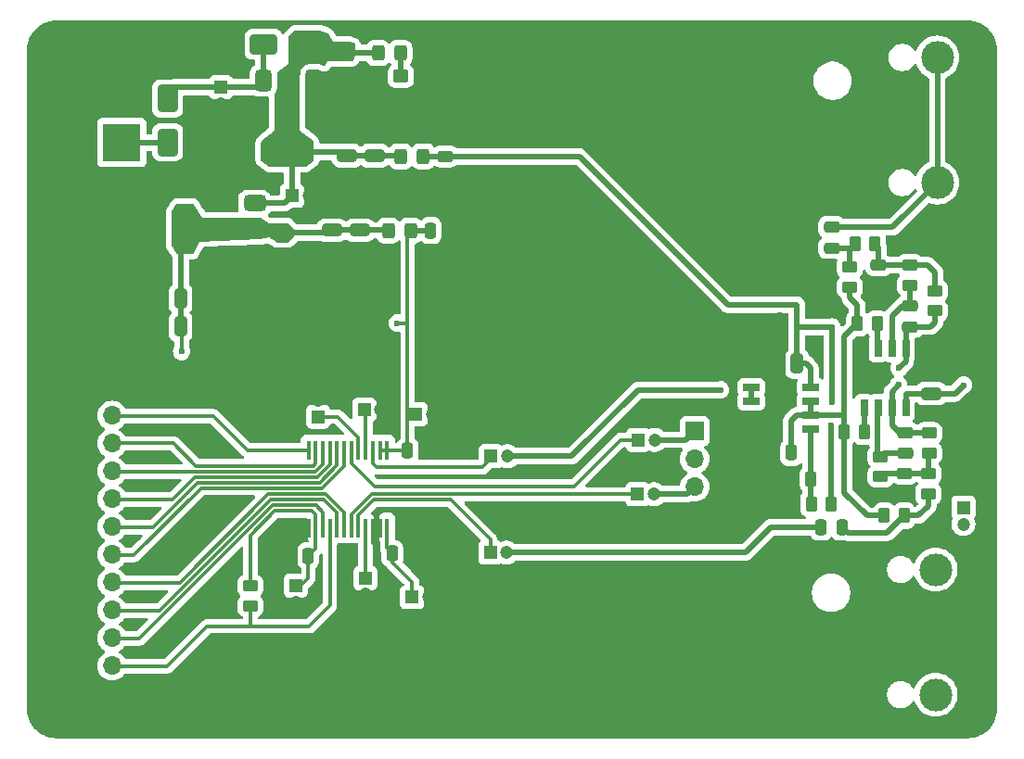
<source format=gbr>
%TF.GenerationSoftware,KiCad,Pcbnew,8.0.0*%
%TF.CreationDate,2024-10-11T15:30:09+02:00*%
%TF.ProjectId,guitar-effect,67756974-6172-42d6-9566-666563742e6b,rev?*%
%TF.SameCoordinates,Original*%
%TF.FileFunction,Copper,L1,Top*%
%TF.FilePolarity,Positive*%
%FSLAX46Y46*%
G04 Gerber Fmt 4.6, Leading zero omitted, Abs format (unit mm)*
G04 Created by KiCad (PCBNEW 8.0.0) date 2024-10-11 15:30:09*
%MOMM*%
%LPD*%
G01*
G04 APERTURE LIST*
G04 Aperture macros list*
%AMRoundRect*
0 Rectangle with rounded corners*
0 $1 Rounding radius*
0 $2 $3 $4 $5 $6 $7 $8 $9 X,Y pos of 4 corners*
0 Add a 4 corners polygon primitive as box body*
4,1,4,$2,$3,$4,$5,$6,$7,$8,$9,$2,$3,0*
0 Add four circle primitives for the rounded corners*
1,1,$1+$1,$2,$3*
1,1,$1+$1,$4,$5*
1,1,$1+$1,$6,$7*
1,1,$1+$1,$8,$9*
0 Add four rect primitives between the rounded corners*
20,1,$1+$1,$2,$3,$4,$5,0*
20,1,$1+$1,$4,$5,$6,$7,0*
20,1,$1+$1,$6,$7,$8,$9,0*
20,1,$1+$1,$8,$9,$2,$3,0*%
G04 Aperture macros list end*
%TA.AperFunction,ComponentPad*%
%ADD10R,1.700000X1.700000*%
%TD*%
%TA.AperFunction,ComponentPad*%
%ADD11O,1.700000X1.700000*%
%TD*%
%TA.AperFunction,SMDPad,CuDef*%
%ADD12RoundRect,0.250000X-1.000000X-0.650000X1.000000X-0.650000X1.000000X0.650000X-1.000000X0.650000X0*%
%TD*%
%TA.AperFunction,SMDPad,CuDef*%
%ADD13RoundRect,0.250000X-0.325000X-0.450000X0.325000X-0.450000X0.325000X0.450000X-0.325000X0.450000X0*%
%TD*%
%TA.AperFunction,SMDPad,CuDef*%
%ADD14RoundRect,0.250000X0.250000X0.475000X-0.250000X0.475000X-0.250000X-0.475000X0.250000X-0.475000X0*%
%TD*%
%TA.AperFunction,SMDPad,CuDef*%
%ADD15RoundRect,0.250000X-0.475000X0.250000X-0.475000X-0.250000X0.475000X-0.250000X0.475000X0.250000X0*%
%TD*%
%TA.AperFunction,ComponentPad*%
%ADD16R,1.200000X1.200000*%
%TD*%
%TA.AperFunction,ComponentPad*%
%ADD17C,1.200000*%
%TD*%
%TA.AperFunction,SMDPad,CuDef*%
%ADD18R,0.650000X1.500000*%
%TD*%
%TA.AperFunction,SMDPad,CuDef*%
%ADD19RoundRect,0.250000X0.450000X-0.262500X0.450000X0.262500X-0.450000X0.262500X-0.450000X-0.262500X0*%
%TD*%
%TA.AperFunction,SMDPad,CuDef*%
%ADD20RoundRect,0.250000X-0.450000X0.262500X-0.450000X-0.262500X0.450000X-0.262500X0.450000X0.262500X0*%
%TD*%
%TA.AperFunction,ComponentPad*%
%ADD21R,3.500000X3.500000*%
%TD*%
%TA.AperFunction,ComponentPad*%
%ADD22RoundRect,0.750000X-0.750000X-1.000000X0.750000X-1.000000X0.750000X1.000000X-0.750000X1.000000X0*%
%TD*%
%TA.AperFunction,ComponentPad*%
%ADD23RoundRect,0.875000X-0.875000X-0.875000X0.875000X-0.875000X0.875000X0.875000X-0.875000X0.875000X0*%
%TD*%
%TA.AperFunction,SMDPad,CuDef*%
%ADD24RoundRect,0.250000X-0.262500X-0.450000X0.262500X-0.450000X0.262500X0.450000X-0.262500X0.450000X0*%
%TD*%
%TA.AperFunction,SMDPad,CuDef*%
%ADD25RoundRect,0.250000X0.262500X0.450000X-0.262500X0.450000X-0.262500X-0.450000X0.262500X-0.450000X0*%
%TD*%
%TA.AperFunction,SMDPad,CuDef*%
%ADD26RoundRect,0.250000X-0.250000X-0.475000X0.250000X-0.475000X0.250000X0.475000X-0.250000X0.475000X0*%
%TD*%
%TA.AperFunction,SMDPad,CuDef*%
%ADD27RoundRect,0.250000X0.650000X-0.325000X0.650000X0.325000X-0.650000X0.325000X-0.650000X-0.325000X0*%
%TD*%
%TA.AperFunction,SMDPad,CuDef*%
%ADD28R,0.450000X1.800000*%
%TD*%
%TA.AperFunction,SMDPad,CuDef*%
%ADD29RoundRect,0.375000X0.625000X0.375000X-0.625000X0.375000X-0.625000X-0.375000X0.625000X-0.375000X0*%
%TD*%
%TA.AperFunction,SMDPad,CuDef*%
%ADD30RoundRect,0.500000X0.500000X1.400000X-0.500000X1.400000X-0.500000X-1.400000X0.500000X-1.400000X0*%
%TD*%
%TA.AperFunction,SMDPad,CuDef*%
%ADD31RoundRect,0.375000X-0.375000X0.625000X-0.375000X-0.625000X0.375000X-0.625000X0.375000X0.625000X0*%
%TD*%
%TA.AperFunction,SMDPad,CuDef*%
%ADD32RoundRect,0.500000X-1.400000X0.500000X-1.400000X-0.500000X1.400000X-0.500000X1.400000X0.500000X0*%
%TD*%
%TA.AperFunction,SMDPad,CuDef*%
%ADD33RoundRect,0.250000X-0.325000X-0.650000X0.325000X-0.650000X0.325000X0.650000X-0.325000X0.650000X0*%
%TD*%
%TA.AperFunction,SMDPad,CuDef*%
%ADD34RoundRect,0.250000X0.475000X-0.250000X0.475000X0.250000X-0.475000X0.250000X-0.475000X-0.250000X0*%
%TD*%
%TA.AperFunction,SMDPad,CuDef*%
%ADD35RoundRect,0.250000X-0.650000X0.325000X-0.650000X-0.325000X0.650000X-0.325000X0.650000X0.325000X0*%
%TD*%
%TA.AperFunction,ComponentPad*%
%ADD36C,3.000000*%
%TD*%
%TA.AperFunction,SMDPad,CuDef*%
%ADD37RoundRect,0.250000X-0.650000X1.000000X-0.650000X-1.000000X0.650000X-1.000000X0.650000X1.000000X0*%
%TD*%
%TA.AperFunction,SMDPad,CuDef*%
%ADD38RoundRect,0.250000X0.325000X0.650000X-0.325000X0.650000X-0.325000X-0.650000X0.325000X-0.650000X0*%
%TD*%
%TA.AperFunction,SMDPad,CuDef*%
%ADD39RoundRect,0.250000X0.325000X0.450000X-0.325000X0.450000X-0.325000X-0.450000X0.325000X-0.450000X0*%
%TD*%
%TA.AperFunction,SMDPad,CuDef*%
%ADD40RoundRect,0.250000X-0.450000X0.350000X-0.450000X-0.350000X0.450000X-0.350000X0.450000X0.350000X0*%
%TD*%
%TA.AperFunction,SMDPad,CuDef*%
%ADD41R,1.500000X0.650000*%
%TD*%
%TA.AperFunction,ViaPad*%
%ADD42C,0.600000*%
%TD*%
%TA.AperFunction,Conductor*%
%ADD43C,0.500000*%
%TD*%
%TA.AperFunction,Conductor*%
%ADD44C,0.300000*%
%TD*%
G04 APERTURE END LIST*
D10*
%TO.P,J2,1,Pin_1*%
%TO.N,AGND*%
X129540000Y-100076000D03*
D11*
%TO.P,J2,2,Pin_2*%
%TO.N,DATA_OUT*%
X132080000Y-100076000D03*
%TO.P,J2,3,Pin_3*%
%TO.N,AGND*%
X129540000Y-102616000D03*
%TO.P,J2,4,Pin_4*%
%TO.N,BIT*%
X132080000Y-102616000D03*
%TO.P,J2,5,Pin_5*%
%TO.N,AGND*%
X129540000Y-105156000D03*
%TO.P,J2,6,Pin_6*%
%TO.N,LRCLK*%
X132080000Y-105156000D03*
%TO.P,J2,7,Pin_7*%
%TO.N,AGND*%
X129540000Y-107696000D03*
%TO.P,J2,8,Pin_8*%
%TO.N,SYSCLK*%
X132080000Y-107696000D03*
%TO.P,J2,9,Pin_9*%
%TO.N,AGND*%
X129540000Y-110236000D03*
%TO.P,J2,10,Pin_10*%
%TO.N,ML{slash}PDDA*%
X132080000Y-110236000D03*
%TO.P,J2,11,Pin_11*%
%TO.N,AGND*%
X129540000Y-112776000D03*
%TO.P,J2,12,Pin_12*%
%TO.N,RST{slash}PDAD*%
X132080000Y-112776000D03*
%TO.P,J2,13,Pin_13*%
%TO.N,AGND*%
X129540000Y-115316000D03*
%TO.P,J2,14,Pin_14*%
%TO.N,MC{slash}DEM0*%
X132080000Y-115316000D03*
%TO.P,J2,15,Pin_15*%
%TO.N,AGND*%
X129540000Y-117856000D03*
%TO.P,J2,16,Pin_16*%
%TO.N,MC{slash}DEM1*%
X132080000Y-117856000D03*
%TO.P,J2,17,Pin_17*%
%TO.N,AGND*%
X129540000Y-120396000D03*
%TO.P,J2,18,Pin_18*%
%TO.N,DIN*%
X132080000Y-120396000D03*
%TO.P,J2,19,Pin_19*%
%TO.N,AGND*%
X129540000Y-122936000D03*
%TO.P,J2,20,Pin_20*%
%TO.N,ZFLG*%
X132080000Y-122936000D03*
%TO.P,J2,21,Pin_21*%
%TO.N,AGND*%
X129540000Y-125476000D03*
%TO.P,J2,22,Pin_22*%
X132080000Y-125476000D03*
%TD*%
D12*
%TO.P,D1,1,K*%
%TO.N,Net-(D1-K)*%
X145914900Y-66171700D03*
%TO.P,D1,2,A*%
%TO.N,VCC*%
X149914900Y-66171700D03*
%TD*%
D13*
%TO.P,L2,1,1*%
%TO.N,VDD*%
X157292000Y-83185000D03*
%TO.P,L2,2,2*%
%TO.N,AVDD*%
X159342000Y-83185000D03*
%TD*%
D14*
%TO.P,C20,1*%
%TO.N,VGND*%
X194082400Y-103461400D03*
%TO.P,C20,2*%
%TO.N,AGND*%
X192182400Y-103461400D03*
%TD*%
D15*
%TO.P,C4,1*%
%TO.N,VDD*%
X147630200Y-83368000D03*
%TO.P,C4,2*%
%TO.N,AGND*%
X147630200Y-85268000D03*
%TD*%
D16*
%TO.P,C_Polarized1,1*%
%TO.N,AVDD*%
X159461000Y-116679000D03*
D17*
%TO.P,C_Polarized1,2*%
%TO.N,AGND*%
X160961000Y-116679000D03*
%TD*%
D18*
%TO.P,IC4,1,VOUT_A*%
%TO.N,RCH_IN*%
X204529100Y-93957700D03*
%TO.P,IC4,2,VINA-*%
%TO.N,Net-(IC4-VINA-)*%
X203259100Y-93957700D03*
%TO.P,IC4,3,VINA+*%
%TO.N,Net-(IC4-VINA+)*%
X201989100Y-93957700D03*
%TO.P,IC4,4,VSS*%
%TO.N,AGND*%
X200719100Y-93957700D03*
%TO.P,IC4,5,VINB+*%
%TO.N,Net-(IC4-VINB+)*%
X200719100Y-99357700D03*
%TO.P,IC4,6,VIN_B-*%
%TO.N,Net-(IC4-VIN_B-)*%
X201989100Y-99357700D03*
%TO.P,IC4,7,VOUT_B*%
%TO.N,Net-(IC4-VOUT_B)*%
X203259100Y-99357700D03*
%TO.P,IC4,8,VDD*%
%TO.N,AVCC*%
X204529100Y-99357700D03*
%TD*%
D19*
%TO.P,R9,1*%
%TO.N,RCH_IN*%
X207196100Y-90510900D03*
%TO.P,R9,2*%
%TO.N,Net-(C17-Pad2)*%
X207196100Y-88685900D03*
%TD*%
D20*
%TO.P,R4,1*%
%TO.N,Net-(C12-Pad1)*%
X199412700Y-86525100D03*
%TO.P,R4,2*%
%TO.N,VGND*%
X199412700Y-88350100D03*
%TD*%
D21*
%TO.P,J1,1*%
%TO.N,Net-(D2-A)*%
X132971900Y-75128600D03*
D22*
%TO.P,J1,2*%
%TO.N,AGND*%
X126971900Y-75128600D03*
D23*
%TO.P,J1,3*%
X129971900Y-79828600D03*
%TD*%
D24*
%TO.P,R14,1*%
%TO.N,VGND*%
X200086000Y-91679300D03*
%TO.P,R14,2*%
%TO.N,Net-(IC4-VINA+)*%
X201911000Y-91679300D03*
%TD*%
D25*
%TO.P,R17,1*%
%TO.N,/VMID*%
X195869900Y-105919400D03*
%TO.P,R17,2*%
%TO.N,AGND*%
X194044900Y-105919400D03*
%TD*%
D16*
%TO.P,C_Polarized11,1*%
%TO.N,Net-(IC1-VOUTL)*%
X180050000Y-107275000D03*
D17*
%TO.P,C_Polarized11,2*%
%TO.N,LCH_OUT*%
X181550000Y-107275000D03*
%TD*%
D14*
%TO.P,C6,1*%
%TO.N,VDD*%
X149995299Y-112894801D03*
%TO.P,C6,2*%
%TO.N,AGND*%
X148095299Y-112894801D03*
%TD*%
D26*
%TO.P,C2,1*%
%TO.N,AVDD*%
X159059400Y-103287499D03*
%TO.P,C2,2*%
%TO.N,AGND*%
X160959400Y-103287499D03*
%TD*%
%TO.P,C1,1*%
%TO.N,AVDD*%
X157675599Y-112691601D03*
%TO.P,C1,2*%
%TO.N,AGND*%
X159575599Y-112691601D03*
%TD*%
D15*
%TO.P,C3,1*%
%TO.N,VCC*%
X152987600Y-66941600D03*
%TO.P,C3,2*%
%TO.N,AGND*%
X152987600Y-68841600D03*
%TD*%
D27*
%TO.P,C9,1*%
%TO.N,AVCC*%
X206848400Y-98078400D03*
%TO.P,C9,2*%
%TO.N,AGND*%
X206848400Y-95128400D03*
%TD*%
D28*
%TO.P,IC1,1,VCC1_1*%
%TO.N,AVDD*%
X157171399Y-103248801D03*
%TO.P,IC1,2,VCC1_2*%
X156521399Y-103248801D03*
%TO.P,IC1,3,VINR*%
%TO.N,Net-(IC1-VINR)*%
X155871399Y-103248801D03*
%TO.P,IC1,4,VREF1*%
%TO.N,Net-(IC1-VREF1)*%
X155221399Y-103248801D03*
%TO.P,IC1,5,VREF2*%
%TO.N,Net-(IC1-VREF2)*%
X154571399Y-103248801D03*
%TO.P,IC1,6,VINL*%
%TO.N,Net-(IC1-VINL)*%
X153921399Y-103248801D03*
%TO.P,IC1,7,~{RST}*%
%TO.N,RST{slash}PDAD*%
X153271399Y-103248801D03*
%TO.P,IC1,8,ML*%
%TO.N,ML{slash}PDDA*%
X152621399Y-103248801D03*
%TO.P,IC1,9,SYSCLK*%
%TO.N,SYSCLK*%
X151971399Y-103248801D03*
%TO.P,IC1,10,LRCIN*%
%TO.N,LRCLK*%
X151321399Y-103248801D03*
%TO.P,IC1,11,BCKIN*%
%TO.N,BIT*%
X150671399Y-103248801D03*
%TO.P,IC1,12,DOUT*%
%TO.N,DATA_OUT*%
X150021399Y-103248801D03*
%TO.P,IC1,13,DGND*%
%TO.N,AGND*%
X150021399Y-110348801D03*
%TO.P,IC1,14,VDD*%
%TO.N,VDD*%
X150671399Y-110348801D03*
%TO.P,IC1,15,DIN*%
%TO.N,DIN*%
X151321399Y-110348801D03*
%TO.P,IC1,16,~{ZFLG}*%
%TO.N,ZFLG*%
X151971399Y-110348801D03*
%TO.P,IC1,17,MD*%
%TO.N,MC{slash}DEM1*%
X152621399Y-110348801D03*
%TO.P,IC1,18,MC*%
%TO.N,MC{slash}DEM0*%
X153271399Y-110348801D03*
%TO.P,IC1,19,VOUTL*%
%TO.N,Net-(IC1-VOUTL)*%
X153921399Y-110348801D03*
%TO.P,IC1,20,VOUTR*%
%TO.N,Net-(IC1-VOUTR)*%
X154571399Y-110348801D03*
%TO.P,IC1,21,VCOM*%
%TO.N,Net-(IC1-VCOM)*%
X155221399Y-110348801D03*
%TO.P,IC1,22,AGND2*%
%TO.N,AGND*%
X155871399Y-110348801D03*
%TO.P,IC1,23,AGND1*%
X156521399Y-110348801D03*
%TO.P,IC1,24,VCC2*%
%TO.N,AVDD*%
X157171399Y-110348801D03*
%TD*%
D16*
%TO.P,C_Polarized10,1*%
%TO.N,Net-(IC1-VINL)*%
X180100000Y-102300000D03*
D17*
%TO.P,C_Polarized10,2*%
%TO.N,LCH_IN*%
X181600000Y-102300000D03*
%TD*%
D29*
%TO.P,U2,1,GND*%
%TO.N,AGND*%
X145090600Y-85297200D03*
%TO.P,U2,2,VO*%
%TO.N,VDD*%
X145090600Y-82997200D03*
D30*
X138790600Y-82997200D03*
D29*
%TO.P,U2,3,VI*%
%TO.N,VCC*%
X145090600Y-80697200D03*
%TD*%
D20*
%TO.P,R8,1*%
%TO.N,Net-(IC4-VOUT_B)*%
X206652500Y-101688800D03*
%TO.P,R8,2*%
%TO.N,Net-(C16-Pad2)*%
X206652500Y-103513800D03*
%TD*%
D14*
%TO.P,C11,1*%
%TO.N,Net-(C11-Pad1)*%
X198714400Y-110286800D03*
%TO.P,C11,2*%
%TO.N,RCH_OUT*%
X196814400Y-110286800D03*
%TD*%
D20*
%TO.P,R11,1*%
%TO.N,Net-(C17-Pad2)*%
X204910100Y-86349100D03*
%TO.P,R11,2*%
%TO.N,Net-(IC4-VINA-)*%
X204910100Y-88174100D03*
%TD*%
D19*
%TO.P,R6,1*%
%TO.N,Net-(C11-Pad1)*%
X206582400Y-107236900D03*
%TO.P,R6,2*%
%TO.N,Net-(C16-Pad2)*%
X206582400Y-105411900D03*
%TD*%
D25*
%TO.P,R3,1*%
%TO.N,Net-(C11-Pad1)*%
X204394900Y-109224400D03*
%TO.P,R3,2*%
%TO.N,VGND*%
X202569900Y-109224400D03*
%TD*%
D31*
%TO.P,U3,1,GND*%
%TO.N,AGND*%
X150496500Y-69456500D03*
%TO.P,U3,2,VO*%
%TO.N,VCC*%
X148196500Y-69456500D03*
D32*
X148196500Y-75756500D03*
D31*
%TO.P,U3,3,VI*%
%TO.N,Net-(D1-K)*%
X145896500Y-69456500D03*
%TD*%
D16*
%TO.P,C_Polarized6,1*%
%TO.N,Net-(IC1-VREF1)*%
X155091000Y-99568000D03*
D17*
%TO.P,C_Polarized6,2*%
%TO.N,AGND*%
X156591000Y-99568000D03*
%TD*%
D13*
%TO.P,L1,1,1*%
%TO.N,VCC*%
X158429787Y-76408176D03*
%TO.P,L1,2,2*%
%TO.N,AVCC*%
X160479787Y-76408176D03*
%TD*%
D33*
%TO.P,C23,1*%
%TO.N,VDD*%
X138332000Y-89408000D03*
%TO.P,C23,2*%
%TO.N,AGND*%
X141282000Y-89408000D03*
%TD*%
D15*
%TO.P,C7,1*%
%TO.N,AVCC*%
X162495287Y-76400776D03*
%TO.P,C7,2*%
%TO.N,AGND*%
X162495287Y-78300776D03*
%TD*%
D34*
%TO.P,C18,1*%
%TO.N,Net-(IC4-VIN_B-)*%
X204468100Y-103551300D03*
%TO.P,C18,2*%
%TO.N,Net-(IC4-VOUT_B)*%
X204468100Y-101651300D03*
%TD*%
D24*
%TO.P,R7,1*%
%TO.N,Net-(C12-Pad1)*%
X199869900Y-84374400D03*
%TO.P,R7,2*%
%TO.N,Net-(C17-Pad2)*%
X201694900Y-84374400D03*
%TD*%
D15*
%TO.P,C19,1*%
%TO.N,Net-(IC4-VINA-)*%
X204925300Y-90068900D03*
%TO.P,C19,2*%
%TO.N,RCH_IN*%
X204925300Y-91968900D03*
%TD*%
D16*
%TO.P,C_Polarized5,1*%
%TO.N,Net-(IC1-VINR)*%
X166648000Y-103800000D03*
D17*
%TO.P,C_Polarized5,2*%
%TO.N,RCH_IN*%
X168148000Y-103800000D03*
%TD*%
D35*
%TO.P,C13,1*%
%TO.N,VDD*%
X152146000Y-83156000D03*
%TO.P,C13,2*%
%TO.N,AGND*%
X152146000Y-86106000D03*
%TD*%
D36*
%TO.P,J5,S*%
%TO.N,GUITAR_IN*%
X207412000Y-67367000D03*
%TO.P,J5,SN*%
X207412000Y-78797000D03*
%TO.P,J5,T*%
%TO.N,AGND*%
X194712000Y-67367000D03*
%TO.P,J5,TN*%
X194712000Y-78797000D03*
%TD*%
D34*
%TO.P,C16,1*%
%TO.N,AGND*%
X204432400Y-107274400D03*
%TO.P,C16,2*%
%TO.N,Net-(C16-Pad2)*%
X204432400Y-105374400D03*
%TD*%
%TO.P,C12,1*%
%TO.N,Net-(C12-Pad1)*%
X197764400Y-84770000D03*
%TO.P,C12,2*%
%TO.N,GUITAR_IN*%
X197764400Y-82870000D03*
%TD*%
D16*
%TO.P,C_Polarized2,1*%
%TO.N,AVDD*%
X159811000Y-99949000D03*
D17*
%TO.P,C_Polarized2,2*%
%TO.N,AGND*%
X161311000Y-99949000D03*
%TD*%
D16*
%TO.P,C_Polarized13,1*%
%TO.N,Net-(IC4-VOUT_B)*%
X209788599Y-108497399D03*
D17*
%TO.P,C_Polarized13,2*%
%TO.N,GUITAR_OUT*%
X209788599Y-109997399D03*
%TD*%
D37*
%TO.P,D2,1,K*%
%TO.N,Net-(D1-K)*%
X137160000Y-71120000D03*
%TO.P,D2,2,A*%
%TO.N,Net-(D2-A)*%
X137160000Y-75120000D03*
%TD*%
D34*
%TO.P,C17,1*%
%TO.N,AGND*%
X202052400Y-88270800D03*
%TO.P,C17,2*%
%TO.N,Net-(C17-Pad2)*%
X202052400Y-86370800D03*
%TD*%
D38*
%TO.P,C10,1*%
%TO.N,AVCC*%
X194607400Y-95333400D03*
%TO.P,C10,2*%
%TO.N,AGND*%
X191657400Y-95333400D03*
%TD*%
D16*
%TO.P,C_Polarized8,1*%
%TO.N,Net-(IC1-VREF2)*%
X150876000Y-100179000D03*
D17*
%TO.P,C_Polarized8,2*%
%TO.N,AGND*%
X150876000Y-98679000D03*
%TD*%
D16*
%TO.P,C_Polarized12,1*%
%TO.N,VDD*%
X148844000Y-115609400D03*
D17*
%TO.P,C_Polarized12,2*%
%TO.N,AGND*%
X148844000Y-117109400D03*
%TD*%
D16*
%TO.P,C_Polarized4,1*%
%TO.N,VCC*%
X148502401Y-80010000D03*
D17*
%TO.P,C_Polarized4,2*%
%TO.N,AGND*%
X150002401Y-80010000D03*
%TD*%
D25*
%TO.P,R16,1*%
%TO.N,AVCC*%
X197719900Y-108144400D03*
%TO.P,R16,2*%
%TO.N,/VMID*%
X195894900Y-108144400D03*
%TD*%
D33*
%TO.P,C24,1*%
%TO.N,VDD*%
X138332000Y-91948000D03*
%TO.P,C24,2*%
%TO.N,AGND*%
X141282000Y-91948000D03*
%TD*%
D16*
%TO.P,C_Polarized9,1*%
%TO.N,Net-(IC1-VOUTR)*%
X166600000Y-112600000D03*
D17*
%TO.P,C_Polarized9,2*%
%TO.N,RCH_OUT*%
X168100000Y-112600000D03*
%TD*%
D35*
%TO.P,C22,1*%
%TO.N,VCC*%
X153535000Y-76345000D03*
%TO.P,C22,2*%
%TO.N,AGND*%
X153535000Y-79295000D03*
%TD*%
%TO.P,C21,1*%
%TO.N,VCC*%
X156035000Y-76345000D03*
%TO.P,C21,2*%
%TO.N,AGND*%
X156035000Y-79295000D03*
%TD*%
D10*
%TO.P,J3,1,Pin_1*%
%TO.N,LCH_IN*%
X185250000Y-101510000D03*
D11*
%TO.P,J3,2,Pin_2*%
%TO.N,unconnected-(J3-Pin_2-Pad2)*%
X185250000Y-104050000D03*
%TO.P,J3,3,Pin_3*%
%TO.N,LCH_OUT*%
X185250000Y-106590000D03*
%TO.P,J3,4,Pin_4*%
%TO.N,AGND*%
X185250000Y-109130000D03*
%TD*%
D16*
%TO.P,C_Polarized7,1*%
%TO.N,Net-(IC1-VCOM)*%
X155194000Y-114929000D03*
D17*
%TO.P,C_Polarized7,2*%
%TO.N,AGND*%
X155194000Y-116429000D03*
%TD*%
D39*
%TO.P,D3,1,K*%
%TO.N,Net-(D3-K)*%
X158410000Y-66970000D03*
%TO.P,D3,2,A*%
%TO.N,VCC*%
X156360000Y-66970000D03*
%TD*%
D40*
%TO.P,R2,1*%
%TO.N,Net-(D3-K)*%
X158440000Y-69080000D03*
%TO.P,R2,2*%
%TO.N,AGND*%
X158440000Y-71080000D03*
%TD*%
D19*
%TO.P,R10,1*%
%TO.N,Net-(C16-Pad2)*%
X202232900Y-105647400D03*
%TO.P,R10,2*%
%TO.N,Net-(IC4-VIN_B-)*%
X202232900Y-103822400D03*
%TD*%
D26*
%TO.P,C8,1*%
%TO.N,AVDD*%
X161168000Y-83185000D03*
%TO.P,C8,2*%
%TO.N,AGND*%
X163068000Y-83185000D03*
%TD*%
D16*
%TO.P,C_Polarized3,1*%
%TO.N,Net-(D1-K)*%
X142014800Y-70064600D03*
D17*
%TO.P,C_Polarized3,2*%
%TO.N,AGND*%
X142014800Y-71564600D03*
%TD*%
D24*
%TO.P,R13,1*%
%TO.N,VGND*%
X198932800Y-101585300D03*
%TO.P,R13,2*%
%TO.N,Net-(IC4-VINB+)*%
X200757800Y-101585300D03*
%TD*%
D41*
%TO.P,IC5,1,VOUT_A*%
%TO.N,Net-(IC5-VINA-)*%
X190432400Y-97519400D03*
%TO.P,IC5,2,VINA-*%
X190432400Y-98789400D03*
%TO.P,IC5,3,VINA+*%
%TO.N,AGND*%
X190432400Y-100059400D03*
%TO.P,IC5,4,VSS*%
X190432400Y-101329400D03*
%TO.P,IC5,5,VINB+*%
%TO.N,/VMID*%
X195832400Y-101329400D03*
%TO.P,IC5,6,VIN_B-*%
%TO.N,VGND*%
X195832400Y-100059400D03*
%TO.P,IC5,7,VOUT_B*%
X195832400Y-98789400D03*
%TO.P,IC5,8,VDD*%
%TO.N,AVCC*%
X195832400Y-97519400D03*
%TD*%
D19*
%TO.P,R1,1*%
%TO.N,ZFLG*%
X144706000Y-117461500D03*
%TO.P,R1,2*%
%TO.N,VDD*%
X144706000Y-115636500D03*
%TD*%
D36*
%TO.P,J4,S*%
%TO.N,GUITAR_OUT*%
X207259600Y-114153800D03*
%TO.P,J4,SN*%
X207259600Y-125583800D03*
%TO.P,J4,T*%
%TO.N,AGND*%
X194559600Y-114153800D03*
%TO.P,J4,TN*%
X194559600Y-125583800D03*
%TD*%
D35*
%TO.P,C5,1*%
%TO.N,VDD*%
X154686000Y-83156000D03*
%TO.P,C5,2*%
%TO.N,AGND*%
X154686000Y-86106000D03*
%TD*%
D42*
%TO.N,VDD*%
X138430000Y-94234000D03*
%TO.N,AVDD*%
X158125000Y-91625000D03*
%TO.N,AGND*%
X153535000Y-80920000D03*
X196088000Y-88392000D03*
X160528000Y-129032000D03*
X137500000Y-112900000D03*
X185928000Y-82296000D03*
X184404000Y-120904000D03*
X211328000Y-118364000D03*
X160528000Y-89408000D03*
X156464000Y-129032000D03*
X148111000Y-110329000D03*
X182880000Y-99060000D03*
X143700000Y-108200000D03*
X135700000Y-103800000D03*
X211328000Y-115824000D03*
X211328000Y-77724000D03*
X211328000Y-91948000D03*
X203200000Y-129032000D03*
X196088000Y-93472000D03*
X197104000Y-129032000D03*
X170688000Y-72644000D03*
X164592000Y-72644000D03*
X208686400Y-95148400D03*
X154432000Y-118872000D03*
X184404000Y-80264000D03*
X162560000Y-109220000D03*
X184912000Y-93472000D03*
X211328000Y-97536000D03*
X182880000Y-115824000D03*
X166624000Y-72644000D03*
X156350000Y-112175000D03*
X145107000Y-88072000D03*
X195072000Y-84836000D03*
X160020000Y-80264000D03*
X161036000Y-91440000D03*
X211328000Y-110744000D03*
X211328000Y-94488000D03*
X211328000Y-66040000D03*
X183388000Y-95504000D03*
X211328000Y-88900000D03*
X176784000Y-129032000D03*
X211328000Y-103124000D03*
X147607000Y-87172000D03*
X146576801Y-112894801D03*
X162169499Y-103287499D03*
X207264000Y-129032000D03*
X158450000Y-72630000D03*
X192024000Y-64516000D03*
X182372000Y-67056000D03*
X174752000Y-129032000D03*
X205232000Y-129032000D03*
X135500000Y-106300000D03*
X154432000Y-124968000D03*
X211328000Y-85852000D03*
X168656000Y-129032000D03*
X173736000Y-72136000D03*
X209296000Y-127508000D03*
X162560000Y-72644000D03*
X162509200Y-79552800D03*
X142620000Y-103440000D03*
X158496000Y-129032000D03*
X184404000Y-73152000D03*
X191008000Y-129032000D03*
X186944000Y-92964000D03*
X154432000Y-120904000D03*
X166624000Y-129032000D03*
X157988000Y-92964000D03*
X211328000Y-68072000D03*
X201175000Y-96950000D03*
X199644000Y-64516000D03*
X193040000Y-129032000D03*
X189484000Y-92456000D03*
X178816000Y-111252000D03*
X178816000Y-129032000D03*
X201168000Y-129032000D03*
X164084000Y-111252000D03*
X164800000Y-83200000D03*
X184404000Y-70104000D03*
X159004000Y-110236000D03*
X164592000Y-129032000D03*
X190084400Y-95333400D03*
X196088000Y-89916000D03*
X180848000Y-129032000D03*
X184404000Y-65532000D03*
X202582400Y-107274400D03*
X160528000Y-109220000D03*
X138300000Y-119100000D03*
X184404000Y-127000000D03*
X134500000Y-118900000D03*
X170688000Y-129032000D03*
X193040000Y-90932000D03*
X179324000Y-69088000D03*
X178308000Y-104648000D03*
X184404000Y-124968000D03*
X194564000Y-83312000D03*
X201676000Y-64516000D03*
X149987000Y-86106000D03*
X211328000Y-75692000D03*
X195072000Y-129032000D03*
X183388000Y-93980000D03*
X154432000Y-129032000D03*
X192024000Y-83312000D03*
X182880000Y-129032000D03*
X211328000Y-105664000D03*
X188432400Y-100074400D03*
X135300000Y-116800000D03*
X160528000Y-86868000D03*
X211328000Y-125984000D03*
X180848000Y-68072000D03*
X211328000Y-108204000D03*
X184404000Y-67564000D03*
X211328000Y-83312000D03*
X162560000Y-129032000D03*
X186944000Y-129032000D03*
X135200000Y-108900000D03*
X152536000Y-70484000D03*
X154432000Y-127000000D03*
X188976000Y-83312000D03*
X184912000Y-129032000D03*
X177292000Y-109220000D03*
X184404000Y-118872000D03*
X140350000Y-102280000D03*
X155956000Y-94488000D03*
X196088000Y-86360000D03*
X160528000Y-85344000D03*
X180848000Y-113792000D03*
X188976000Y-129032000D03*
X199136000Y-129032000D03*
X141800000Y-116200000D03*
X192024000Y-92456000D03*
X209804000Y-64516000D03*
X211328000Y-120904000D03*
X183896000Y-117348000D03*
X134500000Y-111200000D03*
X194056000Y-64516000D03*
X135200000Y-101600000D03*
X172720000Y-129032000D03*
X202200000Y-89525000D03*
X211328000Y-100584000D03*
X184404000Y-123444000D03*
X154977589Y-68838997D03*
X211328000Y-123444000D03*
X192024000Y-106883200D03*
X197104000Y-64516000D03*
X211328000Y-73152000D03*
X142777000Y-91948000D03*
X177800000Y-70104000D03*
X154940000Y-95504000D03*
X185420000Y-65024000D03*
X160020000Y-78740000D03*
X154432000Y-122936000D03*
X184404000Y-77724000D03*
X211328000Y-113284000D03*
X205740000Y-64516000D03*
X189992000Y-64516000D03*
X211328000Y-80264000D03*
X187960000Y-64516000D03*
X139400000Y-111100000D03*
X211328000Y-70612000D03*
X175768000Y-71120000D03*
X161544000Y-73660000D03*
%TO.N,AVCC*%
X197732400Y-100974400D03*
X209800000Y-97300000D03*
X197800000Y-92000000D03*
X197800000Y-98856800D03*
%TO.N,RCH_IN*%
X187604400Y-97739200D03*
X203911200Y-95758000D03*
%TO.N,Net-(IC4-VOUT_B)*%
X203875000Y-97275000D03*
%TD*%
D43*
%TO.N,Net-(D1-K)*%
X137804600Y-70064600D02*
X142014800Y-70064600D01*
X137160000Y-71120000D02*
X137160000Y-70709200D01*
X145914900Y-69565100D02*
X145760000Y-69720000D01*
X145914900Y-66171700D02*
X145914900Y-69565100D01*
X145415400Y-70064600D02*
X145760000Y-69720000D01*
X137160000Y-70709200D02*
X137804600Y-70064600D01*
X142014800Y-70064600D02*
X145415400Y-70064600D01*
%TO.N,VCC*%
X148502401Y-76462401D02*
X148060000Y-76020000D01*
X156331600Y-66941600D02*
X156360000Y-66970000D01*
X147815201Y-80697200D02*
X148502401Y-80010000D01*
X156035000Y-76345000D02*
X153535000Y-76345000D01*
X145090600Y-80697200D02*
X147815201Y-80697200D01*
X148060000Y-76020000D02*
X153210000Y-76020000D01*
X153210000Y-76020000D02*
X153535000Y-76345000D01*
X152987600Y-66941600D02*
X156331600Y-66941600D01*
X148502401Y-80010000D02*
X148502401Y-76462401D01*
X156035000Y-76345000D02*
X158366611Y-76345000D01*
X158366611Y-76345000D02*
X158429787Y-76408176D01*
%TO.N,VDD*%
X145461400Y-83368000D02*
X145090600Y-82997200D01*
X152146000Y-83156000D02*
X154686000Y-83156000D01*
D44*
X144706000Y-115636500D02*
X144706000Y-111017106D01*
X148844000Y-115609400D02*
X149312600Y-115609400D01*
X138430000Y-94234000D02*
X138430000Y-92046000D01*
D43*
X151934000Y-83368000D02*
X152146000Y-83156000D01*
X138332000Y-91948000D02*
X138332000Y-89408000D01*
X157263000Y-83156000D02*
X157292000Y-83185000D01*
X138332000Y-83455800D02*
X138790600Y-82997200D01*
D44*
X149995299Y-114926701D02*
X149995299Y-112894801D01*
X150671399Y-112218701D02*
X149995299Y-112894801D01*
X146944106Y-108779000D02*
X150305399Y-108779000D01*
X150305399Y-108779000D02*
X150671399Y-109145000D01*
X149312600Y-115609400D02*
X149995299Y-114926701D01*
X144706000Y-111017106D02*
X146944106Y-108779000D01*
D43*
X147630200Y-83368000D02*
X151934000Y-83368000D01*
D44*
X150671399Y-109145000D02*
X150671399Y-110348801D01*
D43*
X152146000Y-83156000D02*
X157263000Y-83156000D01*
D44*
X138430000Y-92046000D02*
X138332000Y-91948000D01*
D43*
X138332000Y-89408000D02*
X138332000Y-83455800D01*
X147630200Y-83368000D02*
X145461400Y-83368000D01*
D44*
X150671399Y-110348801D02*
X150671399Y-112218701D01*
%TO.N,AVDD*%
X157675599Y-113479599D02*
X159461000Y-115265000D01*
X157171399Y-103248801D02*
X156521399Y-103248801D01*
X157171399Y-110348801D02*
X157171399Y-112187401D01*
X159034400Y-91625000D02*
X159059400Y-91650000D01*
D43*
X159342000Y-83185000D02*
X161168000Y-83185000D01*
D44*
X157675599Y-112691601D02*
X157675599Y-113479599D01*
X159020702Y-103248801D02*
X159059400Y-103287499D01*
X159461000Y-115265000D02*
X159461000Y-116679000D01*
X159059400Y-83467600D02*
X159342000Y-83185000D01*
X159059400Y-91650000D02*
X159059400Y-83467600D01*
X159811000Y-99949000D02*
X159059400Y-99949000D01*
X157171399Y-112187401D02*
X157675599Y-112691601D01*
X159059400Y-99949000D02*
X159059400Y-91650000D01*
X158125000Y-91625000D02*
X159034400Y-91625000D01*
X159059400Y-103287499D02*
X159059400Y-99949000D01*
X157171399Y-103248801D02*
X159020702Y-103248801D01*
D43*
%TO.N,AGND*%
X153535000Y-79295000D02*
X153535000Y-80920000D01*
X145090600Y-85297200D02*
X145090600Y-88055600D01*
X154974986Y-68841600D02*
X154977589Y-68838997D01*
X147630200Y-85268000D02*
X147630200Y-87148800D01*
D44*
X155871399Y-111696399D02*
X155871399Y-110348801D01*
D43*
X190432400Y-101329400D02*
X191508400Y-101329400D01*
X191657400Y-95333400D02*
X190084400Y-95333400D01*
X160961000Y-114077002D02*
X159575599Y-112691601D01*
X147630200Y-87148800D02*
X147607000Y-87172000D01*
X164785000Y-83185000D02*
X164800000Y-83200000D01*
X152146000Y-86106000D02*
X154686000Y-86106000D01*
X202582400Y-107274400D02*
X204432400Y-107274400D01*
X163068000Y-83185000D02*
X164785000Y-83185000D01*
X156035000Y-79295000D02*
X153535000Y-79295000D01*
X200719100Y-96494100D02*
X201175000Y-96950000D01*
X206848400Y-95128400D02*
X208666400Y-95128400D01*
X147630200Y-85268000D02*
X145119800Y-85268000D01*
X152146000Y-86106000D02*
X149987000Y-86106000D01*
X192987800Y-105919400D02*
X192024000Y-106883200D01*
X194044900Y-105919400D02*
X192987800Y-105919400D01*
X145090600Y-88055600D02*
X145107000Y-88072000D01*
D44*
X156350000Y-112175000D02*
X156350000Y-110520200D01*
D43*
X162169499Y-103287499D02*
X160959400Y-103287499D01*
X141282000Y-91948000D02*
X142777000Y-91948000D01*
X160961000Y-116679000D02*
X160961000Y-114077002D01*
X158440000Y-71080000D02*
X158440000Y-72620000D01*
D44*
X150021399Y-110348801D02*
X148130801Y-110348801D01*
X148130801Y-110348801D02*
X148111000Y-110329000D01*
X146576801Y-112894801D02*
X148095299Y-112894801D01*
D43*
X192182400Y-102003400D02*
X192182400Y-103461400D01*
X152987600Y-68841600D02*
X154974986Y-68841600D01*
D44*
X156350000Y-112175000D02*
X155871399Y-111696399D01*
D43*
X162495287Y-79538887D02*
X162495287Y-78300776D01*
X145119800Y-85268000D02*
X145090600Y-85297200D01*
X191508400Y-101329400D02*
X192182400Y-102003400D01*
X188447400Y-100059400D02*
X188432400Y-100074400D01*
X208666400Y-95128400D02*
X208686400Y-95148400D01*
X141282000Y-91948000D02*
X141282000Y-89408000D01*
X151772000Y-69720000D02*
X152536000Y-70484000D01*
X158440000Y-72620000D02*
X158450000Y-72630000D01*
X162509200Y-79552800D02*
X162495287Y-79538887D01*
X202052400Y-89377400D02*
X202200000Y-89525000D01*
X200719100Y-93957700D02*
X200719100Y-96494100D01*
X150360000Y-69720000D02*
X151772000Y-69720000D01*
X202052400Y-88270800D02*
X202052400Y-89377400D01*
D44*
X156350000Y-110520200D02*
X156521399Y-110348801D01*
D43*
X190432400Y-100059400D02*
X188447400Y-100059400D01*
X190432400Y-101329400D02*
X190432400Y-100059400D01*
%TO.N,AVCC*%
X206848400Y-98078400D02*
X209021600Y-98078400D01*
X162495287Y-76400776D02*
X160487187Y-76400776D01*
X194607400Y-95333400D02*
X195418400Y-95333400D01*
X194604677Y-89962123D02*
X188309179Y-89962123D01*
X204578100Y-98078400D02*
X204529100Y-98127400D01*
X197732400Y-108131900D02*
X197719900Y-108144400D01*
X160487187Y-76400776D02*
X160479787Y-76408176D01*
X162495287Y-76400776D02*
X174400000Y-76400776D01*
X188309179Y-89962123D02*
X174747832Y-76400776D01*
X194607400Y-92000000D02*
X194607400Y-89959400D01*
X194607400Y-95333400D02*
X194607400Y-92000000D01*
X204529100Y-98127400D02*
X204529100Y-99357700D01*
X194607400Y-89959400D02*
X194604677Y-89962123D01*
X197800000Y-98856800D02*
X197800000Y-92000000D01*
X197800000Y-92000000D02*
X194607400Y-92000000D01*
X209021600Y-98078400D02*
X209800000Y-97300000D01*
X195418400Y-95333400D02*
X195832400Y-95747400D01*
X197732400Y-100974400D02*
X197732400Y-108131900D01*
X206848400Y-98078400D02*
X204578100Y-98078400D01*
X195832400Y-95747400D02*
X195832400Y-97519400D01*
X174747832Y-76400776D02*
X174400000Y-76400776D01*
%TO.N,RCH_OUT*%
X192213200Y-110286800D02*
X196814400Y-110286800D01*
X189900000Y-112600000D02*
X192213200Y-110286800D01*
X168100000Y-112600000D02*
X189900000Y-112600000D01*
%TO.N,GUITAR_IN*%
X203339000Y-82870000D02*
X207412000Y-78797000D01*
X207412000Y-78797000D02*
X207412000Y-67367000D01*
X197764400Y-82870000D02*
X203339000Y-82870000D01*
%TO.N,Net-(IC4-VIN_B-)*%
X202232900Y-103822400D02*
X201976062Y-103565562D01*
X201976062Y-103565562D02*
X201976062Y-99370738D01*
X201976062Y-99370738D02*
X201989100Y-99357700D01*
X204468100Y-103551300D02*
X202504000Y-103551300D01*
X202504000Y-103551300D02*
X202232900Y-103822400D01*
%TO.N,RCH_IN*%
X204529100Y-95140100D02*
X203911200Y-95758000D01*
X180060800Y-97739200D02*
X174000000Y-103800000D01*
X207196100Y-91560700D02*
X206787900Y-91968900D01*
X207196100Y-90510900D02*
X207196100Y-91560700D01*
X204925300Y-91968900D02*
X204529100Y-92365100D01*
X168148000Y-103800000D02*
X174000000Y-103800000D01*
X204529100Y-93957700D02*
X204529100Y-95140100D01*
X204529100Y-92365100D02*
X204529100Y-93957700D01*
X206787900Y-91968900D02*
X204925300Y-91968900D01*
X187604400Y-97739200D02*
X180060800Y-97739200D01*
%TO.N,Net-(IC4-VINA-)*%
X204925300Y-90068900D02*
X204925300Y-88189300D01*
X204925300Y-90068900D02*
X204187900Y-90068900D01*
X204925300Y-88189300D02*
X204910100Y-88174100D01*
X203259100Y-90997700D02*
X203259100Y-93957700D01*
X204187900Y-90068900D02*
X203259100Y-90997700D01*
%TO.N,VGND*%
X194582400Y-100059400D02*
X195832400Y-100059400D01*
X202569900Y-109224400D02*
X200982400Y-109224400D01*
X199412700Y-88350100D02*
X199412700Y-89329700D01*
X199412700Y-89329700D02*
X200086000Y-90003000D01*
X194082400Y-100559400D02*
X194582400Y-100059400D01*
X195832400Y-100059400D02*
X198897800Y-100059400D01*
X200982400Y-109224400D02*
X198932800Y-107174800D01*
X200086000Y-91679300D02*
X198932800Y-92832500D01*
X195832400Y-98789400D02*
X195832400Y-100059400D01*
X198897800Y-100059400D02*
X198932800Y-100094400D01*
X194082400Y-103461400D02*
X194082400Y-100559400D01*
X198932800Y-107174800D02*
X198932800Y-101585300D01*
X198932800Y-92832500D02*
X198932800Y-100094400D01*
X200086000Y-90003000D02*
X200086000Y-91679300D01*
X198932800Y-100094400D02*
X198932800Y-101585300D01*
D44*
%TO.N,Net-(IC1-VINR)*%
X166648000Y-104052000D02*
X166648000Y-103800000D01*
X155871399Y-103248801D02*
X155871399Y-104448801D01*
X165900000Y-104800000D02*
X166648000Y-104052000D01*
X155871399Y-104448801D02*
X156222598Y-104800000D01*
X156222598Y-104800000D02*
X165900000Y-104800000D01*
%TO.N,Net-(IC1-VREF1)*%
X155221399Y-103248801D02*
X155221399Y-99698399D01*
X155221399Y-99698399D02*
X155091000Y-99568000D01*
%TO.N,Net-(IC1-VCOM)*%
X155221399Y-110348801D02*
X155221399Y-114901601D01*
X155221399Y-114901601D02*
X155194000Y-114929000D01*
%TO.N,Net-(IC1-VREF2)*%
X154571399Y-102048801D02*
X152701598Y-100179000D01*
X154571399Y-103248801D02*
X154571399Y-102048801D01*
X152701598Y-100179000D02*
X150876000Y-100179000D01*
%TO.N,Net-(IC1-VOUTR)*%
X154571399Y-109173801D02*
X155970200Y-107775000D01*
X155970200Y-107775000D02*
X162983201Y-107775000D01*
X154571399Y-110348801D02*
X154571399Y-109173801D01*
X162983201Y-107775000D02*
X166600000Y-111391799D01*
X166600000Y-111391799D02*
X166600000Y-112600000D01*
D43*
%TO.N,LCH_IN*%
X184460000Y-102300000D02*
X185250000Y-101510000D01*
X181600000Y-102300000D02*
X184460000Y-102300000D01*
D44*
%TO.N,Net-(IC1-VINL)*%
X156022598Y-106550000D02*
X174250000Y-106550000D01*
X153921399Y-103248801D02*
X153921399Y-104448801D01*
X178500000Y-102300000D02*
X180100000Y-102300000D01*
X153921399Y-104448801D02*
X156022598Y-106550000D01*
X174250000Y-106550000D02*
X178500000Y-102300000D01*
D43*
%TO.N,LCH_OUT*%
X181550000Y-107275000D02*
X184565000Y-107275000D01*
X184565000Y-107275000D02*
X185250000Y-106590000D01*
D44*
%TO.N,Net-(IC1-VOUTL)*%
X155763094Y-107275000D02*
X180050000Y-107275000D01*
X153921399Y-109116695D02*
X155763094Y-107275000D01*
X153921399Y-110348801D02*
X153921399Y-109116695D01*
D43*
%TO.N,Net-(D2-A)*%
X137151400Y-75128600D02*
X137160000Y-75120000D01*
X132971900Y-75128600D02*
X137151400Y-75128600D01*
D44*
%TO.N,MC{slash}DEM0*%
X146322788Y-107279000D02*
X138234588Y-115367200D01*
X151572918Y-107279000D02*
X146322788Y-107279000D01*
X153271399Y-108977481D02*
X151572918Y-107279000D01*
X153271399Y-110348801D02*
X153271399Y-108977481D01*
X138234588Y-115367200D02*
X132151900Y-115367200D01*
%TO.N,LRCLK*%
X150620106Y-105207200D02*
X132151900Y-105207200D01*
X151321399Y-104505907D02*
X150620106Y-105207200D01*
X151321399Y-103248801D02*
X151321399Y-104505907D01*
X132270100Y-105089000D02*
X132151900Y-105207200D01*
%TO.N,ZFLG*%
X150036000Y-119329000D02*
X144706000Y-119329000D01*
X132151900Y-122987200D02*
X137108800Y-122987200D01*
X137108800Y-122987200D02*
X140767000Y-119329000D01*
X140767000Y-119329000D02*
X144706000Y-119329000D01*
X151971399Y-110348801D02*
X151971399Y-117393601D01*
X144706000Y-117461500D02*
X144706000Y-119329000D01*
X151971399Y-117393601D02*
X150036000Y-119329000D01*
%TO.N,DIN*%
X151321399Y-110348801D02*
X151321399Y-108903399D01*
X134568800Y-120447200D02*
X132151900Y-120447200D01*
X151321399Y-108903399D02*
X150697000Y-108279000D01*
X146737000Y-108279000D02*
X134568800Y-120447200D01*
X150697000Y-108279000D02*
X146737000Y-108279000D01*
%TO.N,RST{slash}PDAD*%
X134060800Y-112827200D02*
X132151900Y-112827200D01*
X153271399Y-104677225D02*
X151241424Y-106707200D01*
X140180800Y-106707200D02*
X134060800Y-112827200D01*
X153271399Y-103248801D02*
X153271399Y-104677225D01*
X151241424Y-106707200D02*
X140180800Y-106707200D01*
%TO.N,MC{slash}DEM1*%
X152561000Y-110029000D02*
X152561000Y-108974188D01*
X151365812Y-107779000D02*
X146529894Y-107779000D01*
X152561000Y-108974188D02*
X151365812Y-107779000D01*
X152621399Y-110348801D02*
X152621399Y-110089399D01*
X146529894Y-107779000D02*
X136401694Y-117907200D01*
X136401694Y-117907200D02*
X132151900Y-117907200D01*
X152621399Y-110089399D02*
X152561000Y-110029000D01*
%TO.N,ML{slash}PDDA*%
X152621399Y-103248801D02*
X152621399Y-104620119D01*
X135783906Y-110287200D02*
X132151900Y-110287200D01*
X152621399Y-104620119D02*
X151034318Y-106207200D01*
X139863906Y-106207200D02*
X135783906Y-110287200D01*
X151034318Y-106207200D02*
X139863906Y-106207200D01*
%TO.N,BIT*%
X137668000Y-102616000D02*
X132203100Y-102616000D01*
X150671399Y-103248801D02*
X150671399Y-104448801D01*
X132203100Y-102616000D02*
X132151900Y-102667200D01*
X150441200Y-104679000D02*
X139731000Y-104679000D01*
X139731000Y-104679000D02*
X137668000Y-102616000D01*
X150671399Y-104448801D02*
X150441200Y-104679000D01*
%TO.N,SYSCLK*%
X151971399Y-103248801D02*
X151971399Y-104563013D01*
X139656800Y-105707200D02*
X137616800Y-107747200D01*
X150827212Y-105707200D02*
X139656800Y-105707200D01*
X151971399Y-104563013D02*
X150827212Y-105707200D01*
X137616800Y-107747200D02*
X132151900Y-107747200D01*
%TO.N,DATA_OUT*%
X144448801Y-103248801D02*
X141327200Y-100127200D01*
X141327200Y-100127200D02*
X132151900Y-100127200D01*
X150021399Y-103248801D02*
X144448801Y-103248801D01*
D43*
%TO.N,Net-(IC4-VINB+)*%
X200719100Y-99357700D02*
X200719100Y-101546600D01*
X200719100Y-101546600D02*
X200757800Y-101585300D01*
%TO.N,Net-(IC4-VINA+)*%
X201984058Y-91752358D02*
X201984058Y-93952658D01*
X201911000Y-91679300D02*
X201984058Y-91752358D01*
%TO.N,/VMID*%
X195869900Y-105919400D02*
X195869900Y-101366900D01*
X195844900Y-108144400D02*
X195844900Y-105944400D01*
X195869900Y-101366900D02*
X195832400Y-101329400D01*
X195844900Y-105944400D02*
X195869900Y-105919400D01*
%TO.N,Net-(C11-Pad1)*%
X206582400Y-108324400D02*
X205682400Y-109224400D01*
X199214338Y-110786738D02*
X202832562Y-110786738D01*
X206582400Y-107236900D02*
X206582400Y-108324400D01*
X198714400Y-110286800D02*
X199214338Y-110786738D01*
X202832562Y-110786738D02*
X204394900Y-109224400D01*
X205682400Y-109224400D02*
X204394900Y-109224400D01*
%TO.N,Net-(C12-Pad1)*%
X199412700Y-84831600D02*
X199869900Y-84374400D01*
X199474300Y-84770000D02*
X199869900Y-84374400D01*
X199412700Y-86525100D02*
X199412700Y-84831600D01*
X197764400Y-84770000D02*
X199474300Y-84770000D01*
X199869900Y-84374400D02*
X199869900Y-84392900D01*
X199869900Y-84392900D02*
X199802000Y-84460800D01*
%TO.N,Net-(C16-Pad2)*%
X204469900Y-105411900D02*
X204432400Y-105374400D01*
X202505900Y-105374400D02*
X202232900Y-105647400D01*
X206582400Y-105411900D02*
X204469900Y-105411900D01*
X204432400Y-105374400D02*
X202505900Y-105374400D01*
X202285600Y-105700100D02*
X202232900Y-105647400D01*
X206582400Y-103583900D02*
X206652500Y-103513800D01*
X206582400Y-105411900D02*
X206582400Y-103583900D01*
%TO.N,Net-(C17-Pad2)*%
X205011700Y-86247500D02*
X204910100Y-86349100D01*
X201694900Y-84374400D02*
X202052468Y-84731968D01*
X202074100Y-86349100D02*
X202052400Y-86370800D01*
X207196100Y-86988100D02*
X206557100Y-86349100D01*
X207196100Y-88685900D02*
X207196100Y-86988100D01*
X202052468Y-84731968D02*
X202052468Y-86370732D01*
X206557100Y-86349100D02*
X204910100Y-86349100D01*
X204910100Y-86349100D02*
X202074100Y-86349100D01*
%TO.N,Net-(IC5-VINA-)*%
X190432400Y-98789400D02*
X190432400Y-97519400D01*
%TO.N,Net-(IC4-VOUT_B)*%
X204468100Y-101651300D02*
X203959300Y-101651300D01*
X203875000Y-97275000D02*
X203259100Y-97890900D01*
X203959300Y-101651300D02*
X203259100Y-100951100D01*
X203259100Y-97890900D02*
X203259100Y-99357700D01*
X206652500Y-101688800D02*
X204505600Y-101688800D01*
X203259100Y-100951100D02*
X203259100Y-99357700D01*
%TO.N,Net-(D3-K)*%
X158410000Y-69050000D02*
X158440000Y-69080000D01*
X158410000Y-66970000D02*
X158410000Y-69050000D01*
%TD*%
%TA.AperFunction,Conductor*%
%TO.N,VDD*%
G36*
X139519832Y-80749685D02*
G01*
X139559122Y-80790203D01*
X140284999Y-81999999D01*
X140284999Y-82000000D01*
X140285000Y-82000000D01*
X145581456Y-82000000D01*
X145648495Y-82019685D01*
X145650239Y-82020826D01*
X146381000Y-82508000D01*
X148107638Y-82508000D01*
X148174677Y-82527685D01*
X148195319Y-82544319D01*
X148630681Y-82979681D01*
X148664166Y-83041004D01*
X148667000Y-83067362D01*
X148667000Y-83726637D01*
X148647315Y-83793676D01*
X148630681Y-83814318D01*
X148213818Y-84231181D01*
X148152495Y-84264666D01*
X148126137Y-84267500D01*
X147152795Y-84267500D01*
X147085756Y-84247815D01*
X147084012Y-84246674D01*
X146380999Y-83777999D01*
X145614579Y-83995855D01*
X145584855Y-84000510D01*
X140084999Y-84186000D01*
X139557359Y-85233772D01*
X139509625Y-85284794D01*
X139446609Y-85302000D01*
X138065363Y-85302000D01*
X137998324Y-85282315D01*
X137962189Y-85246783D01*
X137511826Y-84571239D01*
X137491018Y-84504540D01*
X137491000Y-84502456D01*
X137491000Y-81529544D01*
X137510685Y-81462505D01*
X137511826Y-81460761D01*
X137962189Y-80785217D01*
X138015754Y-80740356D01*
X138065363Y-80730000D01*
X139452793Y-80730000D01*
X139519832Y-80749685D01*
G37*
%TD.AperFunction*%
%TD*%
%TA.AperFunction,Conductor*%
%TO.N,AGND*%
G36*
X143974834Y-112063626D02*
G01*
X144030767Y-112105498D01*
X144055184Y-112170962D01*
X144055500Y-112179808D01*
X144055500Y-114560267D01*
X144035815Y-114627306D01*
X143983011Y-114673061D01*
X143970506Y-114677972D01*
X143936671Y-114689184D01*
X143936663Y-114689187D01*
X143787342Y-114781289D01*
X143663289Y-114905342D01*
X143571187Y-115054663D01*
X143571185Y-115054668D01*
X143553637Y-115107625D01*
X143516001Y-115221203D01*
X143516001Y-115221204D01*
X143516000Y-115221204D01*
X143505500Y-115323983D01*
X143505500Y-115949001D01*
X143505501Y-115949019D01*
X143516000Y-116051796D01*
X143516001Y-116051799D01*
X143554860Y-116169066D01*
X143571186Y-116218334D01*
X143655170Y-116354495D01*
X143663289Y-116367657D01*
X143756951Y-116461319D01*
X143790436Y-116522642D01*
X143785452Y-116592334D01*
X143756951Y-116636681D01*
X143663289Y-116730342D01*
X143571187Y-116879663D01*
X143571186Y-116879666D01*
X143516001Y-117046203D01*
X143516001Y-117046204D01*
X143516000Y-117046204D01*
X143505500Y-117148983D01*
X143505500Y-117774001D01*
X143505501Y-117774019D01*
X143516000Y-117876796D01*
X143516001Y-117876799D01*
X143558267Y-118004348D01*
X143571186Y-118043334D01*
X143663288Y-118192656D01*
X143787344Y-118316712D01*
X143936666Y-118408814D01*
X143970500Y-118420025D01*
X144027947Y-118459796D01*
X144054772Y-118524311D01*
X144055500Y-118537732D01*
X144055500Y-118554500D01*
X144035815Y-118621539D01*
X143983011Y-118667294D01*
X143931500Y-118678500D01*
X140702929Y-118678500D01*
X140577261Y-118703497D01*
X140577255Y-118703499D01*
X140458874Y-118752534D01*
X140352326Y-118823726D01*
X140352325Y-118823727D01*
X136875673Y-122300381D01*
X136814350Y-122333866D01*
X136787992Y-122336700D01*
X133369651Y-122336700D01*
X133302612Y-122317015D01*
X133257270Y-122265108D01*
X133254034Y-122258169D01*
X133118494Y-122064597D01*
X132951402Y-121897506D01*
X132951396Y-121897501D01*
X132765842Y-121767575D01*
X132722217Y-121712998D01*
X132715023Y-121643500D01*
X132746546Y-121581145D01*
X132765842Y-121564425D01*
X132788026Y-121548891D01*
X132951401Y-121434495D01*
X133118495Y-121267401D01*
X133200297Y-121150576D01*
X133254874Y-121106951D01*
X133301872Y-121097700D01*
X134632871Y-121097700D01*
X134717415Y-121080882D01*
X134758544Y-121072701D01*
X134876927Y-121023665D01*
X134983469Y-120952477D01*
X143843819Y-112092127D01*
X143905142Y-112058642D01*
X143974834Y-112063626D01*
G37*
%TD.AperFunction*%
%TA.AperFunction,Conductor*%
G36*
X135306031Y-118577385D02*
G01*
X135351786Y-118630189D01*
X135361730Y-118699347D01*
X135332705Y-118762903D01*
X135326673Y-118769381D01*
X134335673Y-119760381D01*
X134274350Y-119793866D01*
X134247992Y-119796700D01*
X133369651Y-119796700D01*
X133302612Y-119777015D01*
X133257270Y-119725108D01*
X133254034Y-119718169D01*
X133118494Y-119524597D01*
X132951402Y-119357506D01*
X132951396Y-119357501D01*
X132765842Y-119227575D01*
X132722217Y-119172998D01*
X132715023Y-119103500D01*
X132746546Y-119041145D01*
X132765842Y-119024425D01*
X132788026Y-119008891D01*
X132951401Y-118894495D01*
X133118495Y-118727401D01*
X133200297Y-118610576D01*
X133254874Y-118566951D01*
X133301872Y-118557700D01*
X135238992Y-118557700D01*
X135306031Y-118577385D01*
G37*
%TD.AperFunction*%
%TA.AperFunction,Conductor*%
G36*
X149888938Y-109449185D02*
G01*
X149934693Y-109501989D01*
X149945899Y-109553500D01*
X149945899Y-111296671D01*
X149945900Y-111296677D01*
X149952307Y-111356284D01*
X150005702Y-111499442D01*
X150002911Y-111500482D01*
X150014582Y-111554158D01*
X149990159Y-111619621D01*
X149934222Y-111661487D01*
X149890900Y-111669301D01*
X149695298Y-111669301D01*
X149695279Y-111669302D01*
X149592502Y-111679801D01*
X149592499Y-111679802D01*
X149425967Y-111734986D01*
X149425962Y-111734988D01*
X149276641Y-111827090D01*
X149152588Y-111951143D01*
X149060486Y-112100464D01*
X149060485Y-112100467D01*
X149005300Y-112267004D01*
X149005300Y-112267005D01*
X149005299Y-112267005D01*
X148994799Y-112369784D01*
X148994799Y-113419802D01*
X148994800Y-113419820D01*
X149005299Y-113522597D01*
X149005300Y-113522600D01*
X149055395Y-113673775D01*
X149060485Y-113689135D01*
X149152587Y-113838457D01*
X149276643Y-113962513D01*
X149285890Y-113968217D01*
X149332617Y-114020161D01*
X149344799Y-114073758D01*
X149344799Y-114384900D01*
X149325114Y-114451939D01*
X149272310Y-114497694D01*
X149220799Y-114508900D01*
X148196129Y-114508900D01*
X148196123Y-114508901D01*
X148136516Y-114515308D01*
X148001671Y-114565602D01*
X148001664Y-114565606D01*
X147886455Y-114651852D01*
X147886452Y-114651855D01*
X147800206Y-114767064D01*
X147800202Y-114767071D01*
X147749908Y-114901917D01*
X147743501Y-114961516D01*
X147743500Y-114961535D01*
X147743500Y-116257270D01*
X147743501Y-116257276D01*
X147749908Y-116316883D01*
X147800202Y-116451728D01*
X147800206Y-116451735D01*
X147886452Y-116566944D01*
X147886455Y-116566947D01*
X148001664Y-116653193D01*
X148001671Y-116653197D01*
X148136517Y-116703491D01*
X148136516Y-116703491D01*
X148143444Y-116704235D01*
X148196127Y-116709900D01*
X149491872Y-116709899D01*
X149551483Y-116703491D01*
X149686331Y-116653196D01*
X149801546Y-116566946D01*
X149887796Y-116451731D01*
X149938091Y-116316883D01*
X149944500Y-116257273D01*
X149944499Y-115948805D01*
X149964183Y-115881767D01*
X149980813Y-115861130D01*
X150500575Y-115341370D01*
X150571764Y-115234828D01*
X150620800Y-115116445D01*
X150632212Y-115059073D01*
X150645799Y-114990770D01*
X150645799Y-114073758D01*
X150665484Y-114006719D01*
X150704706Y-113968217D01*
X150713955Y-113962513D01*
X150838011Y-113838457D01*
X150930113Y-113689135D01*
X150985298Y-113522598D01*
X150995799Y-113419810D01*
X150995798Y-112865608D01*
X151015482Y-112798570D01*
X151032112Y-112777933D01*
X151109219Y-112700826D01*
X151170542Y-112667343D01*
X151240233Y-112672328D01*
X151296167Y-112714199D01*
X151320583Y-112779664D01*
X151320899Y-112788509D01*
X151320899Y-117072793D01*
X151301214Y-117139832D01*
X151284580Y-117160474D01*
X149802873Y-118642181D01*
X149741550Y-118675666D01*
X149715192Y-118678500D01*
X145480500Y-118678500D01*
X145413461Y-118658815D01*
X145367706Y-118606011D01*
X145356500Y-118554500D01*
X145356500Y-118537732D01*
X145376185Y-118470693D01*
X145428989Y-118424938D01*
X145441495Y-118420026D01*
X145475334Y-118408814D01*
X145624656Y-118316712D01*
X145748712Y-118192656D01*
X145840814Y-118043334D01*
X145895999Y-117876797D01*
X145906500Y-117774009D01*
X145906499Y-117148992D01*
X145905563Y-117139832D01*
X145895999Y-117046203D01*
X145895998Y-117046200D01*
X145875585Y-116984597D01*
X145840814Y-116879666D01*
X145748712Y-116730344D01*
X145655049Y-116636681D01*
X145621564Y-116575358D01*
X145626548Y-116505666D01*
X145655049Y-116461319D01*
X145664640Y-116451728D01*
X145748712Y-116367656D01*
X145840814Y-116218334D01*
X145895999Y-116051797D01*
X145906500Y-115949009D01*
X145906499Y-115323992D01*
X145895999Y-115221203D01*
X145840814Y-115054666D01*
X145748712Y-114905344D01*
X145624656Y-114781288D01*
X145509820Y-114710457D01*
X145475336Y-114689187D01*
X145475335Y-114689186D01*
X145475334Y-114689186D01*
X145475328Y-114689184D01*
X145441494Y-114677972D01*
X145384050Y-114638199D01*
X145357228Y-114573683D01*
X145356500Y-114560267D01*
X145356500Y-111337914D01*
X145376185Y-111270875D01*
X145392819Y-111250233D01*
X147177233Y-109465819D01*
X147238556Y-109432334D01*
X147264914Y-109429500D01*
X149821899Y-109429500D01*
X149888938Y-109449185D01*
G37*
%TD.AperFunction*%
%TA.AperFunction,Conductor*%
G36*
X137138925Y-116037385D02*
G01*
X137184680Y-116090189D01*
X137194624Y-116159347D01*
X137165599Y-116222903D01*
X137159567Y-116229381D01*
X136168567Y-117220381D01*
X136107244Y-117253866D01*
X136080886Y-117256700D01*
X133369651Y-117256700D01*
X133302612Y-117237015D01*
X133257270Y-117185108D01*
X133254034Y-117178169D01*
X133118494Y-116984597D01*
X132951402Y-116817506D01*
X132951396Y-116817501D01*
X132765842Y-116687575D01*
X132722217Y-116632998D01*
X132715023Y-116563500D01*
X132746546Y-116501145D01*
X132765842Y-116484425D01*
X132812538Y-116451728D01*
X132951401Y-116354495D01*
X133118495Y-116187401D01*
X133200297Y-116070576D01*
X133254874Y-116026951D01*
X133301872Y-116017700D01*
X137071886Y-116017700D01*
X137138925Y-116037385D01*
G37*
%TD.AperFunction*%
%TA.AperFunction,Conductor*%
G36*
X145091820Y-107377385D02*
G01*
X145137575Y-107430189D01*
X145147519Y-107499347D01*
X145118494Y-107562903D01*
X145112462Y-107569380D01*
X141538939Y-111142903D01*
X138001461Y-114680381D01*
X137940138Y-114713866D01*
X137913780Y-114716700D01*
X133369651Y-114716700D01*
X133302612Y-114697015D01*
X133257270Y-114645108D01*
X133254034Y-114638169D01*
X133118494Y-114444597D01*
X132951402Y-114277506D01*
X132951396Y-114277501D01*
X132765842Y-114147575D01*
X132722217Y-114092998D01*
X132715023Y-114023500D01*
X132746546Y-113961145D01*
X132765842Y-113944425D01*
X132841359Y-113891547D01*
X132951401Y-113814495D01*
X133118495Y-113647401D01*
X133200297Y-113530576D01*
X133254874Y-113486951D01*
X133301872Y-113477700D01*
X134124871Y-113477700D01*
X134209415Y-113460882D01*
X134250544Y-113452701D01*
X134368927Y-113403665D01*
X134374295Y-113400078D01*
X134475469Y-113332477D01*
X140413927Y-107394019D01*
X140475250Y-107360534D01*
X140501608Y-107357700D01*
X145024781Y-107357700D01*
X145091820Y-107377385D01*
G37*
%TD.AperFunction*%
%TA.AperFunction,Conductor*%
G36*
X134798031Y-110957385D02*
G01*
X134843786Y-111010189D01*
X134853730Y-111079347D01*
X134824705Y-111142903D01*
X134818673Y-111149381D01*
X133827673Y-112140381D01*
X133766350Y-112173866D01*
X133739992Y-112176700D01*
X133369651Y-112176700D01*
X133302612Y-112157015D01*
X133257270Y-112105108D01*
X133254034Y-112098169D01*
X133118494Y-111904597D01*
X132951402Y-111737506D01*
X132951396Y-111737501D01*
X132765842Y-111607575D01*
X132722217Y-111552998D01*
X132715023Y-111483500D01*
X132746546Y-111421145D01*
X132765842Y-111404425D01*
X132815447Y-111369691D01*
X132951401Y-111274495D01*
X133118495Y-111107401D01*
X133200297Y-110990576D01*
X133254874Y-110946951D01*
X133301872Y-110937700D01*
X134730992Y-110937700D01*
X134798031Y-110957385D01*
G37*
%TD.AperFunction*%
%TA.AperFunction,Conductor*%
G36*
X152105169Y-76790185D02*
G01*
X152150924Y-76842989D01*
X152155836Y-76855495D01*
X152158831Y-76864534D01*
X152200186Y-76989334D01*
X152292288Y-77138656D01*
X152416344Y-77262712D01*
X152565666Y-77354814D01*
X152732203Y-77409999D01*
X152834991Y-77420500D01*
X154235008Y-77420499D01*
X154337797Y-77409999D01*
X154504334Y-77354814D01*
X154653656Y-77262712D01*
X154697319Y-77219049D01*
X154758642Y-77185564D01*
X154828334Y-77190548D01*
X154872681Y-77219049D01*
X154916344Y-77262712D01*
X155065666Y-77354814D01*
X155232203Y-77409999D01*
X155334991Y-77420500D01*
X156735008Y-77420499D01*
X156837797Y-77409999D01*
X157004334Y-77354814D01*
X157153656Y-77262712D01*
X157239989Y-77176378D01*
X157301308Y-77142896D01*
X157371000Y-77147880D01*
X157426934Y-77189751D01*
X157433205Y-77198965D01*
X157512072Y-77326828D01*
X157512075Y-77326832D01*
X157636131Y-77450888D01*
X157785453Y-77542990D01*
X157951990Y-77598175D01*
X158054778Y-77608676D01*
X158804795Y-77608675D01*
X158804803Y-77608674D01*
X158804806Y-77608674D01*
X158861089Y-77602924D01*
X158907584Y-77598175D01*
X159074121Y-77542990D01*
X159223443Y-77450888D01*
X159347499Y-77326832D01*
X159349248Y-77323995D01*
X159350956Y-77322459D01*
X159351980Y-77321165D01*
X159352201Y-77321339D01*
X159401193Y-77277272D01*
X159470155Y-77266048D01*
X159534238Y-77293889D01*
X159560324Y-77323993D01*
X159562075Y-77326832D01*
X159686131Y-77450888D01*
X159835453Y-77542990D01*
X160001990Y-77598175D01*
X160104778Y-77608676D01*
X160854795Y-77608675D01*
X160854803Y-77608674D01*
X160854806Y-77608674D01*
X160911089Y-77602924D01*
X160957584Y-77598175D01*
X161124121Y-77542990D01*
X161273443Y-77450888D01*
X161397499Y-77326832D01*
X161412119Y-77303127D01*
X161464064Y-77256404D01*
X161533026Y-77245180D01*
X161582754Y-77262685D01*
X161700946Y-77335586D01*
X161700947Y-77335586D01*
X161700953Y-77335590D01*
X161867490Y-77390775D01*
X161970278Y-77401276D01*
X163020295Y-77401275D01*
X163020303Y-77401274D01*
X163020306Y-77401274D01*
X163076589Y-77395524D01*
X163123084Y-77390775D01*
X163289621Y-77335590D01*
X163438943Y-77243488D01*
X163494836Y-77187595D01*
X163556159Y-77154110D01*
X163582517Y-77151276D01*
X174326082Y-77151276D01*
X174385602Y-77151276D01*
X174452641Y-77170961D01*
X174473283Y-77187595D01*
X187830757Y-90545070D01*
X187830760Y-90545073D01*
X187830763Y-90545075D01*
X187891941Y-90585952D01*
X187953684Y-90627207D01*
X188059322Y-90670963D01*
X188077924Y-90678669D01*
X188090266Y-90683781D01*
X188090270Y-90683781D01*
X188090271Y-90683782D01*
X188235258Y-90712623D01*
X188235261Y-90712623D01*
X188235262Y-90712623D01*
X188383097Y-90712623D01*
X193732900Y-90712623D01*
X193799939Y-90732308D01*
X193845694Y-90785112D01*
X193856900Y-90836623D01*
X193856900Y-93996532D01*
X193837215Y-94063571D01*
X193818016Y-94084746D01*
X193818851Y-94085581D01*
X193689689Y-94214742D01*
X193597587Y-94364063D01*
X193597586Y-94364066D01*
X193542401Y-94530603D01*
X193542401Y-94530604D01*
X193542400Y-94530604D01*
X193531900Y-94633383D01*
X193531900Y-96033401D01*
X193531901Y-96033418D01*
X193542400Y-96136196D01*
X193542401Y-96136199D01*
X193583512Y-96260262D01*
X193597586Y-96302734D01*
X193689688Y-96452056D01*
X193813744Y-96576112D01*
X193963066Y-96668214D01*
X194129603Y-96723399D01*
X194232391Y-96733900D01*
X194554204Y-96733899D01*
X194621242Y-96753583D01*
X194666997Y-96806387D01*
X194676941Y-96875546D01*
X194653471Y-96932209D01*
X194638603Y-96952069D01*
X194638602Y-96952071D01*
X194593083Y-97074116D01*
X194588309Y-97086917D01*
X194581900Y-97146527D01*
X194581900Y-97146534D01*
X194581900Y-97146535D01*
X194581900Y-97892270D01*
X194581901Y-97892276D01*
X194588308Y-97951883D01*
X194638602Y-98086728D01*
X194642854Y-98094514D01*
X194639680Y-98096246D01*
X194658059Y-98145702D01*
X194643125Y-98213957D01*
X194642517Y-98214902D01*
X194638602Y-98222071D01*
X194588310Y-98356913D01*
X194588309Y-98356917D01*
X194581900Y-98416527D01*
X194581900Y-98416534D01*
X194581900Y-98416535D01*
X194581900Y-99162270D01*
X194581902Y-99162289D01*
X194583675Y-99178789D01*
X194571266Y-99247548D01*
X194523653Y-99298682D01*
X194484577Y-99313654D01*
X194363492Y-99337740D01*
X194363486Y-99337742D01*
X194226908Y-99394314D01*
X194226896Y-99394321D01*
X194177669Y-99427213D01*
X194103988Y-99476444D01*
X194103980Y-99476450D01*
X193499447Y-100080984D01*
X193499443Y-100080989D01*
X193460856Y-100138742D01*
X193460855Y-100138744D01*
X193417314Y-100203907D01*
X193360743Y-100340482D01*
X193360740Y-100340492D01*
X193331900Y-100485479D01*
X193331900Y-102374170D01*
X193312215Y-102441209D01*
X193295581Y-102461851D01*
X193239689Y-102517742D01*
X193147587Y-102667063D01*
X193147585Y-102667068D01*
X193127291Y-102728311D01*
X193092401Y-102833603D01*
X193092401Y-102833604D01*
X193092400Y-102833604D01*
X193081900Y-102936383D01*
X193081900Y-103986401D01*
X193081901Y-103986419D01*
X193092400Y-104089196D01*
X193092401Y-104089199D01*
X193144015Y-104244957D01*
X193147586Y-104255734D01*
X193239688Y-104405056D01*
X193363744Y-104529112D01*
X193513066Y-104621214D01*
X193679603Y-104676399D01*
X193782391Y-104686900D01*
X194382408Y-104686899D01*
X194382416Y-104686898D01*
X194382419Y-104686898D01*
X194442662Y-104680744D01*
X194485197Y-104676399D01*
X194651734Y-104621214D01*
X194801056Y-104529112D01*
X194907719Y-104422449D01*
X194969042Y-104388964D01*
X195038734Y-104393948D01*
X195094667Y-104435820D01*
X195119084Y-104501284D01*
X195119400Y-104510130D01*
X195119400Y-104844670D01*
X195099715Y-104911709D01*
X195083081Y-104932351D01*
X195014689Y-105000742D01*
X194922587Y-105150063D01*
X194922585Y-105150068D01*
X194919971Y-105157958D01*
X194867401Y-105316603D01*
X194867401Y-105316604D01*
X194867400Y-105316604D01*
X194856900Y-105419383D01*
X194856900Y-106419401D01*
X194856901Y-106419419D01*
X194867400Y-106522196D01*
X194867401Y-106522199D01*
X194922585Y-106688731D01*
X194922587Y-106688736D01*
X194954004Y-106739671D01*
X195006386Y-106824597D01*
X195014689Y-106838057D01*
X195058081Y-106881449D01*
X195091566Y-106942772D01*
X195094400Y-106969130D01*
X195094400Y-107119670D01*
X195074715Y-107186709D01*
X195058081Y-107207351D01*
X195039689Y-107225742D01*
X194947587Y-107375063D01*
X194947585Y-107375068D01*
X194929320Y-107430189D01*
X194892401Y-107541603D01*
X194892401Y-107541604D01*
X194892400Y-107541604D01*
X194881900Y-107644383D01*
X194881900Y-108644401D01*
X194881901Y-108644419D01*
X194892400Y-108747196D01*
X194892401Y-108747199D01*
X194947585Y-108913731D01*
X194947587Y-108913736D01*
X194971742Y-108952897D01*
X195039688Y-109063056D01*
X195163744Y-109187112D01*
X195313066Y-109279214D01*
X195359482Y-109294594D01*
X195416926Y-109334367D01*
X195443749Y-109398883D01*
X195431434Y-109467658D01*
X195383891Y-109518858D01*
X195320477Y-109536300D01*
X192139280Y-109536300D01*
X191994292Y-109565140D01*
X191994282Y-109565143D01*
X191857709Y-109621713D01*
X191857704Y-109621716D01*
X191835279Y-109636699D01*
X191835280Y-109636700D01*
X191734779Y-109703851D01*
X191734778Y-109703852D01*
X189625451Y-111813181D01*
X189564128Y-111846666D01*
X189537770Y-111849500D01*
X168958307Y-111849500D01*
X168891268Y-111829815D01*
X168874769Y-111817137D01*
X168766041Y-111718019D01*
X168766039Y-111718017D01*
X168592642Y-111610655D01*
X168592635Y-111610651D01*
X168452304Y-111556287D01*
X168402456Y-111536976D01*
X168201976Y-111499500D01*
X167998024Y-111499500D01*
X167797544Y-111536976D01*
X167797541Y-111536976D01*
X167797541Y-111536977D01*
X167756186Y-111552998D01*
X167622454Y-111604806D01*
X167610626Y-111609388D01*
X167541002Y-111615250D01*
X167491521Y-111593027D01*
X167442335Y-111556206D01*
X167442329Y-111556203D01*
X167331166Y-111514741D01*
X167275233Y-111472869D01*
X167250816Y-111407405D01*
X167250500Y-111398559D01*
X167250500Y-111327727D01*
X167225502Y-111202060D01*
X167225501Y-111202059D01*
X167225501Y-111202055D01*
X167186294Y-111107401D01*
X167176466Y-111083674D01*
X167176461Y-111083665D01*
X167105277Y-110977131D01*
X167065846Y-110937700D01*
X167014669Y-110886523D01*
X165647004Y-109518858D01*
X164265328Y-108137181D01*
X164231843Y-108075858D01*
X164236827Y-108006166D01*
X164278699Y-107950233D01*
X164344163Y-107925816D01*
X164353009Y-107925500D01*
X178848560Y-107925500D01*
X178915599Y-107945185D01*
X178961354Y-107997989D01*
X178964742Y-108006167D01*
X179006202Y-108117328D01*
X179006206Y-108117335D01*
X179092452Y-108232544D01*
X179092455Y-108232547D01*
X179207664Y-108318793D01*
X179207671Y-108318797D01*
X179342517Y-108369091D01*
X179342516Y-108369091D01*
X179349444Y-108369835D01*
X179402127Y-108375500D01*
X180697872Y-108375499D01*
X180757483Y-108369091D01*
X180840778Y-108338024D01*
X180892329Y-108318797D01*
X180892329Y-108318796D01*
X180892331Y-108318796D01*
X180941521Y-108281971D01*
X181006982Y-108257554D01*
X181060622Y-108265610D01*
X181247544Y-108338024D01*
X181448024Y-108375500D01*
X181448026Y-108375500D01*
X181651974Y-108375500D01*
X181651976Y-108375500D01*
X181852456Y-108338024D01*
X182042637Y-108264348D01*
X182216041Y-108156981D01*
X182305029Y-108075858D01*
X182324769Y-108057863D01*
X182387573Y-108027246D01*
X182408307Y-108025500D01*
X184638920Y-108025500D01*
X184736462Y-108006096D01*
X184783913Y-107996658D01*
X184920495Y-107940084D01*
X184920500Y-107940080D01*
X184925862Y-107937215D01*
X184927017Y-107939375D01*
X184983393Y-107921703D01*
X185009129Y-107924852D01*
X185009258Y-107924122D01*
X185014584Y-107925060D01*
X185014592Y-107925063D01*
X185186279Y-107940084D01*
X185249999Y-107945659D01*
X185250000Y-107945659D01*
X185250001Y-107945659D01*
X185313698Y-107940086D01*
X185485408Y-107925063D01*
X185713663Y-107863903D01*
X185927830Y-107764035D01*
X186121401Y-107628495D01*
X186288495Y-107461401D01*
X186424035Y-107267830D01*
X186523903Y-107053663D01*
X186585063Y-106825408D01*
X186605659Y-106590000D01*
X186585063Y-106354592D01*
X186523903Y-106126337D01*
X186424035Y-105912171D01*
X186422919Y-105910576D01*
X186288494Y-105718597D01*
X186121402Y-105551506D01*
X186121396Y-105551501D01*
X185935842Y-105421575D01*
X185892217Y-105366998D01*
X185885023Y-105297500D01*
X185916546Y-105235145D01*
X185935842Y-105218425D01*
X185958026Y-105202891D01*
X186121401Y-105088495D01*
X186288495Y-104921401D01*
X186424035Y-104727830D01*
X186523903Y-104513663D01*
X186585063Y-104285408D01*
X186605659Y-104050000D01*
X186603515Y-104025500D01*
X186599707Y-103981965D01*
X186585063Y-103814592D01*
X186523903Y-103586337D01*
X186424035Y-103372171D01*
X186417630Y-103363024D01*
X186288496Y-103178600D01*
X186232885Y-103122989D01*
X186166567Y-103056671D01*
X186133084Y-102995351D01*
X186138068Y-102925659D01*
X186179939Y-102869725D01*
X186210915Y-102852810D01*
X186342331Y-102803796D01*
X186457546Y-102717546D01*
X186543796Y-102602331D01*
X186594091Y-102467483D01*
X186600500Y-102407873D01*
X186600499Y-100612128D01*
X186594091Y-100552517D01*
X186593710Y-100551496D01*
X186543797Y-100417671D01*
X186543793Y-100417664D01*
X186457547Y-100302455D01*
X186457544Y-100302452D01*
X186342335Y-100216206D01*
X186342328Y-100216202D01*
X186207482Y-100165908D01*
X186207483Y-100165908D01*
X186147883Y-100159501D01*
X186147881Y-100159500D01*
X186147873Y-100159500D01*
X186147864Y-100159500D01*
X184352129Y-100159500D01*
X184352123Y-100159501D01*
X184292516Y-100165908D01*
X184157671Y-100216202D01*
X184157664Y-100216206D01*
X184042455Y-100302452D01*
X184042452Y-100302455D01*
X183956206Y-100417664D01*
X183956202Y-100417671D01*
X183905908Y-100552517D01*
X183899501Y-100612116D01*
X183899500Y-100612127D01*
X183899500Y-101060705D01*
X183899501Y-101425500D01*
X183879817Y-101492539D01*
X183827013Y-101538294D01*
X183775501Y-101549500D01*
X182458307Y-101549500D01*
X182391268Y-101529815D01*
X182374769Y-101517137D01*
X182266041Y-101418019D01*
X182266039Y-101418017D01*
X182092642Y-101310655D01*
X182092635Y-101310651D01*
X181964844Y-101261145D01*
X181902456Y-101236976D01*
X181701976Y-101199500D01*
X181498024Y-101199500D01*
X181297544Y-101236976D01*
X181297541Y-101236976D01*
X181297541Y-101236977D01*
X181110626Y-101309388D01*
X181041002Y-101315250D01*
X180991521Y-101293027D01*
X180942335Y-101256206D01*
X180942328Y-101256202D01*
X180807482Y-101205908D01*
X180807483Y-101205908D01*
X180747883Y-101199501D01*
X180747881Y-101199500D01*
X180747873Y-101199500D01*
X180747864Y-101199500D01*
X179452129Y-101199500D01*
X179452123Y-101199501D01*
X179392516Y-101205908D01*
X179257671Y-101256202D01*
X179257664Y-101256206D01*
X179142455Y-101342452D01*
X179142452Y-101342455D01*
X179056206Y-101457664D01*
X179056202Y-101457671D01*
X179014742Y-101568833D01*
X178972871Y-101624767D01*
X178907407Y-101649184D01*
X178898560Y-101649500D01*
X178435929Y-101649500D01*
X178310261Y-101674497D01*
X178310251Y-101674500D01*
X178261220Y-101694810D01*
X178191881Y-101723530D01*
X178191863Y-101723540D01*
X178085332Y-101794721D01*
X178085325Y-101794727D01*
X174016873Y-105863181D01*
X173955550Y-105896666D01*
X173929192Y-105899500D01*
X156343405Y-105899500D01*
X156276366Y-105879815D01*
X156255724Y-105863181D01*
X156053628Y-105661085D01*
X156020143Y-105599762D01*
X156025127Y-105530070D01*
X156066999Y-105474137D01*
X156132463Y-105449720D01*
X156153463Y-105450001D01*
X156158529Y-105450500D01*
X165964071Y-105450500D01*
X166048615Y-105433682D01*
X166089744Y-105425501D01*
X166208127Y-105376465D01*
X166230599Y-105361450D01*
X166230600Y-105361450D01*
X166297718Y-105316603D01*
X166314669Y-105305277D01*
X166683127Y-104936817D01*
X166744450Y-104903333D01*
X166770808Y-104900499D01*
X167295871Y-104900499D01*
X167295872Y-104900499D01*
X167355483Y-104894091D01*
X167417318Y-104871028D01*
X167490329Y-104843797D01*
X167490329Y-104843796D01*
X167490331Y-104843796D01*
X167539521Y-104806971D01*
X167604982Y-104782554D01*
X167658622Y-104790610D01*
X167845544Y-104863024D01*
X168046024Y-104900500D01*
X168046026Y-104900500D01*
X168249974Y-104900500D01*
X168249976Y-104900500D01*
X168450456Y-104863024D01*
X168640637Y-104789348D01*
X168814041Y-104681981D01*
X168885486Y-104616850D01*
X168922769Y-104582863D01*
X168985573Y-104552246D01*
X169006307Y-104550500D01*
X174073920Y-104550500D01*
X174181450Y-104529110D01*
X174218913Y-104521658D01*
X174355495Y-104465084D01*
X174438831Y-104409401D01*
X174478416Y-104382952D01*
X179699096Y-99162270D01*
X189181900Y-99162270D01*
X189181901Y-99162276D01*
X189188308Y-99221883D01*
X189238602Y-99356728D01*
X189238606Y-99356735D01*
X189324852Y-99471944D01*
X189324855Y-99471947D01*
X189440064Y-99558193D01*
X189440071Y-99558197D01*
X189574917Y-99608491D01*
X189574916Y-99608491D01*
X189581844Y-99609235D01*
X189634527Y-99614900D01*
X191230272Y-99614899D01*
X191289883Y-99608491D01*
X191424731Y-99558196D01*
X191539946Y-99471946D01*
X191626196Y-99356731D01*
X191676491Y-99221883D01*
X191682900Y-99162273D01*
X191682899Y-98416528D01*
X191676491Y-98356917D01*
X191649500Y-98284550D01*
X191626197Y-98222070D01*
X191621947Y-98214288D01*
X191625157Y-98212534D01*
X191606761Y-98163401D01*
X191621527Y-98095109D01*
X191622152Y-98094136D01*
X191626197Y-98086729D01*
X191649500Y-98024249D01*
X191676491Y-97951883D01*
X191682900Y-97892273D01*
X191682899Y-97146528D01*
X191676491Y-97086917D01*
X191671716Y-97074115D01*
X191626197Y-96952071D01*
X191626193Y-96952064D01*
X191539947Y-96836855D01*
X191539944Y-96836852D01*
X191424735Y-96750606D01*
X191424728Y-96750602D01*
X191289882Y-96700308D01*
X191289883Y-96700308D01*
X191230283Y-96693901D01*
X191230281Y-96693900D01*
X191230273Y-96693900D01*
X191230264Y-96693900D01*
X189634529Y-96693900D01*
X189634523Y-96693901D01*
X189574916Y-96700308D01*
X189440071Y-96750602D01*
X189440064Y-96750606D01*
X189324855Y-96836852D01*
X189324852Y-96836855D01*
X189238606Y-96952064D01*
X189238602Y-96952071D01*
X189193083Y-97074116D01*
X189188309Y-97086917D01*
X189181900Y-97146527D01*
X189181900Y-97146534D01*
X189181900Y-97146535D01*
X189181900Y-97892270D01*
X189181901Y-97892276D01*
X189188308Y-97951883D01*
X189238602Y-98086728D01*
X189242854Y-98094514D01*
X189239680Y-98096246D01*
X189258059Y-98145702D01*
X189243125Y-98213957D01*
X189242517Y-98214902D01*
X189238602Y-98222071D01*
X189188310Y-98356913D01*
X189188309Y-98356917D01*
X189181900Y-98416527D01*
X189181900Y-98416534D01*
X189181900Y-98416535D01*
X189181900Y-99162270D01*
X179699096Y-99162270D01*
X180335348Y-98526018D01*
X180396671Y-98492534D01*
X180423029Y-98489700D01*
X187304428Y-98489700D01*
X187345382Y-98496657D01*
X187405323Y-98517632D01*
X187425145Y-98524568D01*
X187425150Y-98524569D01*
X187604396Y-98544765D01*
X187604400Y-98544765D01*
X187604404Y-98544765D01*
X187783649Y-98524569D01*
X187783652Y-98524568D01*
X187783655Y-98524568D01*
X187953922Y-98464989D01*
X188106662Y-98369016D01*
X188234216Y-98241462D01*
X188330189Y-98088722D01*
X188389768Y-97918455D01*
X188392718Y-97892272D01*
X188409965Y-97739203D01*
X188409965Y-97739196D01*
X188389769Y-97559950D01*
X188389768Y-97559945D01*
X188330188Y-97389676D01*
X188273842Y-97300003D01*
X188234216Y-97236938D01*
X188106662Y-97109384D01*
X188070906Y-97086917D01*
X187953923Y-97013411D01*
X187783654Y-96953831D01*
X187783649Y-96953830D01*
X187604404Y-96933635D01*
X187604396Y-96933635D01*
X187425150Y-96953830D01*
X187425145Y-96953831D01*
X187345383Y-96981742D01*
X187304428Y-96988700D01*
X179986876Y-96988700D01*
X179958042Y-96994434D01*
X179958043Y-96994435D01*
X179841893Y-97017539D01*
X179841883Y-97017542D01*
X179761881Y-97050679D01*
X179761882Y-97050680D01*
X179718653Y-97068587D01*
X179705305Y-97074116D01*
X179686153Y-97086913D01*
X179635520Y-97120745D01*
X179582382Y-97156249D01*
X179582379Y-97156252D01*
X173725451Y-103013181D01*
X173664128Y-103046666D01*
X173637770Y-103049500D01*
X169006307Y-103049500D01*
X168939268Y-103029815D01*
X168922769Y-103017137D01*
X168814041Y-102918019D01*
X168814039Y-102918017D01*
X168640642Y-102810655D01*
X168640635Y-102810651D01*
X168504501Y-102757913D01*
X168450456Y-102736976D01*
X168249976Y-102699500D01*
X168046024Y-102699500D01*
X167845544Y-102736976D01*
X167845541Y-102736976D01*
X167845541Y-102736977D01*
X167795910Y-102756204D01*
X167673061Y-102803796D01*
X167658626Y-102809388D01*
X167589002Y-102815250D01*
X167539521Y-102793027D01*
X167490335Y-102756206D01*
X167490328Y-102756202D01*
X167355482Y-102705908D01*
X167355483Y-102705908D01*
X167295883Y-102699501D01*
X167295881Y-102699500D01*
X167295873Y-102699500D01*
X167295864Y-102699500D01*
X166000129Y-102699500D01*
X166000123Y-102699501D01*
X165940516Y-102705908D01*
X165805671Y-102756202D01*
X165805664Y-102756206D01*
X165690455Y-102842452D01*
X165690452Y-102842455D01*
X165604206Y-102957664D01*
X165604202Y-102957671D01*
X165553908Y-103092517D01*
X165547501Y-103152116D01*
X165547500Y-103152135D01*
X165547501Y-104025500D01*
X165527817Y-104092539D01*
X165475013Y-104138294D01*
X165423501Y-104149500D01*
X160143511Y-104149500D01*
X160076472Y-104129815D01*
X160030717Y-104077011D01*
X160020773Y-104007853D01*
X160025803Y-103986502D01*
X160049399Y-103915296D01*
X160059900Y-103812508D01*
X160059899Y-102762491D01*
X160059431Y-102757913D01*
X160049399Y-102659702D01*
X160049398Y-102659699D01*
X160035141Y-102616674D01*
X159994214Y-102493165D01*
X159902112Y-102343843D01*
X159778056Y-102219787D01*
X159778055Y-102219786D01*
X159768802Y-102214079D01*
X159722078Y-102162131D01*
X159709900Y-102108541D01*
X159709900Y-101173499D01*
X159729585Y-101106460D01*
X159782389Y-101060705D01*
X159833900Y-101049499D01*
X160458871Y-101049499D01*
X160458872Y-101049499D01*
X160518483Y-101043091D01*
X160653331Y-100992796D01*
X160768546Y-100906546D01*
X160854796Y-100791331D01*
X160905091Y-100656483D01*
X160911500Y-100596873D01*
X160911499Y-99301128D01*
X160905091Y-99241517D01*
X160897608Y-99221455D01*
X160854797Y-99106671D01*
X160854793Y-99106664D01*
X160768547Y-98991455D01*
X160768544Y-98991452D01*
X160653335Y-98905206D01*
X160653328Y-98905202D01*
X160518482Y-98854908D01*
X160518483Y-98854908D01*
X160458883Y-98848501D01*
X160458881Y-98848500D01*
X160458873Y-98848500D01*
X160458865Y-98848500D01*
X159833900Y-98848500D01*
X159766861Y-98828815D01*
X159721106Y-98776011D01*
X159709900Y-98724500D01*
X159709900Y-84498203D01*
X159729585Y-84431164D01*
X159782389Y-84385409D01*
X159813309Y-84377016D01*
X159813181Y-84376415D01*
X159819791Y-84374999D01*
X159819797Y-84374999D01*
X159986334Y-84319814D01*
X160135656Y-84227712D01*
X160192319Y-84171049D01*
X160253642Y-84137564D01*
X160323334Y-84142548D01*
X160367681Y-84171049D01*
X160449344Y-84252712D01*
X160598666Y-84344814D01*
X160765203Y-84399999D01*
X160867991Y-84410500D01*
X161468008Y-84410499D01*
X161468016Y-84410498D01*
X161468019Y-84410498D01*
X161524302Y-84404748D01*
X161570797Y-84399999D01*
X161737334Y-84344814D01*
X161886656Y-84252712D01*
X162010712Y-84128656D01*
X162102814Y-83979334D01*
X162157999Y-83812797D01*
X162168500Y-83710009D01*
X162168499Y-82659992D01*
X162164158Y-82617500D01*
X162157999Y-82557203D01*
X162157998Y-82557200D01*
X162142911Y-82511671D01*
X162102814Y-82390666D01*
X162010712Y-82241344D01*
X161886656Y-82117288D01*
X161737334Y-82025186D01*
X161570797Y-81970001D01*
X161570795Y-81970000D01*
X161468010Y-81959500D01*
X160867998Y-81959500D01*
X160867980Y-81959501D01*
X160765203Y-81970000D01*
X160765200Y-81970001D01*
X160598668Y-82025185D01*
X160598663Y-82025187D01*
X160449342Y-82117289D01*
X160367679Y-82198951D01*
X160306356Y-82232436D01*
X160236664Y-82227450D01*
X160192318Y-82198950D01*
X160135657Y-82142289D01*
X160135656Y-82142288D01*
X159986334Y-82050186D01*
X159819797Y-81995001D01*
X159819795Y-81995000D01*
X159717010Y-81984500D01*
X158966998Y-81984500D01*
X158966980Y-81984501D01*
X158864203Y-81995000D01*
X158864200Y-81995001D01*
X158697668Y-82050185D01*
X158697663Y-82050187D01*
X158548342Y-82142289D01*
X158424285Y-82266346D01*
X158422537Y-82269182D01*
X158420829Y-82270717D01*
X158419807Y-82272011D01*
X158419585Y-82271836D01*
X158370589Y-82315905D01*
X158301626Y-82327126D01*
X158237544Y-82299282D01*
X158211463Y-82269182D01*
X158209714Y-82266346D01*
X158085657Y-82142289D01*
X158085656Y-82142288D01*
X157936334Y-82050186D01*
X157769797Y-81995001D01*
X157769795Y-81995000D01*
X157667010Y-81984500D01*
X156916998Y-81984500D01*
X156916980Y-81984501D01*
X156814203Y-81995000D01*
X156814200Y-81995001D01*
X156647668Y-82050185D01*
X156647663Y-82050187D01*
X156498342Y-82142289D01*
X156374289Y-82266342D01*
X156355578Y-82296676D01*
X156336798Y-82327126D01*
X156324788Y-82346597D01*
X156272840Y-82393321D01*
X156219249Y-82405500D01*
X156022868Y-82405500D01*
X155955829Y-82385815D01*
X155934653Y-82366616D01*
X155933819Y-82367451D01*
X155804657Y-82238289D01*
X155804656Y-82238288D01*
X155711888Y-82181069D01*
X155655336Y-82146187D01*
X155655331Y-82146185D01*
X155643571Y-82142288D01*
X155488797Y-82091001D01*
X155488795Y-82091000D01*
X155386010Y-82080500D01*
X153985998Y-82080500D01*
X153985981Y-82080501D01*
X153883203Y-82091000D01*
X153883200Y-82091001D01*
X153716668Y-82146185D01*
X153716663Y-82146187D01*
X153567342Y-82238289D01*
X153503681Y-82301951D01*
X153442358Y-82335436D01*
X153372666Y-82330452D01*
X153328319Y-82301951D01*
X153264657Y-82238289D01*
X153264656Y-82238288D01*
X153171888Y-82181069D01*
X153115336Y-82146187D01*
X153115331Y-82146185D01*
X153103571Y-82142288D01*
X152948797Y-82091001D01*
X152948795Y-82091000D01*
X152846010Y-82080500D01*
X151445998Y-82080500D01*
X151445981Y-82080501D01*
X151343203Y-82091000D01*
X151343200Y-82091001D01*
X151176668Y-82146185D01*
X151176663Y-82146187D01*
X151027342Y-82238289D01*
X150903289Y-82362342D01*
X150811187Y-82511663D01*
X150811184Y-82511671D01*
X150804280Y-82532506D01*
X150764507Y-82589950D01*
X150699991Y-82616772D01*
X150686575Y-82617500D01*
X149034746Y-82617500D01*
X148967707Y-82597815D01*
X148947065Y-82581181D01*
X148552776Y-82186892D01*
X148552761Y-82186877D01*
X148552737Y-82186855D01*
X148512519Y-82150728D01*
X148512507Y-82150718D01*
X148506884Y-82146187D01*
X148491858Y-82134078D01*
X148491856Y-82134076D01*
X148447974Y-82102433D01*
X148317100Y-82042663D01*
X148250055Y-82022976D01*
X148202582Y-82016150D01*
X148107638Y-82002500D01*
X148107636Y-82002500D01*
X146571597Y-82002500D01*
X146504558Y-81982815D01*
X146502814Y-81981674D01*
X146357919Y-81885077D01*
X146313058Y-81831512D01*
X146304278Y-81762196D01*
X146334367Y-81699137D01*
X146338116Y-81695177D01*
X146338319Y-81694924D01*
X146338322Y-81694922D01*
X146457630Y-81546496D01*
X146472454Y-81516606D01*
X146519875Y-81465293D01*
X146583542Y-81447700D01*
X147889121Y-81447700D01*
X147986663Y-81428296D01*
X148034114Y-81418858D01*
X148170696Y-81362284D01*
X148219930Y-81329386D01*
X148293617Y-81280152D01*
X148426951Y-81146816D01*
X148488272Y-81113333D01*
X148514631Y-81110499D01*
X149150272Y-81110499D01*
X149150273Y-81110499D01*
X149209884Y-81104091D01*
X149344732Y-81053796D01*
X149459947Y-80967546D01*
X149546197Y-80852331D01*
X149596492Y-80717483D01*
X149602901Y-80657873D01*
X149602900Y-79362128D01*
X149596492Y-79302517D01*
X149546197Y-79167669D01*
X149546196Y-79167668D01*
X149546194Y-79167664D01*
X149459948Y-79052455D01*
X149459945Y-79052452D01*
X149344736Y-78966206D01*
X149344733Y-78966205D01*
X149344732Y-78966204D01*
X149333562Y-78962038D01*
X149277632Y-78920166D01*
X149253217Y-78854701D01*
X149252901Y-78845858D01*
X149252901Y-77971500D01*
X149272586Y-77904461D01*
X149325390Y-77858706D01*
X149376901Y-77847500D01*
X149704428Y-77847500D01*
X149704456Y-77847500D01*
X149708822Y-77847481D01*
X149710906Y-77847463D01*
X149715033Y-77847411D01*
X149857084Y-77824545D01*
X149923783Y-77803737D01*
X149923785Y-77803736D01*
X149923790Y-77803733D01*
X149923915Y-77803683D01*
X149924797Y-77803253D01*
X150053638Y-77741776D01*
X150053638Y-77741775D01*
X150053640Y-77741775D01*
X150729184Y-77291412D01*
X150809220Y-77225233D01*
X150844752Y-77189098D01*
X150909567Y-77107973D01*
X150969338Y-76977096D01*
X150989023Y-76910057D01*
X150989024Y-76910053D01*
X150993797Y-76876853D01*
X151022821Y-76813298D01*
X151081599Y-76775523D01*
X151116535Y-76770500D01*
X152038130Y-76770500D01*
X152105169Y-76790185D01*
G37*
%TD.AperFunction*%
%TA.AperFunction,Conductor*%
G36*
X136521137Y-108417385D02*
G01*
X136566892Y-108470189D01*
X136576836Y-108539347D01*
X136547811Y-108602903D01*
X136541779Y-108609381D01*
X135550779Y-109600381D01*
X135489456Y-109633866D01*
X135463098Y-109636700D01*
X133369651Y-109636700D01*
X133302612Y-109617015D01*
X133257270Y-109565108D01*
X133254034Y-109558169D01*
X133118494Y-109364597D01*
X132951402Y-109197506D01*
X132951396Y-109197501D01*
X132765842Y-109067575D01*
X132722217Y-109012998D01*
X132715023Y-108943500D01*
X132746546Y-108881145D01*
X132765842Y-108864425D01*
X132853824Y-108802819D01*
X132951401Y-108734495D01*
X133118495Y-108567401D01*
X133200297Y-108450576D01*
X133254874Y-108406951D01*
X133301872Y-108397700D01*
X136454098Y-108397700D01*
X136521137Y-108417385D01*
G37*
%TD.AperFunction*%
%TA.AperFunction,Conductor*%
G36*
X199888634Y-102505848D02*
G01*
X199932981Y-102534349D01*
X200026644Y-102628012D01*
X200175966Y-102720114D01*
X200342503Y-102775299D01*
X200445291Y-102785800D01*
X201070308Y-102785799D01*
X201088959Y-102783893D01*
X201157650Y-102796661D01*
X201208535Y-102844540D01*
X201225562Y-102907251D01*
X201225562Y-103004508D01*
X201205877Y-103071547D01*
X201194606Y-103085533D01*
X201194666Y-103085581D01*
X201190190Y-103091241D01*
X201190188Y-103091243D01*
X201190188Y-103091244D01*
X201185711Y-103098503D01*
X201098087Y-103240563D01*
X201098085Y-103240568D01*
X201081921Y-103289348D01*
X201042901Y-103407103D01*
X201042901Y-103407104D01*
X201042900Y-103407104D01*
X201032400Y-103509883D01*
X201032400Y-104134901D01*
X201032401Y-104134919D01*
X201042900Y-104237696D01*
X201042901Y-104237699D01*
X201098085Y-104404231D01*
X201098087Y-104404236D01*
X201109321Y-104422449D01*
X201179985Y-104537015D01*
X201190189Y-104553557D01*
X201283851Y-104647219D01*
X201317336Y-104708542D01*
X201312352Y-104778234D01*
X201283851Y-104822581D01*
X201190189Y-104916242D01*
X201098087Y-105065563D01*
X201098085Y-105065568D01*
X201086881Y-105099380D01*
X201042901Y-105232103D01*
X201042901Y-105232104D01*
X201042900Y-105232104D01*
X201032400Y-105334883D01*
X201032400Y-105959901D01*
X201032401Y-105959919D01*
X201042900Y-106062696D01*
X201042901Y-106062699D01*
X201098085Y-106229231D01*
X201098087Y-106229236D01*
X201124411Y-106271914D01*
X201190188Y-106378556D01*
X201314244Y-106502612D01*
X201463566Y-106594714D01*
X201630103Y-106649899D01*
X201732891Y-106660400D01*
X202732908Y-106660399D01*
X202732916Y-106660398D01*
X202732919Y-106660398D01*
X202789202Y-106654648D01*
X202835697Y-106649899D01*
X203002234Y-106594714D01*
X203151556Y-106502612D01*
X203275612Y-106378556D01*
X203341390Y-106271912D01*
X203393335Y-106225189D01*
X203462298Y-106213966D01*
X203512023Y-106231471D01*
X203638059Y-106309210D01*
X203638060Y-106309210D01*
X203638066Y-106309214D01*
X203804603Y-106364399D01*
X203907391Y-106374900D01*
X204957408Y-106374899D01*
X204957416Y-106374898D01*
X204957419Y-106374898D01*
X205027549Y-106367734D01*
X205060197Y-106364399D01*
X205226734Y-106309214D01*
X205376056Y-106217112D01*
X205394449Y-106198719D01*
X205455772Y-106165234D01*
X205482130Y-106162400D01*
X205507670Y-106162400D01*
X205574709Y-106182085D01*
X205595351Y-106198719D01*
X205633351Y-106236719D01*
X205666836Y-106298042D01*
X205661852Y-106367734D01*
X205633351Y-106412081D01*
X205539689Y-106505742D01*
X205447587Y-106655063D01*
X205447585Y-106655068D01*
X205436429Y-106688736D01*
X205392401Y-106821603D01*
X205392401Y-106821604D01*
X205392400Y-106821604D01*
X205381900Y-106924383D01*
X205381900Y-107549401D01*
X205381901Y-107549419D01*
X205392400Y-107652196D01*
X205392401Y-107652199D01*
X205447585Y-107818731D01*
X205447587Y-107818736D01*
X205482469Y-107875288D01*
X205517083Y-107931408D01*
X205539689Y-107968057D01*
X205620851Y-108049219D01*
X205654336Y-108110542D01*
X205649352Y-108180234D01*
X205620852Y-108224579D01*
X205541580Y-108303852D01*
X205471475Y-108373957D01*
X205410152Y-108407441D01*
X205340460Y-108402457D01*
X205284527Y-108360585D01*
X205278255Y-108351372D01*
X205268545Y-108335629D01*
X205250112Y-108305744D01*
X205126056Y-108181688D01*
X205010709Y-108110542D01*
X204976736Y-108089587D01*
X204976731Y-108089585D01*
X204975262Y-108089098D01*
X204810197Y-108034401D01*
X204810195Y-108034400D01*
X204707410Y-108023900D01*
X204082398Y-108023900D01*
X204082380Y-108023901D01*
X203979603Y-108034400D01*
X203979600Y-108034401D01*
X203813068Y-108089585D01*
X203813063Y-108089587D01*
X203663742Y-108181689D01*
X203570081Y-108275351D01*
X203508758Y-108308836D01*
X203439066Y-108303852D01*
X203394719Y-108275351D01*
X203301057Y-108181689D01*
X203301056Y-108181688D01*
X203185709Y-108110542D01*
X203151736Y-108089587D01*
X203151731Y-108089585D01*
X203150262Y-108089098D01*
X202985197Y-108034401D01*
X202985195Y-108034400D01*
X202882410Y-108023900D01*
X202257398Y-108023900D01*
X202257380Y-108023901D01*
X202154603Y-108034400D01*
X202154600Y-108034401D01*
X201988068Y-108089585D01*
X201988063Y-108089587D01*
X201838742Y-108181689D01*
X201714689Y-108305742D01*
X201706637Y-108318797D01*
X201651962Y-108407441D01*
X201647301Y-108414997D01*
X201595353Y-108461721D01*
X201541762Y-108473900D01*
X201344629Y-108473900D01*
X201277590Y-108454215D01*
X201256948Y-108437581D01*
X199719619Y-106900251D01*
X199686134Y-106838928D01*
X199683300Y-106812570D01*
X199683300Y-102660030D01*
X199702985Y-102592991D01*
X199719619Y-102572349D01*
X199757619Y-102534349D01*
X199818942Y-102500864D01*
X199888634Y-102505848D01*
G37*
%TD.AperFunction*%
%TA.AperFunction,Conductor*%
G36*
X138354031Y-105877385D02*
G01*
X138399786Y-105930189D01*
X138409730Y-105999347D01*
X138380705Y-106062903D01*
X138374673Y-106069381D01*
X137383673Y-107060381D01*
X137322350Y-107093866D01*
X137295992Y-107096700D01*
X133369651Y-107096700D01*
X133302612Y-107077015D01*
X133257270Y-107025108D01*
X133254034Y-107018169D01*
X133118494Y-106824597D01*
X132951402Y-106657506D01*
X132951396Y-106657501D01*
X132765842Y-106527575D01*
X132722217Y-106472998D01*
X132715023Y-106403500D01*
X132746546Y-106341145D01*
X132765842Y-106324425D01*
X132821217Y-106285651D01*
X132951401Y-106194495D01*
X133118495Y-106027401D01*
X133199180Y-105912171D01*
X133200297Y-105910576D01*
X133254874Y-105866951D01*
X133301872Y-105857700D01*
X138286992Y-105857700D01*
X138354031Y-105877385D01*
G37*
%TD.AperFunction*%
%TA.AperFunction,Conductor*%
G36*
X178965599Y-102970185D02*
G01*
X179011354Y-103022989D01*
X179014742Y-103031167D01*
X179056202Y-103142328D01*
X179056206Y-103142335D01*
X179142452Y-103257544D01*
X179142455Y-103257547D01*
X179257664Y-103343793D01*
X179257671Y-103343797D01*
X179392517Y-103394091D01*
X179392516Y-103394091D01*
X179399444Y-103394835D01*
X179452127Y-103400500D01*
X180747872Y-103400499D01*
X180807483Y-103394091D01*
X180890778Y-103363024D01*
X180942329Y-103343797D01*
X180942329Y-103343796D01*
X180942331Y-103343796D01*
X180991521Y-103306971D01*
X181056982Y-103282554D01*
X181110622Y-103290610D01*
X181297544Y-103363024D01*
X181498024Y-103400500D01*
X181498026Y-103400500D01*
X181701974Y-103400500D01*
X181701976Y-103400500D01*
X181902456Y-103363024D01*
X182092637Y-103289348D01*
X182266041Y-103181981D01*
X182357612Y-103098503D01*
X182374769Y-103082863D01*
X182437573Y-103052246D01*
X182458307Y-103050500D01*
X184062999Y-103050500D01*
X184130038Y-103070185D01*
X184175793Y-103122989D01*
X184185737Y-103192147D01*
X184164574Y-103245623D01*
X184075965Y-103372169D01*
X184075964Y-103372171D01*
X183976098Y-103586335D01*
X183976094Y-103586344D01*
X183914938Y-103814586D01*
X183914936Y-103814596D01*
X183894341Y-104049999D01*
X183894341Y-104050000D01*
X183914936Y-104285403D01*
X183914938Y-104285413D01*
X183976094Y-104513655D01*
X183976096Y-104513659D01*
X183976097Y-104513663D01*
X184054008Y-104680744D01*
X184075965Y-104727830D01*
X184075967Y-104727834D01*
X184170629Y-104863024D01*
X184210941Y-104920596D01*
X184211501Y-104921395D01*
X184211506Y-104921402D01*
X184378597Y-105088493D01*
X184378603Y-105088498D01*
X184564158Y-105218425D01*
X184607783Y-105273002D01*
X184614977Y-105342500D01*
X184583454Y-105404855D01*
X184564158Y-105421575D01*
X184378597Y-105551505D01*
X184211505Y-105718597D01*
X184075965Y-105912169D01*
X184075964Y-105912171D01*
X183976098Y-106126335D01*
X183976094Y-106126344D01*
X183914938Y-106354586D01*
X183914936Y-106354596D01*
X183909975Y-106411308D01*
X183884522Y-106476376D01*
X183827931Y-106517355D01*
X183786447Y-106524500D01*
X182408307Y-106524500D01*
X182341268Y-106504815D01*
X182324769Y-106492137D01*
X182216041Y-106393019D01*
X182216039Y-106393017D01*
X182042642Y-106285655D01*
X182042635Y-106285651D01*
X181916325Y-106236719D01*
X181852456Y-106211976D01*
X181651976Y-106174500D01*
X181448024Y-106174500D01*
X181247544Y-106211976D01*
X181247541Y-106211976D01*
X181247541Y-106211977D01*
X181060626Y-106284388D01*
X180991002Y-106290250D01*
X180941521Y-106268027D01*
X180892335Y-106231206D01*
X180892328Y-106231202D01*
X180757482Y-106180908D01*
X180757483Y-106180908D01*
X180697883Y-106174501D01*
X180697881Y-106174500D01*
X180697873Y-106174500D01*
X180697864Y-106174500D01*
X179402129Y-106174500D01*
X179402123Y-106174501D01*
X179342516Y-106180908D01*
X179207671Y-106231202D01*
X179207664Y-106231206D01*
X179092455Y-106317452D01*
X179092452Y-106317455D01*
X179006206Y-106432664D01*
X179006202Y-106432671D01*
X178964742Y-106543833D01*
X178922871Y-106599767D01*
X178857407Y-106624184D01*
X178848560Y-106624500D01*
X175394808Y-106624500D01*
X175327769Y-106604815D01*
X175282014Y-106552011D01*
X175272070Y-106482853D01*
X175301095Y-106419297D01*
X175307127Y-106412819D01*
X178733127Y-102986819D01*
X178794450Y-102953334D01*
X178820808Y-102950500D01*
X178898560Y-102950500D01*
X178965599Y-102970185D01*
G37*
%TD.AperFunction*%
%TA.AperFunction,Conductor*%
G36*
X137414231Y-103286185D02*
G01*
X137434873Y-103302819D01*
X138477073Y-104345019D01*
X138510558Y-104406342D01*
X138505574Y-104476034D01*
X138463702Y-104531967D01*
X138398238Y-104556384D01*
X138389392Y-104556700D01*
X133369651Y-104556700D01*
X133302612Y-104537015D01*
X133257270Y-104485108D01*
X133254034Y-104478169D01*
X133118494Y-104284597D01*
X132951402Y-104117506D01*
X132951396Y-104117501D01*
X132765842Y-103987575D01*
X132722217Y-103932998D01*
X132715023Y-103863500D01*
X132746546Y-103801145D01*
X132765842Y-103784425D01*
X132809190Y-103754072D01*
X132951401Y-103654495D01*
X133118495Y-103487401D01*
X133219048Y-103343797D01*
X133236147Y-103319377D01*
X133290724Y-103275752D01*
X133337722Y-103266500D01*
X137347192Y-103266500D01*
X137414231Y-103286185D01*
G37*
%TD.AperFunction*%
%TA.AperFunction,Conductor*%
G36*
X141073431Y-100797385D02*
G01*
X141094073Y-100814019D01*
X144034125Y-103754072D01*
X144034128Y-103754075D01*
X144103354Y-103800330D01*
X144104935Y-103801386D01*
X144149749Y-103854991D01*
X144158469Y-103924314D01*
X144128325Y-103987347D01*
X144068888Y-104024076D01*
X144036062Y-104028500D01*
X140051808Y-104028500D01*
X139984769Y-104008815D01*
X139964127Y-103992181D01*
X138082674Y-102110727D01*
X138082673Y-102110726D01*
X138079403Y-102108541D01*
X137976127Y-102039535D01*
X137955951Y-102031178D01*
X137857744Y-101990499D01*
X137857742Y-101990498D01*
X137851473Y-101989251D01*
X137847274Y-101988416D01*
X137847272Y-101988415D01*
X137847272Y-101988416D01*
X137732071Y-101965500D01*
X137732069Y-101965500D01*
X133337721Y-101965500D01*
X133270682Y-101945815D01*
X133236146Y-101912623D01*
X133230810Y-101905003D01*
X133177324Y-101828616D01*
X133118494Y-101744597D01*
X132951402Y-101577506D01*
X132951396Y-101577501D01*
X132765842Y-101447575D01*
X132722217Y-101392998D01*
X132715023Y-101323500D01*
X132746546Y-101261145D01*
X132765842Y-101244425D01*
X132830001Y-101199500D01*
X132951401Y-101114495D01*
X133118495Y-100947401D01*
X133200297Y-100830576D01*
X133254874Y-100786951D01*
X133301872Y-100777700D01*
X141006392Y-100777700D01*
X141073431Y-100797385D01*
G37*
%TD.AperFunction*%
%TA.AperFunction,Conductor*%
G36*
X201041834Y-92599848D02*
G01*
X201086181Y-92628349D01*
X201179845Y-92722013D01*
X201185513Y-92726495D01*
X201183663Y-92728833D01*
X201221368Y-92770735D01*
X201233558Y-92824350D01*
X201233558Y-92909446D01*
X201221581Y-92956380D01*
X201223403Y-92957060D01*
X201170008Y-93100217D01*
X201163601Y-93159816D01*
X201163601Y-93159823D01*
X201163600Y-93159835D01*
X201163600Y-94755570D01*
X201163601Y-94755576D01*
X201170008Y-94815183D01*
X201220302Y-94950028D01*
X201220306Y-94950035D01*
X201306552Y-95065244D01*
X201306555Y-95065247D01*
X201421764Y-95151493D01*
X201421771Y-95151497D01*
X201466718Y-95168261D01*
X201556617Y-95201791D01*
X201616227Y-95208200D01*
X202361972Y-95208199D01*
X202421583Y-95201791D01*
X202421588Y-95201789D01*
X202556429Y-95151497D01*
X202564212Y-95147247D01*
X202565965Y-95150457D01*
X202615099Y-95132061D01*
X202683391Y-95146827D01*
X202684363Y-95147452D01*
X202691770Y-95151497D01*
X202766255Y-95179277D01*
X202826617Y-95201791D01*
X202886227Y-95208200D01*
X203086892Y-95208199D01*
X203153931Y-95227883D01*
X203199686Y-95280687D01*
X203209630Y-95349845D01*
X203191889Y-95398166D01*
X203185412Y-95408475D01*
X203125831Y-95578745D01*
X203125830Y-95578750D01*
X203105635Y-95757996D01*
X203105635Y-95758003D01*
X203125830Y-95937249D01*
X203125831Y-95937254D01*
X203185411Y-96107523D01*
X203281384Y-96260262D01*
X203408938Y-96387816D01*
X203428541Y-96400133D01*
X203474830Y-96452465D01*
X203485480Y-96521519D01*
X203457105Y-96585367D01*
X203428542Y-96610119D01*
X203372736Y-96645185D01*
X203245184Y-96772737D01*
X203149212Y-96925475D01*
X203146191Y-96931750D01*
X203144370Y-96930873D01*
X203121693Y-96966937D01*
X202676147Y-97412484D01*
X202676145Y-97412486D01*
X202646528Y-97456815D01*
X202646526Y-97456818D01*
X202594014Y-97535407D01*
X202537443Y-97671982D01*
X202537440Y-97671992D01*
X202508600Y-97816979D01*
X202508600Y-97984918D01*
X202488915Y-98051957D01*
X202436111Y-98097712D01*
X202371351Y-98108208D01*
X202366041Y-98107637D01*
X202361973Y-98107200D01*
X202361971Y-98107200D01*
X201616229Y-98107200D01*
X201616223Y-98107201D01*
X201556616Y-98113608D01*
X201421771Y-98163902D01*
X201413986Y-98168154D01*
X201412253Y-98164980D01*
X201362798Y-98183359D01*
X201294543Y-98168425D01*
X201293597Y-98167817D01*
X201286428Y-98163902D01*
X201151586Y-98113610D01*
X201151585Y-98113609D01*
X201151583Y-98113609D01*
X201091973Y-98107200D01*
X201091963Y-98107200D01*
X200346229Y-98107200D01*
X200346223Y-98107201D01*
X200286616Y-98113608D01*
X200151771Y-98163902D01*
X200151764Y-98163906D01*
X200036555Y-98250152D01*
X200036552Y-98250155D01*
X199950306Y-98365364D01*
X199950302Y-98365371D01*
X199923482Y-98437281D01*
X199881611Y-98493215D01*
X199816146Y-98517632D01*
X199747873Y-98502780D01*
X199698468Y-98453375D01*
X199683300Y-98393948D01*
X199683300Y-93194729D01*
X199702985Y-93127690D01*
X199719615Y-93107052D01*
X199910549Y-92916117D01*
X199971872Y-92882633D01*
X199998230Y-92879799D01*
X200398502Y-92879799D01*
X200398508Y-92879799D01*
X200501297Y-92869299D01*
X200667834Y-92814114D01*
X200817156Y-92722012D01*
X200910819Y-92628349D01*
X200972142Y-92594864D01*
X201041834Y-92599848D01*
G37*
%TD.AperFunction*%
%TA.AperFunction,Conductor*%
G36*
X196992539Y-92770185D02*
G01*
X197038294Y-92822989D01*
X197049500Y-92874500D01*
X197049500Y-96671143D01*
X197029815Y-96738182D01*
X196977011Y-96783937D01*
X196907853Y-96793881D01*
X196851190Y-96770410D01*
X196824735Y-96750606D01*
X196824728Y-96750602D01*
X196689882Y-96700308D01*
X196682338Y-96698526D01*
X196682874Y-96696253D01*
X196629088Y-96673971D01*
X196589243Y-96616577D01*
X196582900Y-96577424D01*
X196582900Y-95673479D01*
X196554059Y-95528492D01*
X196554058Y-95528491D01*
X196554058Y-95528487D01*
X196540432Y-95495590D01*
X196497487Y-95391911D01*
X196497480Y-95391898D01*
X196415352Y-95268985D01*
X196374250Y-95227883D01*
X196310816Y-95164449D01*
X196211611Y-95065244D01*
X195896821Y-94750452D01*
X195896814Y-94750446D01*
X195823129Y-94701212D01*
X195823129Y-94701213D01*
X195773898Y-94668318D01*
X195773897Y-94668317D01*
X195773895Y-94668316D01*
X195773893Y-94668315D01*
X195773891Y-94668314D01*
X195750986Y-94658827D01*
X195696583Y-94614986D01*
X195675081Y-94556864D01*
X195672399Y-94530604D01*
X195672398Y-94530600D01*
X195617214Y-94364066D01*
X195525112Y-94214744D01*
X195401056Y-94090688D01*
X195395949Y-94085581D01*
X195397835Y-94083694D01*
X195364612Y-94036775D01*
X195357900Y-93996532D01*
X195357900Y-92874500D01*
X195377585Y-92807461D01*
X195430389Y-92761706D01*
X195481900Y-92750500D01*
X196925500Y-92750500D01*
X196992539Y-92770185D01*
G37*
%TD.AperFunction*%
%TA.AperFunction,Conductor*%
G36*
X200825827Y-86775386D02*
G01*
X200853227Y-86821357D01*
X200892585Y-86940131D01*
X200892587Y-86940136D01*
X200892748Y-86940397D01*
X200984688Y-87089456D01*
X201108744Y-87213512D01*
X201258066Y-87305614D01*
X201424603Y-87360799D01*
X201527391Y-87371300D01*
X202577408Y-87371299D01*
X202577416Y-87371298D01*
X202577419Y-87371298D01*
X202633702Y-87365548D01*
X202680197Y-87360799D01*
X202846734Y-87305614D01*
X202996056Y-87213512D01*
X203073649Y-87135919D01*
X203134972Y-87102434D01*
X203161330Y-87099600D01*
X203835370Y-87099600D01*
X203902409Y-87119285D01*
X203923051Y-87135919D01*
X203961051Y-87173919D01*
X203994536Y-87235242D01*
X203989552Y-87304934D01*
X203961051Y-87349281D01*
X203867389Y-87442942D01*
X203775287Y-87592263D01*
X203775286Y-87592266D01*
X203720101Y-87758803D01*
X203720101Y-87758804D01*
X203720100Y-87758804D01*
X203709600Y-87861583D01*
X203709600Y-88486601D01*
X203709601Y-88486619D01*
X203720100Y-88589396D01*
X203720101Y-88589399D01*
X203775285Y-88755931D01*
X203775287Y-88755936D01*
X203867389Y-88905257D01*
X203996551Y-89034419D01*
X203994821Y-89036148D01*
X204028493Y-89083708D01*
X204031628Y-89153507D01*
X203996528Y-89213921D01*
X203986971Y-89221277D01*
X203987311Y-89221707D01*
X203981643Y-89226188D01*
X203857588Y-89350243D01*
X203857585Y-89350247D01*
X203833215Y-89389756D01*
X203796570Y-89427758D01*
X203750274Y-89458693D01*
X203750273Y-89458694D01*
X203709485Y-89485947D01*
X203709481Y-89485950D01*
X202676147Y-90519284D01*
X202672278Y-90523999D01*
X202670987Y-90522939D01*
X202623511Y-90562597D01*
X202554184Y-90571287D01*
X202508953Y-90554428D01*
X202492840Y-90544489D01*
X202492835Y-90544487D01*
X202492834Y-90544486D01*
X202326297Y-90489301D01*
X202326295Y-90489300D01*
X202223510Y-90478800D01*
X201598498Y-90478800D01*
X201598480Y-90478801D01*
X201495703Y-90489300D01*
X201495700Y-90489301D01*
X201329168Y-90544485D01*
X201329163Y-90544487D01*
X201179842Y-90636589D01*
X201086181Y-90730251D01*
X201024858Y-90763736D01*
X200955166Y-90758752D01*
X200910819Y-90730251D01*
X200872819Y-90692251D01*
X200839334Y-90630928D01*
X200836500Y-90604570D01*
X200836500Y-89929079D01*
X200807659Y-89784092D01*
X200807658Y-89784091D01*
X200807658Y-89784087D01*
X200801364Y-89768892D01*
X200751085Y-89647507D01*
X200735885Y-89624758D01*
X200712984Y-89590484D01*
X200712983Y-89590482D01*
X200712982Y-89590480D01*
X200668953Y-89524585D01*
X200668947Y-89524578D01*
X200428199Y-89283830D01*
X200394714Y-89222507D01*
X200399698Y-89152815D01*
X200428196Y-89108471D01*
X200455412Y-89081256D01*
X200547514Y-88931934D01*
X200602699Y-88765397D01*
X200613200Y-88662609D01*
X200613199Y-88037592D01*
X200611822Y-88024116D01*
X200602699Y-87934803D01*
X200602698Y-87934800D01*
X200568199Y-87830689D01*
X200547514Y-87768266D01*
X200455412Y-87618944D01*
X200361749Y-87525281D01*
X200328264Y-87463958D01*
X200333248Y-87394266D01*
X200361749Y-87349919D01*
X200406734Y-87304934D01*
X200455412Y-87256256D01*
X200547514Y-87106934D01*
X200602699Y-86940397D01*
X200612163Y-86847758D01*
X200638559Y-86783067D01*
X200695740Y-86742915D01*
X200765551Y-86740052D01*
X200825827Y-86775386D01*
G37*
%TD.AperFunction*%
%TA.AperFunction,Conductor*%
G36*
X210188472Y-64000695D02*
G01*
X210477507Y-64016927D01*
X210491305Y-64018481D01*
X210773265Y-64066388D01*
X210786821Y-64069482D01*
X211061642Y-64148657D01*
X211074768Y-64153250D01*
X211338994Y-64262696D01*
X211351508Y-64268722D01*
X211597878Y-64404886D01*
X211601830Y-64407070D01*
X211613603Y-64414468D01*
X211846843Y-64579961D01*
X211857704Y-64588622D01*
X212062011Y-64771201D01*
X212070964Y-64779202D01*
X212080795Y-64789033D01*
X212184428Y-64904999D01*
X212271373Y-65002290D01*
X212280039Y-65013159D01*
X212352321Y-65115029D01*
X212445530Y-65246395D01*
X212452929Y-65258169D01*
X212591273Y-65508484D01*
X212597306Y-65521012D01*
X212706749Y-65785232D01*
X212711342Y-65798357D01*
X212790517Y-66073178D01*
X212793611Y-66086735D01*
X212841516Y-66368684D01*
X212843073Y-66382502D01*
X212859305Y-66671527D01*
X212859500Y-66678480D01*
X212859500Y-126880254D01*
X212859305Y-126887209D01*
X212843069Y-127176235D01*
X212841512Y-127190052D01*
X212793604Y-127472007D01*
X212790510Y-127485563D01*
X212711334Y-127760385D01*
X212706741Y-127773510D01*
X212597295Y-128037733D01*
X212591262Y-128050261D01*
X212452920Y-128300572D01*
X212445522Y-128312346D01*
X212280022Y-128545599D01*
X212271352Y-128556471D01*
X212080787Y-128769715D01*
X212070955Y-128779547D01*
X211857699Y-128970128D01*
X211846828Y-128978797D01*
X211613591Y-129144294D01*
X211601817Y-129151693D01*
X211351501Y-129290043D01*
X211338973Y-129296076D01*
X211074752Y-129405525D01*
X211061628Y-129410118D01*
X210786808Y-129489300D01*
X210773251Y-129492394D01*
X210491306Y-129540306D01*
X210477489Y-129541864D01*
X210189451Y-129558049D01*
X210182494Y-129558244D01*
X127074528Y-129558244D01*
X127074499Y-129558242D01*
X127065876Y-129558242D01*
X127058418Y-129558242D01*
X127003459Y-129558243D01*
X126996508Y-129558048D01*
X126707489Y-129541826D01*
X126693671Y-129540270D01*
X126411711Y-129492371D01*
X126398153Y-129489277D01*
X126166796Y-129422630D01*
X126123327Y-129410108D01*
X126110203Y-129405516D01*
X125988407Y-129355069D01*
X125845976Y-129296075D01*
X125833451Y-129290043D01*
X125583135Y-129151702D01*
X125571361Y-129144305D01*
X125338106Y-128978807D01*
X125327234Y-128970136D01*
X125113992Y-128779574D01*
X125104159Y-128769742D01*
X124913576Y-128556483D01*
X124904917Y-128545625D01*
X124739404Y-128312358D01*
X124732017Y-128300600D01*
X124593671Y-128050278D01*
X124587638Y-128037750D01*
X124478197Y-127773532D01*
X124473604Y-127760407D01*
X124473598Y-127760385D01*
X124394426Y-127485563D01*
X124391339Y-127472035D01*
X124343432Y-127190060D01*
X124341878Y-127176265D01*
X124325695Y-126888008D01*
X124325500Y-126881056D01*
X124325500Y-126880254D01*
X124325501Y-126817861D01*
X124325500Y-126817857D01*
X124325500Y-125682222D01*
X202809100Y-125682222D01*
X202839890Y-125876626D01*
X202900717Y-126063829D01*
X202986300Y-126231795D01*
X202990076Y-126239205D01*
X203105772Y-126398446D01*
X203244954Y-126537628D01*
X203404195Y-126653324D01*
X203487055Y-126695543D01*
X203579570Y-126742682D01*
X203579572Y-126742682D01*
X203579575Y-126742684D01*
X203679917Y-126775287D01*
X203766773Y-126803509D01*
X203961178Y-126834300D01*
X203961183Y-126834300D01*
X204158022Y-126834300D01*
X204352426Y-126803509D01*
X204539625Y-126742684D01*
X204715005Y-126653324D01*
X204874246Y-126537628D01*
X205013428Y-126398446D01*
X205129124Y-126239205D01*
X205139502Y-126218834D01*
X205187476Y-126168039D01*
X205255297Y-126151243D01*
X205321432Y-126173779D01*
X205364884Y-126228494D01*
X205366157Y-126231762D01*
X205428327Y-126398446D01*
X205435235Y-126416966D01*
X205572370Y-126668109D01*
X205572375Y-126668117D01*
X205743854Y-126897187D01*
X205743870Y-126897205D01*
X205946194Y-127099529D01*
X205946212Y-127099545D01*
X206175282Y-127271024D01*
X206175290Y-127271029D01*
X206426433Y-127408164D01*
X206426432Y-127408164D01*
X206426436Y-127408165D01*
X206426439Y-127408167D01*
X206694554Y-127508169D01*
X206694560Y-127508170D01*
X206694562Y-127508171D01*
X206974166Y-127568995D01*
X206974168Y-127568995D01*
X206974172Y-127568996D01*
X207227820Y-127587137D01*
X207259599Y-127589410D01*
X207259600Y-127589410D01*
X207259601Y-127589410D01*
X207288195Y-127587364D01*
X207545028Y-127568996D01*
X207824646Y-127508169D01*
X208092761Y-127408167D01*
X208343915Y-127271026D01*
X208572995Y-127099539D01*
X208775339Y-126897195D01*
X208946826Y-126668115D01*
X209083967Y-126416961D01*
X209183969Y-126148846D01*
X209244796Y-125869228D01*
X209265210Y-125583800D01*
X209244796Y-125298372D01*
X209243186Y-125290973D01*
X209183971Y-125018762D01*
X209183970Y-125018760D01*
X209183969Y-125018754D01*
X209083967Y-124750639D01*
X208946826Y-124499485D01*
X208946824Y-124499482D01*
X208775345Y-124270412D01*
X208775329Y-124270394D01*
X208573005Y-124068070D01*
X208572987Y-124068054D01*
X208343917Y-123896575D01*
X208343909Y-123896570D01*
X208092766Y-123759435D01*
X208092767Y-123759435D01*
X207985515Y-123719432D01*
X207824646Y-123659431D01*
X207824643Y-123659430D01*
X207824637Y-123659428D01*
X207545033Y-123598604D01*
X207259601Y-123578190D01*
X207259599Y-123578190D01*
X206974166Y-123598604D01*
X206694562Y-123659428D01*
X206426433Y-123759435D01*
X206175290Y-123896570D01*
X206175282Y-123896575D01*
X205946212Y-124068054D01*
X205946194Y-124068070D01*
X205743870Y-124270394D01*
X205743854Y-124270412D01*
X205572375Y-124499482D01*
X205572370Y-124499490D01*
X205435235Y-124750633D01*
X205366170Y-124935804D01*
X205324298Y-124991737D01*
X205258834Y-125016154D01*
X205190561Y-125001302D01*
X205141156Y-124951897D01*
X205139503Y-124948765D01*
X205129123Y-124928394D01*
X205013428Y-124769154D01*
X204874246Y-124629972D01*
X204715005Y-124514276D01*
X204685970Y-124499482D01*
X204539629Y-124424917D01*
X204352426Y-124364090D01*
X204158022Y-124333300D01*
X204158017Y-124333300D01*
X203961183Y-124333300D01*
X203961178Y-124333300D01*
X203766773Y-124364090D01*
X203579570Y-124424917D01*
X203404194Y-124514276D01*
X203313341Y-124580285D01*
X203244954Y-124629972D01*
X203244952Y-124629974D01*
X203244951Y-124629974D01*
X203105774Y-124769151D01*
X203105774Y-124769152D01*
X203105772Y-124769154D01*
X203056085Y-124837541D01*
X202990076Y-124928394D01*
X202900717Y-125103770D01*
X202839890Y-125290973D01*
X202809100Y-125485377D01*
X202809100Y-125682222D01*
X124325500Y-125682222D01*
X124325500Y-122936000D01*
X130724341Y-122936000D01*
X130744936Y-123171403D01*
X130744938Y-123171413D01*
X130806094Y-123399655D01*
X130806096Y-123399659D01*
X130806097Y-123399663D01*
X130849375Y-123492473D01*
X130905965Y-123613830D01*
X130905967Y-123613834D01*
X130937893Y-123659428D01*
X131041505Y-123807401D01*
X131208599Y-123974495D01*
X131305384Y-124042265D01*
X131402165Y-124110032D01*
X131402167Y-124110033D01*
X131402170Y-124110035D01*
X131616337Y-124209903D01*
X131844592Y-124271063D01*
X132032918Y-124287539D01*
X132079999Y-124291659D01*
X132080000Y-124291659D01*
X132080001Y-124291659D01*
X132119234Y-124288226D01*
X132315408Y-124271063D01*
X132543663Y-124209903D01*
X132757830Y-124110035D01*
X132951401Y-123974495D01*
X133118495Y-123807401D01*
X133200297Y-123690576D01*
X133254874Y-123646951D01*
X133301872Y-123637700D01*
X137172871Y-123637700D01*
X137257415Y-123620882D01*
X137298544Y-123612701D01*
X137416927Y-123563665D01*
X137523469Y-123492477D01*
X141000127Y-120015819D01*
X141061450Y-119982334D01*
X141087808Y-119979500D01*
X150100071Y-119979500D01*
X150184615Y-119962682D01*
X150225744Y-119954501D01*
X150344127Y-119905465D01*
X150450669Y-119834277D01*
X152476676Y-117808270D01*
X152547865Y-117701727D01*
X152596900Y-117583344D01*
X152609236Y-117521331D01*
X152621899Y-117457670D01*
X152621899Y-111873300D01*
X152641584Y-111806261D01*
X152694388Y-111760506D01*
X152745899Y-111749300D01*
X152894271Y-111749300D01*
X152894284Y-111749299D01*
X152933143Y-111745121D01*
X152959651Y-111745121D01*
X152998526Y-111749301D01*
X153544271Y-111749300D01*
X153544272Y-111749299D01*
X153544284Y-111749299D01*
X153583143Y-111745121D01*
X153609651Y-111745121D01*
X153648526Y-111749301D01*
X154194271Y-111749300D01*
X154194272Y-111749299D01*
X154194284Y-111749299D01*
X154233143Y-111745121D01*
X154259651Y-111745121D01*
X154298526Y-111749301D01*
X154446899Y-111749300D01*
X154513938Y-111768984D01*
X154559693Y-111821788D01*
X154570899Y-111873300D01*
X154570899Y-113717341D01*
X154551214Y-113784380D01*
X154498410Y-113830135D01*
X154490232Y-113833523D01*
X154351671Y-113885202D01*
X154351664Y-113885206D01*
X154236455Y-113971452D01*
X154236452Y-113971455D01*
X154150206Y-114086664D01*
X154150202Y-114086671D01*
X154099908Y-114221517D01*
X154093890Y-114277501D01*
X154093501Y-114281123D01*
X154093500Y-114281135D01*
X154093500Y-115576870D01*
X154093501Y-115576876D01*
X154099908Y-115636483D01*
X154150202Y-115771328D01*
X154150206Y-115771335D01*
X154236452Y-115886544D01*
X154236455Y-115886547D01*
X154351664Y-115972793D01*
X154351671Y-115972797D01*
X154486517Y-116023091D01*
X154486516Y-116023091D01*
X154493444Y-116023835D01*
X154546127Y-116029500D01*
X155841872Y-116029499D01*
X155901483Y-116023091D01*
X156036331Y-115972796D01*
X156151546Y-115886546D01*
X156237796Y-115771331D01*
X156288091Y-115636483D01*
X156294500Y-115576873D01*
X156294499Y-114281128D01*
X156288091Y-114221517D01*
X156262834Y-114153800D01*
X156237797Y-114086671D01*
X156237793Y-114086664D01*
X156151547Y-113971455D01*
X156151544Y-113971452D01*
X156036335Y-113885206D01*
X156036328Y-113885202D01*
X155952566Y-113853961D01*
X155896632Y-113812090D01*
X155872215Y-113746625D01*
X155871899Y-113737779D01*
X155871899Y-111556287D01*
X155887070Y-111496855D01*
X155890192Y-111491134D01*
X155890195Y-111491132D01*
X155940490Y-111356284D01*
X155946899Y-111296674D01*
X155946899Y-111296671D01*
X156445899Y-111296671D01*
X156445900Y-111296677D01*
X156452307Y-111356284D01*
X156502602Y-111491131D01*
X156505728Y-111496855D01*
X156520899Y-111556287D01*
X156520899Y-112251470D01*
X156520899Y-112251472D01*
X156520898Y-112251472D01*
X156543781Y-112366503D01*
X156543782Y-112366506D01*
X156545897Y-112377144D01*
X156594934Y-112495530D01*
X156654201Y-112584229D01*
X156675079Y-112650906D01*
X156675099Y-112653119D01*
X156675099Y-113216602D01*
X156675100Y-113216610D01*
X156685599Y-113319397D01*
X156685600Y-113319400D01*
X156740784Y-113485932D01*
X156740786Y-113485937D01*
X156763398Y-113522597D01*
X156832887Y-113635257D01*
X156956943Y-113759313D01*
X157106265Y-113851415D01*
X157111862Y-113853269D01*
X157165719Y-113890255D01*
X157166014Y-113889961D01*
X157167600Y-113891547D01*
X157168721Y-113892317D01*
X157170326Y-113894273D01*
X158695339Y-115419285D01*
X158728824Y-115480608D01*
X158723840Y-115550300D01*
X158681968Y-115606233D01*
X158650992Y-115623148D01*
X158618669Y-115635203D01*
X158618664Y-115635206D01*
X158503455Y-115721452D01*
X158503452Y-115721455D01*
X158417206Y-115836664D01*
X158417202Y-115836671D01*
X158366908Y-115971517D01*
X158361364Y-116023091D01*
X158360501Y-116031123D01*
X158360500Y-116031135D01*
X158360500Y-117326870D01*
X158360501Y-117326876D01*
X158366908Y-117386483D01*
X158417202Y-117521328D01*
X158417206Y-117521335D01*
X158503452Y-117636544D01*
X158503455Y-117636547D01*
X158618664Y-117722793D01*
X158618671Y-117722797D01*
X158753517Y-117773091D01*
X158753516Y-117773091D01*
X158760444Y-117773835D01*
X158813127Y-117779500D01*
X160108872Y-117779499D01*
X160168483Y-117773091D01*
X160303331Y-117722796D01*
X160418546Y-117636546D01*
X160504796Y-117521331D01*
X160555091Y-117386483D01*
X160561500Y-117326873D01*
X160561499Y-116398541D01*
X195959100Y-116398541D01*
X195981272Y-116566944D01*
X195989052Y-116626038D01*
X196040354Y-116817501D01*
X196048442Y-116847687D01*
X196136250Y-117059676D01*
X196136257Y-117059690D01*
X196187819Y-117148998D01*
X196238635Y-117237015D01*
X196250992Y-117258417D01*
X196390681Y-117440461D01*
X196390689Y-117440470D01*
X196552930Y-117602711D01*
X196552938Y-117602718D01*
X196552939Y-117602719D01*
X196576237Y-117620596D01*
X196734982Y-117742407D01*
X196734985Y-117742408D01*
X196734988Y-117742411D01*
X196933712Y-117857144D01*
X196933717Y-117857146D01*
X196933723Y-117857149D01*
X196981158Y-117876797D01*
X197145713Y-117944958D01*
X197367362Y-118004348D01*
X197594866Y-118034300D01*
X197594873Y-118034300D01*
X197824327Y-118034300D01*
X197824334Y-118034300D01*
X198051838Y-118004348D01*
X198273487Y-117944958D01*
X198485488Y-117857144D01*
X198684212Y-117742411D01*
X198866261Y-117602719D01*
X198866265Y-117602714D01*
X198866270Y-117602711D01*
X199028511Y-117440470D01*
X199028514Y-117440465D01*
X199028519Y-117440461D01*
X199168211Y-117258412D01*
X199282944Y-117059688D01*
X199370758Y-116847687D01*
X199430148Y-116626038D01*
X199460100Y-116398534D01*
X199460100Y-116169066D01*
X199430148Y-115941562D01*
X199370758Y-115719913D01*
X199312300Y-115578783D01*
X199282949Y-115507923D01*
X199282946Y-115507917D01*
X199282944Y-115507912D01*
X199168211Y-115309188D01*
X199168208Y-115309185D01*
X199168207Y-115309182D01*
X199028518Y-115127138D01*
X199028511Y-115127130D01*
X198866270Y-114964889D01*
X198866261Y-114964881D01*
X198684217Y-114825192D01*
X198485490Y-114710457D01*
X198485476Y-114710450D01*
X198273487Y-114622642D01*
X198051838Y-114563252D01*
X198013815Y-114558246D01*
X197824341Y-114533300D01*
X197824334Y-114533300D01*
X197594866Y-114533300D01*
X197594858Y-114533300D01*
X197378315Y-114561809D01*
X197367362Y-114563252D01*
X197358577Y-114565606D01*
X197145712Y-114622642D01*
X196933723Y-114710450D01*
X196933709Y-114710457D01*
X196734982Y-114825192D01*
X196552938Y-114964881D01*
X196390681Y-115127138D01*
X196250992Y-115309182D01*
X196136257Y-115507909D01*
X196136250Y-115507923D01*
X196048442Y-115719912D01*
X195989053Y-115941559D01*
X195989051Y-115941570D01*
X195959100Y-116169058D01*
X195959100Y-116398541D01*
X160561499Y-116398541D01*
X160561499Y-116031128D01*
X160555229Y-115972797D01*
X160555091Y-115971516D01*
X160504797Y-115836671D01*
X160504793Y-115836664D01*
X160418547Y-115721455D01*
X160418544Y-115721452D01*
X160303335Y-115635206D01*
X160303329Y-115635203D01*
X160192166Y-115593741D01*
X160136233Y-115551869D01*
X160111816Y-115486405D01*
X160111500Y-115477559D01*
X160111500Y-115200928D01*
X160086502Y-115075261D01*
X160086501Y-115075260D01*
X160086501Y-115075256D01*
X160037465Y-114956873D01*
X160037464Y-114956871D01*
X160037463Y-114956869D01*
X160037462Y-114956867D01*
X160034566Y-114952532D01*
X160034566Y-114952533D01*
X159966276Y-114850329D01*
X159966273Y-114850326D01*
X159368169Y-114252222D01*
X202809100Y-114252222D01*
X202839890Y-114446626D01*
X202900717Y-114633829D01*
X202986300Y-114801795D01*
X202990076Y-114809205D01*
X203105772Y-114968446D01*
X203244954Y-115107628D01*
X203404195Y-115223324D01*
X203487055Y-115265543D01*
X203579570Y-115312682D01*
X203579572Y-115312682D01*
X203579575Y-115312684D01*
X203614396Y-115323998D01*
X203766773Y-115373509D01*
X203961178Y-115404300D01*
X203961183Y-115404300D01*
X204158022Y-115404300D01*
X204352426Y-115373509D01*
X204539625Y-115312684D01*
X204715005Y-115223324D01*
X204874246Y-115107628D01*
X205013428Y-114968446D01*
X205129124Y-114809205D01*
X205139502Y-114788834D01*
X205187476Y-114738039D01*
X205255297Y-114721243D01*
X205321432Y-114743779D01*
X205364884Y-114798494D01*
X205366157Y-114801762D01*
X205425747Y-114961527D01*
X205435235Y-114986966D01*
X205572370Y-115238109D01*
X205572375Y-115238117D01*
X205743854Y-115467187D01*
X205743870Y-115467205D01*
X205946194Y-115669529D01*
X205946212Y-115669545D01*
X206175282Y-115841024D01*
X206175290Y-115841029D01*
X206426433Y-115978164D01*
X206426432Y-115978164D01*
X206426436Y-115978165D01*
X206426439Y-115978167D01*
X206694554Y-116078169D01*
X206694560Y-116078170D01*
X206694562Y-116078171D01*
X206974166Y-116138995D01*
X206974168Y-116138995D01*
X206974172Y-116138996D01*
X207227820Y-116157137D01*
X207259599Y-116159410D01*
X207259600Y-116159410D01*
X207259601Y-116159410D01*
X207288195Y-116157364D01*
X207545028Y-116138996D01*
X207824646Y-116078169D01*
X208092761Y-115978167D01*
X208343915Y-115841026D01*
X208572995Y-115669539D01*
X208775339Y-115467195D01*
X208946826Y-115238115D01*
X209083967Y-114986961D01*
X209183969Y-114718846D01*
X209244796Y-114439228D01*
X209265210Y-114153800D01*
X209244796Y-113868372D01*
X209243186Y-113860973D01*
X209183971Y-113588762D01*
X209183970Y-113588760D01*
X209183969Y-113588754D01*
X209083967Y-113320639D01*
X209083290Y-113319400D01*
X208946829Y-113069490D01*
X208946824Y-113069482D01*
X208775345Y-112840412D01*
X208775329Y-112840394D01*
X208573005Y-112638070D01*
X208572987Y-112638054D01*
X208343917Y-112466575D01*
X208343909Y-112466570D01*
X208092766Y-112329435D01*
X208092767Y-112329435D01*
X207981131Y-112287797D01*
X207824646Y-112229431D01*
X207824643Y-112229430D01*
X207824637Y-112229428D01*
X207545033Y-112168604D01*
X207259601Y-112148190D01*
X207259599Y-112148190D01*
X206974166Y-112168604D01*
X206694562Y-112229428D01*
X206426433Y-112329435D01*
X206175290Y-112466570D01*
X206175282Y-112466575D01*
X205946212Y-112638054D01*
X205946194Y-112638070D01*
X205743870Y-112840394D01*
X205743854Y-112840412D01*
X205572375Y-113069482D01*
X205572370Y-113069490D01*
X205435235Y-113320633D01*
X205405604Y-113400078D01*
X205371613Y-113491212D01*
X205366170Y-113505804D01*
X205324298Y-113561737D01*
X205258834Y-113586154D01*
X205190561Y-113571302D01*
X205141156Y-113521897D01*
X205139503Y-113518765D01*
X205129123Y-113498394D01*
X205120809Y-113486951D01*
X205013428Y-113339154D01*
X204874246Y-113199972D01*
X204715005Y-113084276D01*
X204685970Y-113069482D01*
X204539629Y-112994917D01*
X204352426Y-112934090D01*
X204158022Y-112903300D01*
X204158017Y-112903300D01*
X203961183Y-112903300D01*
X203961178Y-112903300D01*
X203766773Y-112934090D01*
X203579570Y-112994917D01*
X203404194Y-113084276D01*
X203313341Y-113150285D01*
X203244954Y-113199972D01*
X203244952Y-113199974D01*
X203244951Y-113199974D01*
X203105774Y-113339151D01*
X203105774Y-113339152D01*
X203105772Y-113339154D01*
X203058902Y-113403665D01*
X202990076Y-113498394D01*
X202900717Y-113673770D01*
X202839890Y-113860973D01*
X202809100Y-114055377D01*
X202809100Y-114252222D01*
X159368169Y-114252222D01*
X158662372Y-113546426D01*
X158628887Y-113485103D01*
X158632346Y-113419743D01*
X158665598Y-113319398D01*
X158676099Y-113216610D01*
X158676098Y-112166593D01*
X158673420Y-112140381D01*
X158665598Y-112063804D01*
X158665597Y-112063801D01*
X158628594Y-111952135D01*
X158610413Y-111897267D01*
X158518311Y-111747945D01*
X158394255Y-111623889D01*
X158284523Y-111556206D01*
X158244935Y-111531788D01*
X158244930Y-111531786D01*
X158243461Y-111531299D01*
X158078396Y-111476602D01*
X158078394Y-111476601D01*
X158003747Y-111468975D01*
X157939056Y-111442578D01*
X157898905Y-111385397D01*
X157893062Y-111332361D01*
X157896898Y-111296682D01*
X157896899Y-111296674D01*
X157896898Y-109400929D01*
X157890490Y-109341318D01*
X157889899Y-109339734D01*
X157840196Y-109206472D01*
X157840192Y-109206465D01*
X157753946Y-109091256D01*
X157753943Y-109091253D01*
X157638734Y-109005007D01*
X157638727Y-109005003D01*
X157503885Y-108954711D01*
X157503884Y-108954710D01*
X157503882Y-108954710D01*
X157444272Y-108948301D01*
X157444262Y-108948301D01*
X156898528Y-108948301D01*
X156898522Y-108948302D01*
X156838915Y-108954709D01*
X156704070Y-109005003D01*
X156704063Y-109005007D01*
X156588854Y-109091253D01*
X156588851Y-109091256D01*
X156502605Y-109206465D01*
X156502601Y-109206472D01*
X156452307Y-109341318D01*
X156446818Y-109392379D01*
X156445900Y-109400924D01*
X156445899Y-109400936D01*
X156445899Y-111296671D01*
X155946899Y-111296671D01*
X155946898Y-109400929D01*
X155940490Y-109341318D01*
X155939899Y-109339734D01*
X155890196Y-109206472D01*
X155890192Y-109206465D01*
X155803946Y-109091256D01*
X155786937Y-109078523D01*
X155745067Y-109022589D01*
X155740083Y-108952897D01*
X155773566Y-108891578D01*
X156203327Y-108461819D01*
X156264650Y-108428334D01*
X156291008Y-108425500D01*
X162662393Y-108425500D01*
X162729432Y-108445185D01*
X162750074Y-108461819D01*
X165706114Y-111417859D01*
X165739599Y-111479182D01*
X165734615Y-111548874D01*
X165692745Y-111604806D01*
X165642452Y-111642455D01*
X165556206Y-111757664D01*
X165556202Y-111757671D01*
X165505908Y-111892517D01*
X165499501Y-111952116D01*
X165499500Y-111952135D01*
X165499500Y-113247870D01*
X165499501Y-113247876D01*
X165505908Y-113307483D01*
X165556202Y-113442328D01*
X165556206Y-113442335D01*
X165642452Y-113557544D01*
X165642455Y-113557547D01*
X165757664Y-113643793D01*
X165757671Y-113643797D01*
X165892517Y-113694091D01*
X165892516Y-113694091D01*
X165899444Y-113694835D01*
X165952127Y-113700500D01*
X167247872Y-113700499D01*
X167307483Y-113694091D01*
X167361953Y-113673775D01*
X167442329Y-113643797D01*
X167442329Y-113643796D01*
X167442331Y-113643796D01*
X167491521Y-113606971D01*
X167556982Y-113582554D01*
X167610622Y-113590610D01*
X167797544Y-113663024D01*
X167998024Y-113700500D01*
X167998026Y-113700500D01*
X168201974Y-113700500D01*
X168201976Y-113700500D01*
X168402456Y-113663024D01*
X168592637Y-113589348D01*
X168766041Y-113481981D01*
X168851952Y-113403663D01*
X168874769Y-113382863D01*
X168937573Y-113352246D01*
X168958307Y-113350500D01*
X189973920Y-113350500D01*
X190071462Y-113331096D01*
X190118913Y-113321658D01*
X190255495Y-113265084D01*
X190328042Y-113216610D01*
X190378416Y-113182952D01*
X192487749Y-111073619D01*
X192549072Y-111040134D01*
X192575430Y-111037300D01*
X195783342Y-111037300D01*
X195850381Y-111056985D01*
X195888879Y-111096201D01*
X195971688Y-111230456D01*
X196095744Y-111354512D01*
X196245066Y-111446614D01*
X196411603Y-111501799D01*
X196514391Y-111512300D01*
X197114408Y-111512299D01*
X197114416Y-111512298D01*
X197114419Y-111512298D01*
X197170702Y-111506548D01*
X197217197Y-111501799D01*
X197383734Y-111446614D01*
X197533056Y-111354512D01*
X197657112Y-111230456D01*
X197658861Y-111227619D01*
X197660569Y-111226083D01*
X197661593Y-111224789D01*
X197661814Y-111224963D01*
X197710806Y-111180896D01*
X197779768Y-111169672D01*
X197843851Y-111197513D01*
X197869937Y-111227617D01*
X197871688Y-111230456D01*
X197995744Y-111354512D01*
X198145066Y-111446614D01*
X198311603Y-111501799D01*
X198414391Y-111512300D01*
X199002836Y-111512299D01*
X199027029Y-111514682D01*
X199140418Y-111537238D01*
X199140420Y-111537238D01*
X202906482Y-111537238D01*
X203004024Y-111517834D01*
X203051475Y-111508396D01*
X203188057Y-111451822D01*
X203250596Y-111410035D01*
X203250596Y-111410034D01*
X203250598Y-111410034D01*
X203287470Y-111385397D01*
X203310978Y-111369690D01*
X204219448Y-110461217D01*
X204280771Y-110427733D01*
X204307129Y-110424899D01*
X204707402Y-110424899D01*
X204707408Y-110424899D01*
X204810197Y-110414399D01*
X204976734Y-110359214D01*
X205126056Y-110267112D01*
X205250112Y-110143056D01*
X205317499Y-110033802D01*
X205357973Y-109997399D01*
X208683384Y-109997399D01*
X208702201Y-110200481D01*
X208758016Y-110396646D01*
X208758021Y-110396659D01*
X208848926Y-110579220D01*
X208971836Y-110741980D01*
X209122557Y-110879379D01*
X209122559Y-110879381D01*
X209178203Y-110913834D01*
X209295962Y-110986747D01*
X209486143Y-111060423D01*
X209686623Y-111097899D01*
X209686625Y-111097899D01*
X209890573Y-111097899D01*
X209890575Y-111097899D01*
X210091055Y-111060423D01*
X210281236Y-110986747D01*
X210454640Y-110879380D01*
X210605363Y-110741978D01*
X210728272Y-110579220D01*
X210819181Y-110396649D01*
X210874996Y-110200482D01*
X210893814Y-109997399D01*
X210889056Y-109946056D01*
X210874996Y-109794316D01*
X210849255Y-109703848D01*
X210819181Y-109598149D01*
X210781244Y-109521961D01*
X210768983Y-109453179D01*
X210792978Y-109392383D01*
X210832395Y-109339730D01*
X210834384Y-109334399D01*
X210877391Y-109219089D01*
X210882690Y-109204882D01*
X210889099Y-109145272D01*
X210889098Y-107849527D01*
X210882690Y-107789916D01*
X210847661Y-107695999D01*
X210832396Y-107655070D01*
X210832392Y-107655063D01*
X210746146Y-107539854D01*
X210746143Y-107539851D01*
X210630934Y-107453605D01*
X210630927Y-107453601D01*
X210496081Y-107403307D01*
X210496082Y-107403307D01*
X210436482Y-107396900D01*
X210436480Y-107396899D01*
X210436472Y-107396899D01*
X210436463Y-107396899D01*
X209140728Y-107396899D01*
X209140722Y-107396900D01*
X209081115Y-107403307D01*
X208946270Y-107453601D01*
X208946263Y-107453605D01*
X208831054Y-107539851D01*
X208831051Y-107539854D01*
X208744805Y-107655063D01*
X208744801Y-107655070D01*
X208694507Y-107789916D01*
X208691409Y-107818736D01*
X208688100Y-107849522D01*
X208688099Y-107849534D01*
X208688099Y-109145269D01*
X208688100Y-109145275D01*
X208694507Y-109204882D01*
X208744801Y-109339727D01*
X208744805Y-109339734D01*
X208784217Y-109392381D01*
X208808635Y-109457845D01*
X208795952Y-109521962D01*
X208758018Y-109598146D01*
X208758017Y-109598149D01*
X208757382Y-109600381D01*
X208702201Y-109794316D01*
X208683384Y-109997398D01*
X208683384Y-109997399D01*
X205357973Y-109997399D01*
X205369447Y-109987079D01*
X205423038Y-109974900D01*
X205756320Y-109974900D01*
X205853862Y-109955496D01*
X205901313Y-109946058D01*
X206037895Y-109889484D01*
X206113067Y-109839256D01*
X206160816Y-109807352D01*
X207165351Y-108802816D01*
X207247484Y-108679895D01*
X207304058Y-108543313D01*
X207313496Y-108495862D01*
X207332900Y-108398320D01*
X207332900Y-108265038D01*
X207352585Y-108197999D01*
X207391801Y-108159500D01*
X207501056Y-108092112D01*
X207625112Y-107968056D01*
X207717214Y-107818734D01*
X207772399Y-107652197D01*
X207782900Y-107549409D01*
X207782899Y-106924392D01*
X207782222Y-106917768D01*
X207772399Y-106821603D01*
X207772398Y-106821600D01*
X207769406Y-106812570D01*
X207717214Y-106655066D01*
X207625112Y-106505744D01*
X207531449Y-106412081D01*
X207497964Y-106350758D01*
X207502948Y-106281066D01*
X207531449Y-106236719D01*
X207573675Y-106194493D01*
X207625112Y-106143056D01*
X207717214Y-105993734D01*
X207772399Y-105827197D01*
X207782900Y-105724409D01*
X207782899Y-105099392D01*
X207772399Y-104996603D01*
X207717214Y-104830066D01*
X207625112Y-104680744D01*
X207522611Y-104578243D01*
X207489126Y-104516920D01*
X207494110Y-104447228D01*
X207535982Y-104391295D01*
X207545167Y-104385041D01*
X207571156Y-104369012D01*
X207695212Y-104244956D01*
X207787314Y-104095634D01*
X207842499Y-103929097D01*
X207853000Y-103826309D01*
X207852999Y-103201292D01*
X207851026Y-103181982D01*
X207842499Y-103098503D01*
X207842498Y-103098500D01*
X207814226Y-103013181D01*
X207787314Y-102931966D01*
X207695212Y-102782644D01*
X207601549Y-102688981D01*
X207568064Y-102627658D01*
X207573048Y-102557966D01*
X207601549Y-102513619D01*
X207647686Y-102467482D01*
X207695212Y-102419956D01*
X207787314Y-102270634D01*
X207842499Y-102104097D01*
X207853000Y-102001309D01*
X207852999Y-101376292D01*
X207849542Y-101342454D01*
X207842499Y-101273503D01*
X207842498Y-101273500D01*
X207830395Y-101236976D01*
X207787314Y-101106966D01*
X207695212Y-100957644D01*
X207571156Y-100833588D01*
X207451077Y-100759523D01*
X207421836Y-100741487D01*
X207421831Y-100741485D01*
X207353713Y-100718913D01*
X207255297Y-100686301D01*
X207255295Y-100686300D01*
X207152510Y-100675800D01*
X206152498Y-100675800D01*
X206152480Y-100675801D01*
X206049703Y-100686300D01*
X206049700Y-100686301D01*
X205883168Y-100741485D01*
X205883163Y-100741487D01*
X205733842Y-100833589D01*
X205672981Y-100894451D01*
X205611658Y-100927936D01*
X205541966Y-100922952D01*
X205497619Y-100894451D01*
X205411757Y-100808589D01*
X205411756Y-100808588D01*
X205262434Y-100716486D01*
X205219970Y-100702414D01*
X205162527Y-100662644D01*
X205135704Y-100598128D01*
X205148019Y-100529352D01*
X205184666Y-100485443D01*
X205211646Y-100465246D01*
X205211647Y-100465244D01*
X205247261Y-100417671D01*
X205297896Y-100350031D01*
X205348191Y-100215183D01*
X205354600Y-100155573D01*
X205354599Y-98952899D01*
X205374284Y-98885861D01*
X205427087Y-98840106D01*
X205478599Y-98828900D01*
X205511532Y-98828900D01*
X205578571Y-98848585D01*
X205599746Y-98867783D01*
X205600581Y-98866949D01*
X205605688Y-98872056D01*
X205729744Y-98996112D01*
X205879066Y-99088214D01*
X206045603Y-99143399D01*
X206148391Y-99153900D01*
X207548408Y-99153899D01*
X207651197Y-99143399D01*
X207817734Y-99088214D01*
X207967056Y-98996112D01*
X208091112Y-98872056D01*
X208091112Y-98872055D01*
X208096219Y-98866949D01*
X208098105Y-98868835D01*
X208145025Y-98835612D01*
X208185268Y-98828900D01*
X209095520Y-98828900D01*
X209230257Y-98802098D01*
X209240513Y-98800058D01*
X209377095Y-98743484D01*
X209433712Y-98705654D01*
X209433712Y-98705653D01*
X209433714Y-98705653D01*
X209466864Y-98683503D01*
X209500016Y-98661352D01*
X210108061Y-98053305D01*
X210144134Y-98030655D01*
X210143246Y-98028811D01*
X210149518Y-98025790D01*
X210149522Y-98025789D01*
X210302262Y-97929816D01*
X210429816Y-97802262D01*
X210525789Y-97649522D01*
X210585368Y-97479255D01*
X210587896Y-97456818D01*
X210605565Y-97300003D01*
X210605565Y-97299996D01*
X210585369Y-97120750D01*
X210585368Y-97120744D01*
X210544132Y-97002900D01*
X210525789Y-96950478D01*
X210514021Y-96931750D01*
X210454393Y-96836852D01*
X210429816Y-96797738D01*
X210302262Y-96670184D01*
X210299124Y-96668212D01*
X210149523Y-96574211D01*
X209979254Y-96514631D01*
X209979249Y-96514630D01*
X209800004Y-96494435D01*
X209799996Y-96494435D01*
X209620750Y-96514630D01*
X209620745Y-96514631D01*
X209450476Y-96574211D01*
X209297737Y-96670184D01*
X209170184Y-96797737D01*
X209074211Y-96950478D01*
X209071188Y-96956756D01*
X209069362Y-96955876D01*
X209046693Y-96991937D01*
X208747049Y-97291582D01*
X208685729Y-97325066D01*
X208659370Y-97327900D01*
X208185268Y-97327900D01*
X208118229Y-97308215D01*
X208097053Y-97289016D01*
X208096219Y-97289851D01*
X207967057Y-97160689D01*
X207967056Y-97160688D01*
X207874288Y-97103469D01*
X207817736Y-97068587D01*
X207817731Y-97068585D01*
X207763694Y-97050679D01*
X207651197Y-97013401D01*
X207651195Y-97013400D01*
X207548410Y-97002900D01*
X206148398Y-97002900D01*
X206148381Y-97002901D01*
X206045603Y-97013400D01*
X206045600Y-97013401D01*
X205879068Y-97068585D01*
X205879063Y-97068587D01*
X205729742Y-97160689D01*
X205600581Y-97289851D01*
X205598694Y-97287964D01*
X205551775Y-97321188D01*
X205511532Y-97327900D01*
X204797339Y-97327900D01*
X204730300Y-97308215D01*
X204684545Y-97255411D01*
X204674119Y-97217784D01*
X204660369Y-97095749D01*
X204660368Y-97095745D01*
X204644599Y-97050679D01*
X204600789Y-96925478D01*
X204504816Y-96772738D01*
X204377262Y-96645184D01*
X204357658Y-96632866D01*
X204311368Y-96580533D01*
X204300719Y-96511479D01*
X204329094Y-96447631D01*
X204357657Y-96422880D01*
X204413462Y-96387816D01*
X204541016Y-96260262D01*
X204636989Y-96107522D01*
X204636992Y-96107510D01*
X204640010Y-96101248D01*
X204641850Y-96102134D01*
X204664505Y-96066061D01*
X205112052Y-95618515D01*
X205172206Y-95528487D01*
X205194184Y-95495595D01*
X205230269Y-95408478D01*
X205230271Y-95408475D01*
X205237137Y-95391898D01*
X205250759Y-95359012D01*
X205279600Y-95214017D01*
X205279600Y-95066182D01*
X205279600Y-95015186D01*
X205294771Y-94955754D01*
X205297893Y-94950033D01*
X205297896Y-94950031D01*
X205348191Y-94815183D01*
X205354600Y-94755573D01*
X205354599Y-93159828D01*
X205348714Y-93105081D01*
X205361121Y-93036322D01*
X205408732Y-92985185D01*
X205459403Y-92968470D01*
X205495291Y-92964803D01*
X205553097Y-92958899D01*
X205719634Y-92903714D01*
X205868956Y-92811612D01*
X205924849Y-92755719D01*
X205986172Y-92722234D01*
X206012530Y-92719400D01*
X206861820Y-92719400D01*
X206959362Y-92699996D01*
X207006813Y-92690558D01*
X207143395Y-92633984D01*
X207218184Y-92584012D01*
X207266316Y-92551852D01*
X207779052Y-92039116D01*
X207849870Y-91933127D01*
X207861184Y-91916195D01*
X207917758Y-91779613D01*
X207940109Y-91667250D01*
X207946600Y-91634620D01*
X207946600Y-91539038D01*
X207966285Y-91471999D01*
X208005501Y-91433500D01*
X208114756Y-91366112D01*
X208238812Y-91242056D01*
X208330914Y-91092734D01*
X208386099Y-90926197D01*
X208396600Y-90823409D01*
X208396599Y-90198392D01*
X208386099Y-90095603D01*
X208330914Y-89929066D01*
X208238812Y-89779744D01*
X208145149Y-89686081D01*
X208111664Y-89624758D01*
X208116648Y-89555066D01*
X208145149Y-89510719D01*
X208174884Y-89480984D01*
X208238812Y-89417056D01*
X208330914Y-89267734D01*
X208386099Y-89101197D01*
X208396600Y-88998409D01*
X208396599Y-88373392D01*
X208386099Y-88270603D01*
X208330914Y-88104066D01*
X208238812Y-87954744D01*
X208114756Y-87830688D01*
X208005502Y-87763300D01*
X207958779Y-87711353D01*
X207946600Y-87657762D01*
X207946600Y-86914179D01*
X207917759Y-86769192D01*
X207917758Y-86769191D01*
X207917758Y-86769187D01*
X207905690Y-86740052D01*
X207861187Y-86632611D01*
X207861180Y-86632598D01*
X207779052Y-86509685D01*
X207779051Y-86509684D01*
X207674516Y-86405149D01*
X207035521Y-85766152D01*
X207035514Y-85766146D01*
X206961829Y-85716912D01*
X206961829Y-85716913D01*
X206912591Y-85684013D01*
X206776017Y-85627443D01*
X206776007Y-85627440D01*
X206631020Y-85598600D01*
X206631018Y-85598600D01*
X205984830Y-85598600D01*
X205917791Y-85578915D01*
X205897149Y-85562281D01*
X205828757Y-85493889D01*
X205828756Y-85493888D01*
X205704282Y-85417112D01*
X205679436Y-85401787D01*
X205679431Y-85401785D01*
X205654051Y-85393375D01*
X205512897Y-85346601D01*
X205512895Y-85346600D01*
X205410110Y-85336100D01*
X204410098Y-85336100D01*
X204410080Y-85336101D01*
X204307303Y-85346600D01*
X204307300Y-85346601D01*
X204140768Y-85401785D01*
X204140763Y-85401787D01*
X203991442Y-85493889D01*
X203923051Y-85562281D01*
X203861728Y-85595766D01*
X203835370Y-85598600D01*
X203117930Y-85598600D01*
X203050891Y-85578915D01*
X203030249Y-85562281D01*
X202996057Y-85528089D01*
X202996056Y-85528088D01*
X202861870Y-85445321D01*
X202815147Y-85393375D01*
X202802968Y-85339784D01*
X202802968Y-84658047D01*
X202790091Y-84593314D01*
X202790091Y-84593313D01*
X202774127Y-84513056D01*
X202721291Y-84385500D01*
X202717552Y-84376473D01*
X202717551Y-84376472D01*
X202717339Y-84375959D01*
X202707899Y-84328503D01*
X202707899Y-83874398D01*
X202707898Y-83874381D01*
X202701607Y-83812795D01*
X202697399Y-83771603D01*
X202697398Y-83771601D01*
X202697398Y-83771597D01*
X202697153Y-83770450D01*
X202697207Y-83769725D01*
X202696711Y-83764867D01*
X202697577Y-83764778D01*
X202702372Y-83700775D01*
X202744432Y-83644983D01*
X202809978Y-83620787D01*
X202818407Y-83620500D01*
X203412920Y-83620500D01*
X203510462Y-83601096D01*
X203557913Y-83591658D01*
X203694495Y-83535084D01*
X203743729Y-83502186D01*
X203817416Y-83452952D01*
X206573592Y-80696774D01*
X206634913Y-80663291D01*
X206704603Y-80668274D01*
X206846954Y-80721369D01*
X206986763Y-80751782D01*
X207126566Y-80782195D01*
X207126568Y-80782195D01*
X207126572Y-80782196D01*
X207380220Y-80800337D01*
X207411999Y-80802610D01*
X207412000Y-80802610D01*
X207412001Y-80802610D01*
X207440595Y-80800564D01*
X207697428Y-80782196D01*
X207977046Y-80721369D01*
X208245161Y-80621367D01*
X208496315Y-80484226D01*
X208725395Y-80312739D01*
X208927739Y-80110395D01*
X209099226Y-79881315D01*
X209236367Y-79630161D01*
X209336369Y-79362046D01*
X209397196Y-79082428D01*
X209417610Y-78797000D01*
X209397196Y-78511572D01*
X209395586Y-78504173D01*
X209336371Y-78231962D01*
X209336370Y-78231960D01*
X209336369Y-78231954D01*
X209236367Y-77963839D01*
X209172840Y-77847499D01*
X209099229Y-77712690D01*
X209099224Y-77712682D01*
X208927745Y-77483612D01*
X208927729Y-77483594D01*
X208725405Y-77281270D01*
X208725387Y-77281254D01*
X208496317Y-77109775D01*
X208496309Y-77109770D01*
X208275746Y-76989334D01*
X208245161Y-76972633D01*
X208245158Y-76972632D01*
X208245151Y-76972628D01*
X208243149Y-76971881D01*
X208242575Y-76971451D01*
X208241123Y-76970788D01*
X208241267Y-76970471D01*
X208187222Y-76930002D01*
X208162815Y-76864534D01*
X208162500Y-76855706D01*
X208162500Y-69308292D01*
X208182185Y-69241253D01*
X208234989Y-69195498D01*
X208243167Y-69192110D01*
X208245161Y-69191367D01*
X208496315Y-69054226D01*
X208725395Y-68882739D01*
X208927739Y-68680395D01*
X209099226Y-68451315D01*
X209236367Y-68200161D01*
X209336369Y-67932046D01*
X209339046Y-67919738D01*
X209397195Y-67652433D01*
X209397195Y-67652432D01*
X209397196Y-67652428D01*
X209416335Y-67384830D01*
X209417610Y-67367001D01*
X209417610Y-67366998D01*
X209410219Y-67263664D01*
X209397196Y-67081572D01*
X209395586Y-67074173D01*
X209336371Y-66801962D01*
X209336370Y-66801960D01*
X209336369Y-66801954D01*
X209236367Y-66533839D01*
X209153730Y-66382502D01*
X209099229Y-66282690D01*
X209099224Y-66282682D01*
X208927745Y-66053612D01*
X208927729Y-66053594D01*
X208725405Y-65851270D01*
X208725387Y-65851254D01*
X208496317Y-65679775D01*
X208496309Y-65679770D01*
X208245166Y-65542635D01*
X208245167Y-65542635D01*
X208058369Y-65472963D01*
X207977046Y-65442631D01*
X207977043Y-65442630D01*
X207977037Y-65442628D01*
X207697433Y-65381804D01*
X207412001Y-65361390D01*
X207411999Y-65361390D01*
X207126566Y-65381804D01*
X206846962Y-65442628D01*
X206578833Y-65542635D01*
X206327690Y-65679770D01*
X206327682Y-65679775D01*
X206098612Y-65851254D01*
X206098594Y-65851270D01*
X205896270Y-66053594D01*
X205896254Y-66053612D01*
X205724775Y-66282682D01*
X205724770Y-66282690D01*
X205587635Y-66533833D01*
X205518570Y-66719004D01*
X205476698Y-66774937D01*
X205411234Y-66799354D01*
X205342961Y-66784502D01*
X205293556Y-66735097D01*
X205291903Y-66731965D01*
X205281523Y-66711594D01*
X205257464Y-66678480D01*
X205165828Y-66552354D01*
X205026646Y-66413172D01*
X204867405Y-66297476D01*
X204838370Y-66282682D01*
X204692029Y-66208117D01*
X204504826Y-66147290D01*
X204310422Y-66116500D01*
X204310417Y-66116500D01*
X204113583Y-66116500D01*
X204113578Y-66116500D01*
X203919173Y-66147290D01*
X203731970Y-66208117D01*
X203556594Y-66297476D01*
X203465741Y-66363485D01*
X203397354Y-66413172D01*
X203397352Y-66413174D01*
X203397351Y-66413174D01*
X203258174Y-66552351D01*
X203258174Y-66552352D01*
X203258172Y-66552354D01*
X203216938Y-66609108D01*
X203142476Y-66711594D01*
X203053117Y-66886970D01*
X202992290Y-67074173D01*
X202961500Y-67268577D01*
X202961500Y-67465422D01*
X202992290Y-67659826D01*
X203053117Y-67847029D01*
X203137536Y-68012710D01*
X203142476Y-68022405D01*
X203258172Y-68181646D01*
X203397354Y-68320828D01*
X203556595Y-68436524D01*
X203638778Y-68478398D01*
X203731970Y-68525882D01*
X203731972Y-68525882D01*
X203731975Y-68525884D01*
X203832317Y-68558487D01*
X203919173Y-68586709D01*
X204113578Y-68617500D01*
X204113583Y-68617500D01*
X204310422Y-68617500D01*
X204504826Y-68586709D01*
X204534082Y-68577203D01*
X204692025Y-68525884D01*
X204867405Y-68436524D01*
X205026646Y-68320828D01*
X205165828Y-68181646D01*
X205281524Y-68022405D01*
X205291902Y-68002034D01*
X205339876Y-67951239D01*
X205407697Y-67934443D01*
X205473832Y-67956979D01*
X205517284Y-68011694D01*
X205518557Y-68014962D01*
X205576569Y-68170498D01*
X205587635Y-68200166D01*
X205724770Y-68451309D01*
X205724775Y-68451317D01*
X205896254Y-68680387D01*
X205896270Y-68680405D01*
X206098594Y-68882729D01*
X206098612Y-68882745D01*
X206327682Y-69054224D01*
X206327690Y-69054229D01*
X206578833Y-69191364D01*
X206578834Y-69191364D01*
X206578839Y-69191367D01*
X206580824Y-69192107D01*
X206581394Y-69192533D01*
X206582862Y-69193204D01*
X206582716Y-69193523D01*
X206636761Y-69233973D01*
X206661183Y-69299435D01*
X206661500Y-69308292D01*
X206661500Y-76855706D01*
X206641815Y-76922745D01*
X206589011Y-76968500D01*
X206580851Y-76971881D01*
X206578848Y-76972628D01*
X206327690Y-77109770D01*
X206327682Y-77109775D01*
X206098612Y-77281254D01*
X206098594Y-77281270D01*
X205896270Y-77483594D01*
X205896254Y-77483612D01*
X205724775Y-77712682D01*
X205724770Y-77712690D01*
X205587635Y-77963833D01*
X205518570Y-78149004D01*
X205476698Y-78204937D01*
X205411234Y-78229354D01*
X205342961Y-78214502D01*
X205293556Y-78165097D01*
X205291903Y-78161965D01*
X205281523Y-78141594D01*
X205165828Y-77982354D01*
X205026646Y-77843172D01*
X204867405Y-77727476D01*
X204838370Y-77712682D01*
X204692029Y-77638117D01*
X204504826Y-77577290D01*
X204310422Y-77546500D01*
X204310417Y-77546500D01*
X204113583Y-77546500D01*
X204113578Y-77546500D01*
X203919173Y-77577290D01*
X203731970Y-77638117D01*
X203556594Y-77727476D01*
X203528942Y-77747567D01*
X203397354Y-77843172D01*
X203397352Y-77843174D01*
X203397351Y-77843174D01*
X203258174Y-77982351D01*
X203258174Y-77982352D01*
X203258172Y-77982354D01*
X203208485Y-78050741D01*
X203142476Y-78141594D01*
X203053117Y-78316970D01*
X202992290Y-78504173D01*
X202961500Y-78698577D01*
X202961500Y-78895422D01*
X202992290Y-79089826D01*
X203053117Y-79277029D01*
X203138702Y-79444998D01*
X203142476Y-79452405D01*
X203258172Y-79611646D01*
X203397354Y-79750828D01*
X203556595Y-79866524D01*
X203639455Y-79908743D01*
X203731970Y-79955882D01*
X203731972Y-79955882D01*
X203731975Y-79955884D01*
X203832317Y-79988487D01*
X203919173Y-80016709D01*
X204113578Y-80047500D01*
X204113583Y-80047500D01*
X204310422Y-80047500D01*
X204504826Y-80016709D01*
X204692025Y-79955884D01*
X204867405Y-79866524D01*
X205026646Y-79750828D01*
X205165828Y-79611646D01*
X205281524Y-79452405D01*
X205291902Y-79432034D01*
X205339876Y-79381239D01*
X205407697Y-79364443D01*
X205473832Y-79386979D01*
X205517284Y-79441694D01*
X205518553Y-79444952D01*
X205533463Y-79484929D01*
X205540724Y-79504396D01*
X205545707Y-79574087D01*
X205512222Y-79635408D01*
X203064451Y-82083181D01*
X203003128Y-82116666D01*
X202976770Y-82119500D01*
X198851630Y-82119500D01*
X198784591Y-82099815D01*
X198763949Y-82083181D01*
X198708057Y-82027289D01*
X198708056Y-82027288D01*
X198558734Y-81935186D01*
X198392197Y-81880001D01*
X198392195Y-81880000D01*
X198289410Y-81869500D01*
X197239398Y-81869500D01*
X197239380Y-81869501D01*
X197136603Y-81880000D01*
X197136600Y-81880001D01*
X196970068Y-81935185D01*
X196970063Y-81935187D01*
X196820742Y-82027289D01*
X196696689Y-82151342D01*
X196604587Y-82300663D01*
X196604585Y-82300668D01*
X196584148Y-82362344D01*
X196549401Y-82467203D01*
X196549401Y-82467204D01*
X196549400Y-82467204D01*
X196538900Y-82569983D01*
X196538900Y-83170001D01*
X196538901Y-83170019D01*
X196549400Y-83272796D01*
X196549401Y-83272799D01*
X196604585Y-83439331D01*
X196604587Y-83439336D01*
X196696689Y-83588657D01*
X196820746Y-83712714D01*
X196823582Y-83714463D01*
X196825117Y-83716170D01*
X196826411Y-83717193D01*
X196826236Y-83717414D01*
X196870305Y-83766411D01*
X196881526Y-83835374D01*
X196853682Y-83899456D01*
X196823582Y-83925537D01*
X196820746Y-83927285D01*
X196696689Y-84051342D01*
X196604587Y-84200663D01*
X196604585Y-84200668D01*
X196587340Y-84252710D01*
X196549401Y-84367203D01*
X196549401Y-84367204D01*
X196549400Y-84367204D01*
X196538900Y-84469983D01*
X196538900Y-85070001D01*
X196538901Y-85070019D01*
X196549400Y-85172796D01*
X196549401Y-85172799D01*
X196604585Y-85339331D01*
X196604587Y-85339336D01*
X196609068Y-85346601D01*
X196696688Y-85488656D01*
X196820744Y-85612712D01*
X196970066Y-85704814D01*
X197136603Y-85759999D01*
X197239391Y-85770500D01*
X198163807Y-85770499D01*
X198230846Y-85790183D01*
X198276601Y-85842987D01*
X198286545Y-85912146D01*
X198279394Y-85936157D01*
X198280158Y-85936411D01*
X198277887Y-85943264D01*
X198277886Y-85943266D01*
X198222701Y-86109803D01*
X198222701Y-86109804D01*
X198222700Y-86109804D01*
X198212200Y-86212583D01*
X198212200Y-86837601D01*
X198212201Y-86837619D01*
X198222700Y-86940396D01*
X198222701Y-86940399D01*
X198272094Y-87089456D01*
X198277886Y-87106934D01*
X198343623Y-87213512D01*
X198369989Y-87256257D01*
X198463651Y-87349919D01*
X198497136Y-87411242D01*
X198492152Y-87480934D01*
X198463651Y-87525281D01*
X198369989Y-87618942D01*
X198277887Y-87768263D01*
X198277886Y-87768266D01*
X198222701Y-87934803D01*
X198222701Y-87934804D01*
X198222700Y-87934804D01*
X198212200Y-88037583D01*
X198212200Y-88662601D01*
X198212201Y-88662619D01*
X198222700Y-88765396D01*
X198222701Y-88765399D01*
X198269046Y-88905256D01*
X198277886Y-88931934D01*
X198369988Y-89081256D01*
X198494044Y-89205312D01*
X198603297Y-89272699D01*
X198650021Y-89324647D01*
X198662200Y-89378238D01*
X198662200Y-89403618D01*
X198662200Y-89403620D01*
X198662199Y-89403620D01*
X198691040Y-89548607D01*
X198691043Y-89548617D01*
X198747614Y-89685192D01*
X198780512Y-89734427D01*
X198780513Y-89734430D01*
X198829746Y-89808114D01*
X198829752Y-89808121D01*
X199299181Y-90277549D01*
X199332666Y-90338872D01*
X199335500Y-90365230D01*
X199335500Y-90604570D01*
X199315815Y-90671609D01*
X199299181Y-90692251D01*
X199230789Y-90760642D01*
X199138687Y-90909963D01*
X199138685Y-90909968D01*
X199115922Y-90978663D01*
X199083501Y-91076503D01*
X199083501Y-91076504D01*
X199083500Y-91076504D01*
X199073000Y-91179283D01*
X199073000Y-91579569D01*
X199053315Y-91646608D01*
X199036681Y-91667250D01*
X198797598Y-91906332D01*
X198736275Y-91939817D01*
X198666583Y-91934833D01*
X198610650Y-91892961D01*
X198586697Y-91832535D01*
X198585369Y-91820749D01*
X198585368Y-91820745D01*
X198525788Y-91650476D01*
X198481234Y-91579569D01*
X198429816Y-91497738D01*
X198302262Y-91370184D01*
X198295778Y-91366110D01*
X198149523Y-91274211D01*
X197979254Y-91214631D01*
X197979249Y-91214630D01*
X197800004Y-91194435D01*
X197799996Y-91194435D01*
X197620750Y-91214630D01*
X197620745Y-91214631D01*
X197540983Y-91242542D01*
X197500028Y-91249500D01*
X195481900Y-91249500D01*
X195414861Y-91229815D01*
X195369106Y-91177011D01*
X195357900Y-91125500D01*
X195357900Y-89885479D01*
X195329059Y-89740492D01*
X195329058Y-89740491D01*
X195329058Y-89740487D01*
X195326548Y-89734427D01*
X195272487Y-89603911D01*
X195272483Y-89603904D01*
X195235539Y-89548613D01*
X195235535Y-89548607D01*
X195190356Y-89480989D01*
X195190354Y-89480987D01*
X195190352Y-89480984D01*
X195085816Y-89376448D01*
X194967531Y-89297414D01*
X194967531Y-89297413D01*
X194962900Y-89294319D01*
X194962891Y-89294314D01*
X194826313Y-89237742D01*
X194826307Y-89237740D01*
X194681320Y-89208900D01*
X194681318Y-89208900D01*
X194533482Y-89208900D01*
X194531773Y-89209240D01*
X194507579Y-89211623D01*
X188671409Y-89211623D01*
X188604370Y-89191938D01*
X188583728Y-89175304D01*
X175226253Y-75817828D01*
X175226252Y-75817827D01*
X175142773Y-75762049D01*
X175142772Y-75762048D01*
X175103332Y-75735695D01*
X175103320Y-75735688D01*
X174966749Y-75679119D01*
X174966739Y-75679116D01*
X174821752Y-75650276D01*
X174821750Y-75650276D01*
X174473918Y-75650276D01*
X163582517Y-75650276D01*
X163515478Y-75630591D01*
X163494836Y-75613957D01*
X163438944Y-75558065D01*
X163438943Y-75558064D01*
X163289621Y-75465962D01*
X163123084Y-75410777D01*
X163123082Y-75410776D01*
X163020297Y-75400276D01*
X161970285Y-75400276D01*
X161970267Y-75400277D01*
X161867490Y-75410776D01*
X161867487Y-75410777D01*
X161700955Y-75465961D01*
X161700946Y-75465965D01*
X161576141Y-75542946D01*
X161508749Y-75561386D01*
X161442086Y-75540463D01*
X161405508Y-75502505D01*
X161397499Y-75489520D01*
X161273443Y-75365464D01*
X161124121Y-75273362D01*
X160957584Y-75218177D01*
X160957582Y-75218176D01*
X160854797Y-75207676D01*
X160104785Y-75207676D01*
X160104767Y-75207677D01*
X160001990Y-75218176D01*
X160001987Y-75218177D01*
X159835455Y-75273361D01*
X159835450Y-75273363D01*
X159686129Y-75365465D01*
X159562072Y-75489522D01*
X159560324Y-75492358D01*
X159558616Y-75493893D01*
X159557594Y-75495187D01*
X159557372Y-75495012D01*
X159508376Y-75539081D01*
X159439413Y-75550302D01*
X159375331Y-75522458D01*
X159349250Y-75492358D01*
X159347501Y-75489522D01*
X159223444Y-75365465D01*
X159223443Y-75365464D01*
X159074121Y-75273362D01*
X158907584Y-75218177D01*
X158907582Y-75218176D01*
X158804797Y-75207676D01*
X158054785Y-75207676D01*
X158054767Y-75207677D01*
X157951990Y-75218176D01*
X157951987Y-75218177D01*
X157785455Y-75273361D01*
X157785450Y-75273363D01*
X157636129Y-75365465D01*
X157512076Y-75489518D01*
X157483655Y-75535597D01*
X157431707Y-75582321D01*
X157378116Y-75594500D01*
X157371868Y-75594500D01*
X157304829Y-75574815D01*
X157283653Y-75555616D01*
X157282819Y-75556451D01*
X157153657Y-75427289D01*
X157153656Y-75427288D01*
X157004334Y-75335186D01*
X156837797Y-75280001D01*
X156837795Y-75280000D01*
X156735010Y-75269500D01*
X155334998Y-75269500D01*
X155334981Y-75269501D01*
X155232203Y-75280000D01*
X155232200Y-75280001D01*
X155065668Y-75335185D01*
X155065663Y-75335187D01*
X154916342Y-75427289D01*
X154872680Y-75470951D01*
X154811357Y-75504435D01*
X154741665Y-75499450D01*
X154697320Y-75470951D01*
X154653657Y-75427289D01*
X154653656Y-75427288D01*
X154504334Y-75335186D01*
X154337797Y-75280001D01*
X154337795Y-75280000D01*
X154235016Y-75269500D01*
X154235009Y-75269500D01*
X153283921Y-75269500D01*
X153283918Y-75269500D01*
X151133500Y-75269500D01*
X151066461Y-75249815D01*
X151020706Y-75197011D01*
X151009500Y-75145500D01*
X151009500Y-75115588D01*
X151002846Y-75033856D01*
X151002843Y-75033832D01*
X151001743Y-75027123D01*
X150996359Y-74994268D01*
X150976575Y-74914678D01*
X150911714Y-74786246D01*
X150871662Y-74728996D01*
X150773245Y-74624041D01*
X149952200Y-73967204D01*
X149786038Y-73834274D01*
X149745986Y-73777023D01*
X149739500Y-73737446D01*
X149739500Y-68996787D01*
X149740762Y-68979141D01*
X149742924Y-68964100D01*
X149751500Y-68904455D01*
X149751500Y-68801369D01*
X149755165Y-68771445D01*
X149767679Y-68721123D01*
X149768894Y-68716236D01*
X149778136Y-68691077D01*
X149801918Y-68643125D01*
X149816349Y-68620550D01*
X149849883Y-68578832D01*
X149868833Y-68559882D01*
X149910547Y-68526351D01*
X149933122Y-68511920D01*
X149981083Y-68488134D01*
X150006231Y-68478895D01*
X150061443Y-68465164D01*
X150091364Y-68461500D01*
X150901628Y-68461500D01*
X150931552Y-68465165D01*
X150973810Y-68475673D01*
X150986758Y-68478893D01*
X151011929Y-68488141D01*
X151060825Y-68512392D01*
X151081689Y-68525468D01*
X151086383Y-68529107D01*
X151093383Y-68534337D01*
X151107831Y-68544740D01*
X151236521Y-68609085D01*
X151293341Y-68627968D01*
X151299256Y-68630478D01*
X151302825Y-68631120D01*
X151302826Y-68631121D01*
X151444432Y-68656603D01*
X151444436Y-68656602D01*
X151444440Y-68656603D01*
X151587481Y-68641158D01*
X151655173Y-68623848D01*
X151788074Y-68568729D01*
X151900065Y-68478398D01*
X151947652Y-68427240D01*
X151947653Y-68427238D01*
X152029658Y-68309015D01*
X152029662Y-68309007D01*
X152052143Y-68264046D01*
X152099730Y-68212887D01*
X152163052Y-68195500D01*
X153983363Y-68195500D01*
X153983364Y-68195500D01*
X154117211Y-68177458D01*
X154180533Y-68160071D01*
X154180703Y-68159999D01*
X154242680Y-68133651D01*
X154304827Y-68107232D01*
X154416816Y-68016900D01*
X154464403Y-67965741D01*
X154546406Y-67847520D01*
X154589843Y-67760646D01*
X154637430Y-67709487D01*
X154700752Y-67692100D01*
X155251845Y-67692100D01*
X155318884Y-67711785D01*
X155357384Y-67751004D01*
X155442288Y-67888656D01*
X155566344Y-68012712D01*
X155715666Y-68104814D01*
X155882203Y-68159999D01*
X155984991Y-68170500D01*
X156735008Y-68170499D01*
X156735016Y-68170498D01*
X156735019Y-68170498D01*
X156791302Y-68164748D01*
X156837797Y-68159999D01*
X157004334Y-68104814D01*
X157153656Y-68012712D01*
X157277712Y-67888656D01*
X157279461Y-67885819D01*
X157281169Y-67884283D01*
X157282193Y-67882989D01*
X157282414Y-67883163D01*
X157331406Y-67839096D01*
X157400368Y-67827872D01*
X157464451Y-67855713D01*
X157490537Y-67885817D01*
X157492288Y-67888656D01*
X157492290Y-67888658D01*
X157546261Y-67942629D01*
X157579746Y-68003952D01*
X157574762Y-68073644D01*
X157532890Y-68129577D01*
X157523681Y-68135846D01*
X157521346Y-68137285D01*
X157397289Y-68261342D01*
X157305187Y-68410663D01*
X157305185Y-68410668D01*
X157288341Y-68461500D01*
X157250001Y-68577203D01*
X157250001Y-68577204D01*
X157250000Y-68577204D01*
X157239500Y-68679983D01*
X157239500Y-69480001D01*
X157239501Y-69480019D01*
X157250000Y-69582796D01*
X157250001Y-69582799D01*
X157272715Y-69651344D01*
X157305186Y-69749334D01*
X157397288Y-69898656D01*
X157521344Y-70022712D01*
X157670666Y-70114814D01*
X157837203Y-70169999D01*
X157939991Y-70180500D01*
X158940008Y-70180499D01*
X158940016Y-70180498D01*
X158940019Y-70180498D01*
X158996302Y-70174748D01*
X159042797Y-70169999D01*
X159209334Y-70114814D01*
X159358656Y-70022712D01*
X159482712Y-69898656D01*
X159574814Y-69749334D01*
X159620408Y-69611741D01*
X196111500Y-69611741D01*
X196129616Y-69749336D01*
X196141452Y-69839238D01*
X196141453Y-69839240D01*
X196200842Y-70060887D01*
X196288650Y-70272876D01*
X196288657Y-70272890D01*
X196403392Y-70471617D01*
X196543081Y-70653661D01*
X196543089Y-70653670D01*
X196705330Y-70815911D01*
X196705338Y-70815918D01*
X196705339Y-70815919D01*
X196755962Y-70854764D01*
X196887382Y-70955607D01*
X196887385Y-70955608D01*
X196887388Y-70955611D01*
X197086112Y-71070344D01*
X197086117Y-71070346D01*
X197086123Y-71070349D01*
X197111835Y-71080999D01*
X197298113Y-71158158D01*
X197519762Y-71217548D01*
X197747266Y-71247500D01*
X197747273Y-71247500D01*
X197976727Y-71247500D01*
X197976734Y-71247500D01*
X198204238Y-71217548D01*
X198425887Y-71158158D01*
X198637888Y-71070344D01*
X198836612Y-70955611D01*
X199018661Y-70815919D01*
X199018665Y-70815914D01*
X199018670Y-70815911D01*
X199180911Y-70653670D01*
X199180914Y-70653665D01*
X199180919Y-70653661D01*
X199320611Y-70471612D01*
X199435344Y-70272888D01*
X199523158Y-70060887D01*
X199582548Y-69839238D01*
X199612500Y-69611734D01*
X199612500Y-69382266D01*
X199582548Y-69154762D01*
X199523158Y-68933113D01*
X199435344Y-68721112D01*
X199320611Y-68522388D01*
X199320608Y-68522385D01*
X199320607Y-68522382D01*
X199180918Y-68340338D01*
X199180911Y-68340330D01*
X199018670Y-68178089D01*
X199018661Y-68178081D01*
X198836617Y-68038392D01*
X198833071Y-68036345D01*
X198652420Y-67932046D01*
X198637890Y-67923657D01*
X198637876Y-67923650D01*
X198425887Y-67835842D01*
X198396142Y-67827872D01*
X198204238Y-67776452D01*
X198166215Y-67771446D01*
X197976741Y-67746500D01*
X197976734Y-67746500D01*
X197747266Y-67746500D01*
X197747258Y-67746500D01*
X197530715Y-67775009D01*
X197519762Y-67776452D01*
X197426076Y-67801554D01*
X197298112Y-67835842D01*
X197086123Y-67923650D01*
X197086109Y-67923657D01*
X196887382Y-68038392D01*
X196705338Y-68178081D01*
X196543081Y-68340338D01*
X196403392Y-68522382D01*
X196288657Y-68721109D01*
X196288650Y-68721123D01*
X196200842Y-68933112D01*
X196141453Y-69154759D01*
X196141451Y-69154770D01*
X196111500Y-69382258D01*
X196111500Y-69611741D01*
X159620408Y-69611741D01*
X159629999Y-69582797D01*
X159640500Y-69480009D01*
X159640499Y-68679992D01*
X159635184Y-68627966D01*
X159629999Y-68577203D01*
X159629998Y-68577200D01*
X159615795Y-68534338D01*
X159574814Y-68410666D01*
X159482712Y-68261344D01*
X159358656Y-68137288D01*
X159358652Y-68137285D01*
X159319212Y-68112958D01*
X159272487Y-68061010D01*
X159261266Y-67992048D01*
X159289109Y-67927966D01*
X159296618Y-67919749D01*
X159327712Y-67888656D01*
X159419814Y-67739334D01*
X159474999Y-67572797D01*
X159485500Y-67470009D01*
X159485499Y-66469992D01*
X159474999Y-66367203D01*
X159419814Y-66200666D01*
X159327712Y-66051344D01*
X159203656Y-65927288D01*
X159110888Y-65870069D01*
X159054336Y-65835187D01*
X159054331Y-65835185D01*
X159052862Y-65834698D01*
X158887797Y-65780001D01*
X158887795Y-65780000D01*
X158785010Y-65769500D01*
X158034998Y-65769500D01*
X158034980Y-65769501D01*
X157932203Y-65780000D01*
X157932200Y-65780001D01*
X157765668Y-65835185D01*
X157765663Y-65835187D01*
X157616342Y-65927289D01*
X157492285Y-66051346D01*
X157490537Y-66054182D01*
X157488829Y-66055717D01*
X157487807Y-66057011D01*
X157487585Y-66056836D01*
X157438589Y-66100905D01*
X157369626Y-66112126D01*
X157305544Y-66084282D01*
X157279463Y-66054182D01*
X157277714Y-66051346D01*
X157153657Y-65927289D01*
X157153656Y-65927288D01*
X157060888Y-65870069D01*
X157004336Y-65835187D01*
X157004331Y-65835185D01*
X157002862Y-65834698D01*
X156837797Y-65780001D01*
X156837795Y-65780000D01*
X156735010Y-65769500D01*
X155984998Y-65769500D01*
X155984980Y-65769501D01*
X155882203Y-65780000D01*
X155882200Y-65780001D01*
X155715668Y-65835185D01*
X155715663Y-65835187D01*
X155566342Y-65927289D01*
X155442289Y-66051342D01*
X155428821Y-66073178D01*
X155400798Y-66118611D01*
X155392418Y-66132197D01*
X155340470Y-66178921D01*
X155286879Y-66191100D01*
X154918601Y-66191100D01*
X154851562Y-66171415D01*
X154805807Y-66118611D01*
X154799027Y-66099934D01*
X154784071Y-66045467D01*
X154784069Y-66045461D01*
X154731234Y-65921177D01*
X154731233Y-65921176D01*
X154731232Y-65921173D01*
X154640900Y-65809184D01*
X154640898Y-65809182D01*
X154589745Y-65761600D01*
X154589737Y-65761594D01*
X154471781Y-65679775D01*
X154471520Y-65679594D01*
X154058248Y-65472958D01*
X154054755Y-65471692D01*
X153948323Y-65433114D01*
X153892872Y-65420023D01*
X153776730Y-65406500D01*
X153776728Y-65406500D01*
X152618898Y-65406500D01*
X152551859Y-65386815D01*
X152515724Y-65351283D01*
X152218202Y-64905000D01*
X152205193Y-64886403D01*
X152198616Y-64877436D01*
X152184759Y-64859410D01*
X152079495Y-64761319D01*
X152022125Y-64721448D01*
X152022120Y-64721445D01*
X151893496Y-64656989D01*
X151893493Y-64656988D01*
X151893492Y-64656987D01*
X151893491Y-64656987D01*
X151190942Y-64422804D01*
X151190935Y-64422802D01*
X151190929Y-64422800D01*
X151112062Y-64403391D01*
X151112058Y-64403390D01*
X151072846Y-64397027D01*
X151072834Y-64397025D01*
X151007235Y-64391738D01*
X150991877Y-64390500D01*
X148777362Y-64390500D01*
X148777360Y-64390500D01*
X148723311Y-64393397D01*
X148723310Y-64393397D01*
X148696977Y-64396229D01*
X148696950Y-64396232D01*
X148643554Y-64404885D01*
X148643552Y-64404885D01*
X148508747Y-64455166D01*
X148447422Y-64488651D01*
X148332240Y-64574876D01*
X148332228Y-64574886D01*
X147896892Y-65010223D01*
X147896855Y-65010262D01*
X147860728Y-65050480D01*
X147860718Y-65050492D01*
X147844076Y-65071143D01*
X147812433Y-65115025D01*
X147812431Y-65115029D01*
X147795466Y-65152176D01*
X147749710Y-65204979D01*
X147682670Y-65224662D01*
X147615631Y-65204976D01*
X147577134Y-65165758D01*
X147507612Y-65053044D01*
X147383557Y-64928989D01*
X147383556Y-64928988D01*
X147290788Y-64871769D01*
X147234236Y-64836887D01*
X147234231Y-64836885D01*
X147232762Y-64836398D01*
X147067697Y-64781701D01*
X147067695Y-64781700D01*
X146964910Y-64771200D01*
X144864898Y-64771200D01*
X144864881Y-64771201D01*
X144762103Y-64781700D01*
X144762100Y-64781701D01*
X144595568Y-64836885D01*
X144595563Y-64836887D01*
X144446242Y-64928989D01*
X144322189Y-65053042D01*
X144230087Y-65202363D01*
X144230086Y-65202366D01*
X144174901Y-65368903D01*
X144174901Y-65368904D01*
X144174900Y-65368904D01*
X144164400Y-65471683D01*
X144164400Y-66871701D01*
X144164401Y-66871718D01*
X144174900Y-66974496D01*
X144174901Y-66974499D01*
X144210380Y-67081566D01*
X144230086Y-67141034D01*
X144322188Y-67290356D01*
X144446244Y-67414412D01*
X144595566Y-67506514D01*
X144762103Y-67561699D01*
X144864891Y-67572200D01*
X145040400Y-67572199D01*
X145107439Y-67591883D01*
X145153194Y-67644687D01*
X145164400Y-67696199D01*
X145164400Y-67954431D01*
X145144715Y-68021470D01*
X145095496Y-68065519D01*
X145047203Y-68089470D01*
X144898778Y-68208777D01*
X144898777Y-68208778D01*
X144779469Y-68357204D01*
X144779467Y-68357207D01*
X144694860Y-68527802D01*
X144648900Y-68712607D01*
X144646000Y-68755379D01*
X144646000Y-69190100D01*
X144626315Y-69257139D01*
X144573511Y-69302894D01*
X144522000Y-69314100D01*
X143178941Y-69314100D01*
X143111902Y-69294415D01*
X143066147Y-69241611D01*
X143062769Y-69233459D01*
X143058596Y-69222269D01*
X143058593Y-69222265D01*
X143058593Y-69222264D01*
X142972347Y-69107055D01*
X142972344Y-69107052D01*
X142857135Y-69020806D01*
X142857128Y-69020802D01*
X142722282Y-68970508D01*
X142722283Y-68970508D01*
X142662683Y-68964101D01*
X142662681Y-68964100D01*
X142662673Y-68964100D01*
X142662664Y-68964100D01*
X141366929Y-68964100D01*
X141366923Y-68964101D01*
X141307316Y-68970508D01*
X141172471Y-69020802D01*
X141172464Y-69020806D01*
X141057255Y-69107052D01*
X141057252Y-69107055D01*
X140971006Y-69222264D01*
X140971004Y-69222268D01*
X140971004Y-69222269D01*
X140966839Y-69233434D01*
X140924971Y-69289366D01*
X140859507Y-69313784D01*
X140850659Y-69314100D01*
X137730680Y-69314100D01*
X137585693Y-69342940D01*
X137585690Y-69342941D01*
X137585688Y-69342941D01*
X137585687Y-69342942D01*
X137544353Y-69360062D01*
X137496905Y-69369500D01*
X136459998Y-69369500D01*
X136459980Y-69369501D01*
X136357203Y-69380000D01*
X136357200Y-69380001D01*
X136190668Y-69435185D01*
X136190663Y-69435187D01*
X136041342Y-69527289D01*
X135917289Y-69651342D01*
X135825187Y-69800663D01*
X135825186Y-69800666D01*
X135770001Y-69967203D01*
X135770001Y-69967204D01*
X135770000Y-69967204D01*
X135759500Y-70069983D01*
X135759500Y-72170001D01*
X135759501Y-72170018D01*
X135770000Y-72272796D01*
X135770001Y-72272799D01*
X135825185Y-72439331D01*
X135825186Y-72439334D01*
X135917288Y-72588656D01*
X136041344Y-72712712D01*
X136190666Y-72804814D01*
X136357203Y-72859999D01*
X136459991Y-72870500D01*
X137860008Y-72870499D01*
X137962797Y-72859999D01*
X138129334Y-72804814D01*
X138278656Y-72712712D01*
X138402712Y-72588656D01*
X138494814Y-72439334D01*
X138549999Y-72272797D01*
X138560500Y-72170009D01*
X138560499Y-70939099D01*
X138580184Y-70872061D01*
X138632987Y-70826306D01*
X138684499Y-70815100D01*
X140850659Y-70815100D01*
X140917698Y-70834785D01*
X140963453Y-70887589D01*
X140966830Y-70895740D01*
X140971004Y-70906931D01*
X140971005Y-70906932D01*
X140971006Y-70906935D01*
X141057252Y-71022144D01*
X141057255Y-71022147D01*
X141172464Y-71108393D01*
X141172471Y-71108397D01*
X141307317Y-71158691D01*
X141307316Y-71158691D01*
X141314244Y-71159435D01*
X141366927Y-71165100D01*
X142662672Y-71165099D01*
X142722283Y-71158691D01*
X142857131Y-71108396D01*
X142972346Y-71022146D01*
X143058596Y-70906931D01*
X143062760Y-70895765D01*
X143104629Y-70839834D01*
X143170093Y-70815416D01*
X143178941Y-70815100D01*
X145001146Y-70815100D01*
X145056240Y-70828012D01*
X145217802Y-70908139D01*
X145217803Y-70908139D01*
X145217807Y-70908141D01*
X145402611Y-70954100D01*
X145445377Y-70957000D01*
X146318500Y-70956999D01*
X146385539Y-70976683D01*
X146431294Y-71029487D01*
X146442500Y-71080999D01*
X146442500Y-73737446D01*
X146422815Y-73804485D01*
X146395962Y-73834274D01*
X145408765Y-74624031D01*
X145349060Y-74680320D01*
X145322227Y-74710088D01*
X145322211Y-74710106D01*
X145272434Y-74775259D01*
X145272432Y-74775263D01*
X145212663Y-74906134D01*
X145192976Y-74973179D01*
X145172500Y-75115598D01*
X145172500Y-76767638D01*
X145183166Y-76870930D01*
X145183169Y-76870946D01*
X145193522Y-76920543D01*
X145193526Y-76920555D01*
X145208816Y-76968500D01*
X145225074Y-77019483D01*
X145225075Y-77019485D01*
X145225077Y-77019489D01*
X145300813Y-77141809D01*
X145300818Y-77141815D01*
X145345668Y-77195367D01*
X145345672Y-77195371D01*
X145345678Y-77195378D01*
X145420798Y-77262712D01*
X145452819Y-77291415D01*
X146128292Y-77741730D01*
X146132112Y-77744253D01*
X146132900Y-77744767D01*
X146133753Y-77745326D01*
X146137208Y-77747567D01*
X146268085Y-77807338D01*
X146335124Y-77827023D01*
X146335128Y-77827024D01*
X146477544Y-77847500D01*
X147627901Y-77847500D01*
X147694940Y-77867185D01*
X147740695Y-77919989D01*
X147751901Y-77971500D01*
X147751901Y-78845858D01*
X147732216Y-78912897D01*
X147679412Y-78958652D01*
X147671248Y-78962034D01*
X147660070Y-78966204D01*
X147660065Y-78966206D01*
X147544856Y-79052452D01*
X147544853Y-79052455D01*
X147458607Y-79167664D01*
X147458603Y-79167671D01*
X147408309Y-79302517D01*
X147401910Y-79362046D01*
X147401902Y-79362123D01*
X147401901Y-79362135D01*
X147401901Y-79822700D01*
X147382216Y-79889739D01*
X147329412Y-79935494D01*
X147277901Y-79946700D01*
X146583542Y-79946700D01*
X146516503Y-79927015D01*
X146472454Y-79877794D01*
X146457630Y-79847904D01*
X146338322Y-79699478D01*
X146338321Y-79699477D01*
X146189895Y-79580169D01*
X146189892Y-79580167D01*
X146019297Y-79495560D01*
X145834492Y-79449600D01*
X145813106Y-79448150D01*
X145791723Y-79446700D01*
X145791720Y-79446700D01*
X144389477Y-79446700D01*
X144389474Y-79446701D01*
X144346713Y-79449599D01*
X144346712Y-79449599D01*
X144161903Y-79495560D01*
X143991307Y-79580167D01*
X143991304Y-79580169D01*
X143842878Y-79699477D01*
X143842877Y-79699478D01*
X143723569Y-79847904D01*
X143723567Y-79847907D01*
X143638960Y-80018502D01*
X143593000Y-80203307D01*
X143590100Y-80246079D01*
X143590100Y-81148322D01*
X143590101Y-81148325D01*
X143592999Y-81191086D01*
X143592999Y-81191087D01*
X143611637Y-81266030D01*
X143627393Y-81329387D01*
X143630176Y-81340574D01*
X143627252Y-81410382D01*
X143587052Y-81467528D01*
X143522337Y-81493869D01*
X143509841Y-81494500D01*
X140641417Y-81494500D01*
X140574378Y-81474815D01*
X140535088Y-81434297D01*
X140525823Y-81418856D01*
X140255038Y-80967546D01*
X139992592Y-80530136D01*
X139992587Y-80530128D01*
X139992585Y-80530125D01*
X139922021Y-80438302D01*
X139882731Y-80397784D01*
X139827797Y-80352813D01*
X139793131Y-80324434D01*
X139793130Y-80324433D01*
X139662255Y-80264663D01*
X139595210Y-80244976D01*
X139547737Y-80238150D01*
X139452793Y-80224500D01*
X138065363Y-80224500D01*
X138065362Y-80224500D01*
X137962069Y-80235166D01*
X137962053Y-80235169D01*
X137912456Y-80245522D01*
X137912444Y-80245526D01*
X137813520Y-80277073D01*
X137813517Y-80277074D01*
X137813516Y-80277074D01*
X137813510Y-80277077D01*
X137691190Y-80352813D01*
X137691184Y-80352818D01*
X137637632Y-80397668D01*
X137637626Y-80397674D01*
X137637623Y-80397676D01*
X137637622Y-80397678D01*
X137614550Y-80423416D01*
X137541584Y-80504819D01*
X137091269Y-81180292D01*
X137088746Y-81184112D01*
X137087712Y-81185694D01*
X137085433Y-81189207D01*
X137025663Y-81320081D01*
X137005976Y-81387126D01*
X137001414Y-81418856D01*
X136990539Y-81494500D01*
X136985500Y-81529545D01*
X136985500Y-84502428D01*
X136985519Y-84506870D01*
X136985537Y-84508928D01*
X136985588Y-84513030D01*
X136985589Y-84513035D01*
X137008454Y-84655080D01*
X137008454Y-84655081D01*
X137029265Y-84721789D01*
X137029318Y-84721922D01*
X137029746Y-84722796D01*
X137091225Y-84851640D01*
X137541588Y-85527184D01*
X137542335Y-85528088D01*
X137553062Y-85541060D01*
X137580612Y-85605269D01*
X137581500Y-85620079D01*
X137581500Y-88071132D01*
X137561815Y-88138171D01*
X137542616Y-88159346D01*
X137543451Y-88160181D01*
X137414289Y-88289342D01*
X137322187Y-88438663D01*
X137322185Y-88438668D01*
X137306296Y-88486619D01*
X137267001Y-88605203D01*
X137267001Y-88605204D01*
X137267000Y-88605204D01*
X137256500Y-88707983D01*
X137256500Y-90108001D01*
X137256501Y-90108018D01*
X137267000Y-90210796D01*
X137267001Y-90210799D01*
X137289120Y-90277549D01*
X137322186Y-90377334D01*
X137412649Y-90523999D01*
X137414289Y-90526657D01*
X137477951Y-90590319D01*
X137511436Y-90651642D01*
X137506452Y-90721334D01*
X137477951Y-90765681D01*
X137414289Y-90829342D01*
X137322187Y-90978663D01*
X137322185Y-90978668D01*
X137294349Y-91062670D01*
X137267001Y-91145203D01*
X137267001Y-91145204D01*
X137267000Y-91145204D01*
X137256500Y-91247983D01*
X137256500Y-92648001D01*
X137256501Y-92648018D01*
X137267000Y-92750796D01*
X137267001Y-92750799D01*
X137287982Y-92814114D01*
X137322186Y-92917334D01*
X137414288Y-93066656D01*
X137538344Y-93190712D01*
X137687666Y-93282814D01*
X137687668Y-93282815D01*
X137694501Y-93285079D01*
X137751947Y-93324850D01*
X137778772Y-93389365D01*
X137779500Y-93402786D01*
X137779500Y-93728931D01*
X137760494Y-93794903D01*
X137704211Y-93884477D01*
X137704209Y-93884481D01*
X137644633Y-94054737D01*
X137644630Y-94054750D01*
X137624435Y-94233996D01*
X137624435Y-94234003D01*
X137644630Y-94413249D01*
X137644631Y-94413254D01*
X137704211Y-94583523D01*
X137778161Y-94701213D01*
X137800184Y-94736262D01*
X137927738Y-94863816D01*
X138018080Y-94920582D01*
X138064954Y-94950035D01*
X138080478Y-94959789D01*
X138122437Y-94974471D01*
X138250745Y-95019368D01*
X138250750Y-95019369D01*
X138429996Y-95039565D01*
X138430000Y-95039565D01*
X138430004Y-95039565D01*
X138609249Y-95019369D01*
X138609252Y-95019368D01*
X138609255Y-95019368D01*
X138779522Y-94959789D01*
X138932262Y-94863816D01*
X139059816Y-94736262D01*
X139155789Y-94583522D01*
X139215368Y-94413255D01*
X139220910Y-94364068D01*
X139235565Y-94234003D01*
X139235565Y-94233996D01*
X139215369Y-94054750D01*
X139215366Y-94054737D01*
X139155790Y-93884481D01*
X139155789Y-93884478D01*
X139134008Y-93849814D01*
X139099506Y-93794903D01*
X139080500Y-93728931D01*
X139080500Y-93286449D01*
X139100185Y-93219410D01*
X139121086Y-93196356D01*
X139120549Y-93195819D01*
X139173000Y-93143368D01*
X139249712Y-93066656D01*
X139341814Y-92917334D01*
X139396999Y-92750797D01*
X139407500Y-92648009D01*
X139407499Y-91247992D01*
X139396999Y-91145203D01*
X139341814Y-90978666D01*
X139249712Y-90829344D01*
X139186049Y-90765681D01*
X139152564Y-90704358D01*
X139157548Y-90634666D01*
X139186049Y-90590319D01*
X139213771Y-90562597D01*
X139249712Y-90526656D01*
X139341814Y-90377334D01*
X139396999Y-90210797D01*
X139407500Y-90108009D01*
X139407499Y-88707992D01*
X139396999Y-88605203D01*
X139341814Y-88438666D01*
X139249712Y-88289344D01*
X139125656Y-88165288D01*
X139120549Y-88160181D01*
X139122435Y-88158294D01*
X139089212Y-88111375D01*
X139082500Y-88071132D01*
X139082500Y-85931500D01*
X139102185Y-85864461D01*
X139154989Y-85818706D01*
X139206500Y-85807500D01*
X139446614Y-85807500D01*
X139510265Y-85798965D01*
X139579758Y-85789649D01*
X139642774Y-85772443D01*
X139766515Y-85720154D01*
X139878764Y-85630144D01*
X139925126Y-85580587D01*
X139926205Y-85579472D01*
X139926495Y-85579126D01*
X139926498Y-85579122D01*
X139926500Y-85579120D01*
X140008843Y-85461132D01*
X140368574Y-84746786D01*
X140416308Y-84695765D01*
X140475142Y-84678629D01*
X145601894Y-84505723D01*
X145663067Y-84499923D01*
X145663080Y-84499921D01*
X145663083Y-84499921D01*
X145675682Y-84497947D01*
X145692791Y-84495268D01*
X145752793Y-84482093D01*
X146239698Y-84343689D01*
X146309562Y-84344294D01*
X146342380Y-84359789D01*
X146803611Y-84667276D01*
X146805725Y-84668672D01*
X146807179Y-84669632D01*
X146807252Y-84669679D01*
X146807260Y-84669685D01*
X146809004Y-84670826D01*
X146812459Y-84673067D01*
X146943336Y-84732838D01*
X147010375Y-84752523D01*
X147010379Y-84752524D01*
X147152795Y-84773000D01*
X147152798Y-84773000D01*
X148126139Y-84773000D01*
X148136285Y-84772455D01*
X148180177Y-84770103D01*
X148180185Y-84770102D01*
X148180187Y-84770102D01*
X148180188Y-84770102D01*
X148187181Y-84769349D01*
X148206535Y-84767269D01*
X148206545Y-84767267D01*
X148206548Y-84767267D01*
X148216147Y-84765711D01*
X148259947Y-84758614D01*
X148394756Y-84708332D01*
X148456079Y-84674847D01*
X148571260Y-84588623D01*
X148988123Y-84171760D01*
X148999013Y-84159637D01*
X149058456Y-84122918D01*
X149091261Y-84118500D01*
X151064791Y-84118500D01*
X151129887Y-84136961D01*
X151176659Y-84165810D01*
X151176660Y-84165810D01*
X151176666Y-84165814D01*
X151343203Y-84220999D01*
X151445991Y-84231500D01*
X152846008Y-84231499D01*
X152948797Y-84220999D01*
X153115334Y-84165814D01*
X153264656Y-84073712D01*
X153328319Y-84010049D01*
X153389642Y-83976564D01*
X153459334Y-83981548D01*
X153503681Y-84010049D01*
X153567344Y-84073712D01*
X153716666Y-84165814D01*
X153883203Y-84220999D01*
X153985991Y-84231500D01*
X155386008Y-84231499D01*
X155488797Y-84220999D01*
X155655334Y-84165814D01*
X155804656Y-84073712D01*
X155928712Y-83949656D01*
X155928712Y-83949655D01*
X155933819Y-83944549D01*
X155935705Y-83946435D01*
X155982625Y-83913212D01*
X156022868Y-83906500D01*
X156183475Y-83906500D01*
X156250514Y-83926185D01*
X156289014Y-83965404D01*
X156355818Y-84073712D01*
X156374288Y-84103656D01*
X156498344Y-84227712D01*
X156647666Y-84319814D01*
X156814203Y-84374999D01*
X156916991Y-84385500D01*
X157667008Y-84385499D01*
X157667016Y-84385498D01*
X157667019Y-84385498D01*
X157723302Y-84379748D01*
X157769797Y-84374999D01*
X157936334Y-84319814D01*
X158085656Y-84227712D01*
X158197219Y-84116149D01*
X158258542Y-84082664D01*
X158328234Y-84087648D01*
X158384167Y-84129520D01*
X158408584Y-84194984D01*
X158408900Y-84203830D01*
X158408900Y-90712666D01*
X158389215Y-90779705D01*
X158336411Y-90825460D01*
X158271017Y-90835886D01*
X158125004Y-90819435D01*
X158124996Y-90819435D01*
X157945750Y-90839630D01*
X157945745Y-90839631D01*
X157775476Y-90899211D01*
X157622737Y-90995184D01*
X157495184Y-91122737D01*
X157399211Y-91275476D01*
X157339631Y-91445745D01*
X157339630Y-91445750D01*
X157319435Y-91624996D01*
X157319435Y-91625003D01*
X157339630Y-91804249D01*
X157339631Y-91804254D01*
X157399211Y-91974523D01*
X157439801Y-92039121D01*
X157495184Y-92127262D01*
X157622738Y-92254816D01*
X157775478Y-92350789D01*
X157841100Y-92373751D01*
X157945745Y-92410368D01*
X157945750Y-92410369D01*
X158124996Y-92430565D01*
X158125000Y-92430565D01*
X158125003Y-92430565D01*
X158237419Y-92417898D01*
X158271016Y-92414113D01*
X158339838Y-92426167D01*
X158391218Y-92473516D01*
X158408900Y-92537333D01*
X158408900Y-102108541D01*
X158389215Y-102175580D01*
X158349998Y-102214079D01*
X158340744Y-102219786D01*
X158216689Y-102343841D01*
X158126437Y-102490164D01*
X158074489Y-102536888D01*
X158005526Y-102548111D01*
X157941444Y-102520267D01*
X157902588Y-102462198D01*
X157896898Y-102425067D01*
X157896898Y-102300930D01*
X157896897Y-102300924D01*
X157896896Y-102300917D01*
X157890490Y-102241318D01*
X157882775Y-102220634D01*
X157840196Y-102106472D01*
X157840192Y-102106465D01*
X157753946Y-101991256D01*
X157753943Y-101991253D01*
X157638734Y-101905007D01*
X157638727Y-101905003D01*
X157503885Y-101854711D01*
X157503884Y-101854710D01*
X157503882Y-101854710D01*
X157444272Y-101848301D01*
X157444262Y-101848301D01*
X156898529Y-101848301D01*
X156898518Y-101848302D01*
X156859652Y-101852480D01*
X156833147Y-101852480D01*
X156794273Y-101848301D01*
X156248529Y-101848301D01*
X156248518Y-101848302D01*
X156209652Y-101852480D01*
X156183147Y-101852480D01*
X156144274Y-101848301D01*
X156144272Y-101848301D01*
X155995899Y-101848301D01*
X155928860Y-101828616D01*
X155883105Y-101775812D01*
X155871899Y-101724301D01*
X155871899Y-100718913D01*
X155891584Y-100651874D01*
X155927336Y-100618588D01*
X155926231Y-100617112D01*
X156013881Y-100551496D01*
X156048546Y-100525546D01*
X156134796Y-100410331D01*
X156185091Y-100275483D01*
X156191500Y-100215873D01*
X156191499Y-98920128D01*
X156185091Y-98860517D01*
X156182999Y-98854909D01*
X156134797Y-98725671D01*
X156134793Y-98725664D01*
X156048547Y-98610455D01*
X156048544Y-98610452D01*
X155933335Y-98524206D01*
X155933328Y-98524202D01*
X155798482Y-98473908D01*
X155798483Y-98473908D01*
X155738883Y-98467501D01*
X155738881Y-98467500D01*
X155738873Y-98467500D01*
X155738864Y-98467500D01*
X154443129Y-98467500D01*
X154443123Y-98467501D01*
X154383516Y-98473908D01*
X154248671Y-98524202D01*
X154248664Y-98524206D01*
X154133455Y-98610452D01*
X154133452Y-98610455D01*
X154047206Y-98725664D01*
X154047202Y-98725671D01*
X153996908Y-98860517D01*
X153992104Y-98905204D01*
X153990501Y-98920123D01*
X153990500Y-98920135D01*
X153990500Y-100215870D01*
X153990501Y-100215879D01*
X153992931Y-100238482D01*
X153980524Y-100307241D01*
X153932912Y-100358377D01*
X153865212Y-100375655D01*
X153798919Y-100353589D01*
X153781960Y-100339415D01*
X153116271Y-99673726D01*
X153116267Y-99673723D01*
X153009725Y-99602535D01*
X152891342Y-99553499D01*
X152891336Y-99553497D01*
X152765669Y-99528500D01*
X152765667Y-99528500D01*
X152077440Y-99528500D01*
X152010401Y-99508815D01*
X151964646Y-99456011D01*
X151961258Y-99447833D01*
X151919797Y-99336671D01*
X151919793Y-99336664D01*
X151833547Y-99221455D01*
X151833544Y-99221452D01*
X151718335Y-99135206D01*
X151718328Y-99135202D01*
X151583482Y-99084908D01*
X151583483Y-99084908D01*
X151523883Y-99078501D01*
X151523881Y-99078500D01*
X151523873Y-99078500D01*
X151523864Y-99078500D01*
X150228129Y-99078500D01*
X150228123Y-99078501D01*
X150168516Y-99084908D01*
X150033671Y-99135202D01*
X150033664Y-99135206D01*
X149918455Y-99221452D01*
X149918452Y-99221455D01*
X149832206Y-99336664D01*
X149832202Y-99336671D01*
X149781908Y-99471517D01*
X149775501Y-99531116D01*
X149775500Y-99531135D01*
X149775500Y-100826870D01*
X149775501Y-100826876D01*
X149781908Y-100886483D01*
X149832202Y-101021328D01*
X149832206Y-101021335D01*
X149918452Y-101136544D01*
X149918455Y-101136547D01*
X150033664Y-101222793D01*
X150033671Y-101222797D01*
X150168517Y-101273091D01*
X150168516Y-101273091D01*
X150172321Y-101273500D01*
X150228127Y-101279500D01*
X151523872Y-101279499D01*
X151583483Y-101273091D01*
X151718331Y-101222796D01*
X151833546Y-101136546D01*
X151919796Y-101021331D01*
X151927149Y-101001615D01*
X151961258Y-100910167D01*
X152003129Y-100854233D01*
X152068593Y-100829816D01*
X152077440Y-100829500D01*
X152380790Y-100829500D01*
X152447829Y-100849185D01*
X152468471Y-100865819D01*
X153239272Y-101636620D01*
X153272757Y-101697943D01*
X153267773Y-101767635D01*
X153225901Y-101823568D01*
X153160437Y-101847985D01*
X153151592Y-101848301D01*
X152998530Y-101848301D01*
X152998518Y-101848302D01*
X152959652Y-101852480D01*
X152933147Y-101852480D01*
X152894273Y-101848301D01*
X152348529Y-101848301D01*
X152348518Y-101848302D01*
X152309652Y-101852480D01*
X152283147Y-101852480D01*
X152244273Y-101848301D01*
X151698529Y-101848301D01*
X151698518Y-101848302D01*
X151659652Y-101852480D01*
X151633147Y-101852480D01*
X151594273Y-101848301D01*
X151048529Y-101848301D01*
X151048518Y-101848302D01*
X151009652Y-101852480D01*
X150983147Y-101852480D01*
X150944273Y-101848301D01*
X150398529Y-101848301D01*
X150398518Y-101848302D01*
X150359652Y-101852480D01*
X150333147Y-101852480D01*
X150294273Y-101848301D01*
X149748528Y-101848301D01*
X149748522Y-101848302D01*
X149688915Y-101854709D01*
X149554070Y-101905003D01*
X149554063Y-101905007D01*
X149438854Y-101991253D01*
X149438851Y-101991256D01*
X149352605Y-102106465D01*
X149352601Y-102106472D01*
X149302307Y-102241318D01*
X149295900Y-102300917D01*
X149295900Y-102300924D01*
X149295899Y-102300936D01*
X149295899Y-102474301D01*
X149276214Y-102541340D01*
X149223410Y-102587095D01*
X149171899Y-102598301D01*
X144769609Y-102598301D01*
X144702570Y-102578616D01*
X144681928Y-102561982D01*
X141741874Y-99621927D01*
X141741873Y-99621926D01*
X141731358Y-99614900D01*
X141635327Y-99550735D01*
X141534123Y-99508815D01*
X141516944Y-99501699D01*
X141516938Y-99501697D01*
X141391271Y-99476700D01*
X141391269Y-99476700D01*
X133369651Y-99476700D01*
X133302612Y-99457015D01*
X133257270Y-99405108D01*
X133254034Y-99398169D01*
X133118494Y-99204597D01*
X132951402Y-99037506D01*
X132951395Y-99037501D01*
X132757834Y-98901967D01*
X132757830Y-98901965D01*
X132693690Y-98872056D01*
X132543663Y-98802097D01*
X132543659Y-98802096D01*
X132543655Y-98802094D01*
X132315413Y-98740938D01*
X132315403Y-98740936D01*
X132080001Y-98720341D01*
X132079999Y-98720341D01*
X131844596Y-98740936D01*
X131844586Y-98740938D01*
X131616344Y-98802094D01*
X131616335Y-98802098D01*
X131402171Y-98901964D01*
X131402169Y-98901965D01*
X131208597Y-99037505D01*
X131041505Y-99204597D01*
X130905965Y-99398169D01*
X130905964Y-99398171D01*
X130806098Y-99612335D01*
X130806094Y-99612344D01*
X130744938Y-99840586D01*
X130744936Y-99840596D01*
X130724341Y-100075999D01*
X130724341Y-100076000D01*
X130744936Y-100311403D01*
X130744938Y-100311413D01*
X130806094Y-100539655D01*
X130806096Y-100539659D01*
X130806097Y-100539663D01*
X130874475Y-100686300D01*
X130905965Y-100753830D01*
X130905967Y-100753834D01*
X130998850Y-100886483D01*
X131041504Y-100947400D01*
X131041506Y-100947402D01*
X131208597Y-101114493D01*
X131208603Y-101114498D01*
X131394158Y-101244425D01*
X131437783Y-101299002D01*
X131444977Y-101368500D01*
X131413454Y-101430855D01*
X131394158Y-101447575D01*
X131208597Y-101577505D01*
X131041505Y-101744597D01*
X130905965Y-101938169D01*
X130905964Y-101938171D01*
X130806098Y-102152335D01*
X130806094Y-102152344D01*
X130744938Y-102380586D01*
X130744936Y-102380596D01*
X130724341Y-102615999D01*
X130724341Y-102616000D01*
X130744936Y-102851403D01*
X130744938Y-102851413D01*
X130806094Y-103079655D01*
X130806096Y-103079659D01*
X130806097Y-103079663D01*
X130889046Y-103257547D01*
X130905965Y-103293830D01*
X130905967Y-103293834D01*
X130985280Y-103407104D01*
X131041501Y-103487396D01*
X131041506Y-103487402D01*
X131208597Y-103654493D01*
X131208603Y-103654498D01*
X131394158Y-103784425D01*
X131437783Y-103839002D01*
X131444977Y-103908500D01*
X131413454Y-103970855D01*
X131394158Y-103987575D01*
X131208597Y-104117505D01*
X131041505Y-104284597D01*
X130905965Y-104478169D01*
X130905964Y-104478171D01*
X130806098Y-104692335D01*
X130806094Y-104692344D01*
X130744938Y-104920586D01*
X130744936Y-104920596D01*
X130724341Y-105155999D01*
X130724341Y-105156000D01*
X130744936Y-105391403D01*
X130744938Y-105391413D01*
X130806094Y-105619655D01*
X130806096Y-105619659D01*
X130806097Y-105619663D01*
X130902871Y-105827195D01*
X130905965Y-105833830D01*
X130905967Y-105833834D01*
X131014281Y-105988521D01*
X131041504Y-106027400D01*
X131041506Y-106027402D01*
X131208597Y-106194493D01*
X131208603Y-106194498D01*
X131394158Y-106324425D01*
X131437783Y-106379002D01*
X131444977Y-106448500D01*
X131413454Y-106510855D01*
X131394158Y-106527575D01*
X131208597Y-106657505D01*
X131041505Y-106824597D01*
X130905965Y-107018169D01*
X130905964Y-107018171D01*
X130806098Y-107232335D01*
X130806094Y-107232344D01*
X130744938Y-107460586D01*
X130744936Y-107460596D01*
X130724341Y-107695999D01*
X130724341Y-107696000D01*
X130744936Y-107931403D01*
X130744938Y-107931413D01*
X130806094Y-108159655D01*
X130806096Y-108159659D01*
X130806097Y-108159663D01*
X130863131Y-108281973D01*
X130905965Y-108373830D01*
X130905967Y-108373834D01*
X130973436Y-108470189D01*
X131041504Y-108567400D01*
X131041506Y-108567402D01*
X131208597Y-108734493D01*
X131208603Y-108734498D01*
X131394158Y-108864425D01*
X131437783Y-108919002D01*
X131444977Y-108988500D01*
X131413454Y-109050855D01*
X131394158Y-109067575D01*
X131208597Y-109197505D01*
X131041505Y-109364597D01*
X130905965Y-109558169D01*
X130905964Y-109558171D01*
X130806098Y-109772335D01*
X130806094Y-109772344D01*
X130744938Y-110000586D01*
X130744936Y-110000596D01*
X130724341Y-110235999D01*
X130724341Y-110236000D01*
X130744936Y-110471403D01*
X130744938Y-110471413D01*
X130806094Y-110699655D01*
X130806096Y-110699659D01*
X130806097Y-110699663D01*
X130825829Y-110741978D01*
X130905965Y-110913830D01*
X130905967Y-110913834D01*
X130957019Y-110986743D01*
X131041504Y-111107400D01*
X131041506Y-111107402D01*
X131208597Y-111274493D01*
X131208603Y-111274498D01*
X131394158Y-111404425D01*
X131437783Y-111459002D01*
X131444977Y-111528500D01*
X131413454Y-111590855D01*
X131394158Y-111607575D01*
X131208597Y-111737505D01*
X131041505Y-111904597D01*
X130905965Y-112098169D01*
X130905964Y-112098171D01*
X130806098Y-112312335D01*
X130806094Y-112312344D01*
X130744938Y-112540586D01*
X130744936Y-112540596D01*
X130724341Y-112775999D01*
X130724341Y-112776000D01*
X130744936Y-113011403D01*
X130744938Y-113011413D01*
X130806094Y-113239655D01*
X130806096Y-113239659D01*
X130806097Y-113239663D01*
X130890106Y-113419820D01*
X130905965Y-113453830D01*
X130905967Y-113453834D01*
X130998619Y-113586154D01*
X131041504Y-113647400D01*
X131041506Y-113647402D01*
X131208597Y-113814493D01*
X131208603Y-113814498D01*
X131394158Y-113944425D01*
X131437783Y-113999002D01*
X131444977Y-114068500D01*
X131413454Y-114130855D01*
X131394158Y-114147575D01*
X131208597Y-114277505D01*
X131041505Y-114444597D01*
X130905965Y-114638169D01*
X130905964Y-114638171D01*
X130806098Y-114852335D01*
X130806094Y-114852344D01*
X130744938Y-115080586D01*
X130744936Y-115080596D01*
X130724341Y-115315999D01*
X130724341Y-115316000D01*
X130744936Y-115551403D01*
X130744938Y-115551413D01*
X130806094Y-115779655D01*
X130806096Y-115779659D01*
X130806097Y-115779663D01*
X130853709Y-115881767D01*
X130905965Y-115993830D01*
X130905967Y-115993834D01*
X130965021Y-116078171D01*
X131041504Y-116187400D01*
X131041506Y-116187402D01*
X131208597Y-116354493D01*
X131208603Y-116354498D01*
X131394158Y-116484425D01*
X131437783Y-116539002D01*
X131444977Y-116608500D01*
X131413454Y-116670855D01*
X131394158Y-116687575D01*
X131208597Y-116817505D01*
X131041505Y-116984597D01*
X130905965Y-117178169D01*
X130905964Y-117178171D01*
X130806098Y-117392335D01*
X130806094Y-117392344D01*
X130744938Y-117620586D01*
X130744936Y-117620596D01*
X130724341Y-117855999D01*
X130724341Y-117856000D01*
X130744936Y-118091403D01*
X130744938Y-118091413D01*
X130806094Y-118319655D01*
X130806096Y-118319659D01*
X130806097Y-118319663D01*
X130852897Y-118420025D01*
X130905965Y-118533830D01*
X130905967Y-118533834D01*
X131005280Y-118675666D01*
X131041504Y-118727400D01*
X131041506Y-118727402D01*
X131208597Y-118894493D01*
X131208603Y-118894498D01*
X131394158Y-119024425D01*
X131437783Y-119079002D01*
X131444977Y-119148500D01*
X131413454Y-119210855D01*
X131394158Y-119227575D01*
X131208597Y-119357505D01*
X131041505Y-119524597D01*
X130905965Y-119718169D01*
X130905964Y-119718171D01*
X130806098Y-119932335D01*
X130806094Y-119932344D01*
X130744938Y-120160586D01*
X130744936Y-120160596D01*
X130724341Y-120395999D01*
X130724341Y-120396000D01*
X130744936Y-120631403D01*
X130744938Y-120631413D01*
X130806094Y-120859655D01*
X130806096Y-120859659D01*
X130806097Y-120859663D01*
X130849375Y-120952473D01*
X130905965Y-121073830D01*
X130905967Y-121073834D01*
X130959703Y-121150576D01*
X131041504Y-121267400D01*
X131041506Y-121267402D01*
X131208597Y-121434493D01*
X131208603Y-121434498D01*
X131394158Y-121564425D01*
X131437783Y-121619002D01*
X131444977Y-121688500D01*
X131413454Y-121750855D01*
X131394158Y-121767575D01*
X131208597Y-121897505D01*
X131041505Y-122064597D01*
X130905965Y-122258169D01*
X130905964Y-122258171D01*
X130806098Y-122472335D01*
X130806094Y-122472344D01*
X130744938Y-122700586D01*
X130744936Y-122700596D01*
X130724341Y-122935999D01*
X130724341Y-122936000D01*
X124325500Y-122936000D01*
X124325500Y-76926470D01*
X130721400Y-76926470D01*
X130721401Y-76926476D01*
X130727808Y-76986083D01*
X130778102Y-77120928D01*
X130778106Y-77120935D01*
X130864352Y-77236144D01*
X130864355Y-77236147D01*
X130979564Y-77322393D01*
X130979571Y-77322397D01*
X131114417Y-77372691D01*
X131114416Y-77372691D01*
X131121344Y-77373435D01*
X131174027Y-77379100D01*
X134769772Y-77379099D01*
X134829383Y-77372691D01*
X134964231Y-77322396D01*
X135079446Y-77236146D01*
X135165696Y-77120931D01*
X135215991Y-76986083D01*
X135222400Y-76926473D01*
X135222400Y-76003100D01*
X135242085Y-75936061D01*
X135294889Y-75890306D01*
X135346400Y-75879100D01*
X135635501Y-75879100D01*
X135702540Y-75898785D01*
X135748295Y-75951589D01*
X135759501Y-76003100D01*
X135759501Y-76170018D01*
X135770000Y-76272796D01*
X135770001Y-76272799D01*
X135825185Y-76439331D01*
X135825186Y-76439334D01*
X135917288Y-76588656D01*
X136041344Y-76712712D01*
X136190666Y-76804814D01*
X136357203Y-76859999D01*
X136459991Y-76870500D01*
X137860008Y-76870499D01*
X137962797Y-76859999D01*
X138129334Y-76804814D01*
X138278656Y-76712712D01*
X138402712Y-76588656D01*
X138494814Y-76439334D01*
X138549999Y-76272797D01*
X138560500Y-76170009D01*
X138560499Y-74069992D01*
X138549999Y-73967203D01*
X138494814Y-73800666D01*
X138402712Y-73651344D01*
X138278656Y-73527288D01*
X138129334Y-73435186D01*
X137962797Y-73380001D01*
X137962795Y-73380000D01*
X137860010Y-73369500D01*
X136459998Y-73369500D01*
X136459981Y-73369501D01*
X136357203Y-73380000D01*
X136357200Y-73380001D01*
X136190668Y-73435185D01*
X136190663Y-73435187D01*
X136041342Y-73527289D01*
X135917289Y-73651342D01*
X135825187Y-73800663D01*
X135825185Y-73800668D01*
X135814049Y-73834274D01*
X135770001Y-73967203D01*
X135770001Y-73967204D01*
X135770000Y-73967204D01*
X135759500Y-74069983D01*
X135759500Y-74254100D01*
X135739815Y-74321139D01*
X135687011Y-74366894D01*
X135635500Y-74378100D01*
X135346399Y-74378100D01*
X135279360Y-74358415D01*
X135233605Y-74305611D01*
X135222399Y-74254100D01*
X135222399Y-73330729D01*
X135222398Y-73330723D01*
X135222397Y-73330716D01*
X135215991Y-73271117D01*
X135165696Y-73136269D01*
X135165695Y-73136268D01*
X135165693Y-73136264D01*
X135079447Y-73021055D01*
X135079444Y-73021052D01*
X134964235Y-72934806D01*
X134964228Y-72934802D01*
X134829382Y-72884508D01*
X134829383Y-72884508D01*
X134769783Y-72878101D01*
X134769781Y-72878100D01*
X134769773Y-72878100D01*
X134769764Y-72878100D01*
X131174029Y-72878100D01*
X131174023Y-72878101D01*
X131114416Y-72884508D01*
X130979571Y-72934802D01*
X130979564Y-72934806D01*
X130864355Y-73021052D01*
X130864352Y-73021055D01*
X130778106Y-73136264D01*
X130778102Y-73136271D01*
X130727808Y-73271117D01*
X130721401Y-73330716D01*
X130721401Y-73330723D01*
X130721400Y-73330735D01*
X130721400Y-76926470D01*
X124325500Y-76926470D01*
X124325500Y-66678480D01*
X124325695Y-66671527D01*
X124329200Y-66609108D01*
X124341927Y-66382490D01*
X124343481Y-66368696D01*
X124391389Y-66086730D01*
X124394482Y-66073178D01*
X124399513Y-66055717D01*
X124473658Y-65798353D01*
X124478250Y-65785232D01*
X124587699Y-65520997D01*
X124593719Y-65508498D01*
X124732076Y-65258159D01*
X124739463Y-65246404D01*
X124904968Y-65013147D01*
X124913614Y-65002304D01*
X125104212Y-64789024D01*
X125114024Y-64779212D01*
X125327304Y-64588614D01*
X125338147Y-64579968D01*
X125571404Y-64414463D01*
X125583159Y-64407076D01*
X125833498Y-64268719D01*
X125845997Y-64262699D01*
X126110236Y-64153248D01*
X126123353Y-64148658D01*
X126398184Y-64069480D01*
X126411730Y-64066389D01*
X126693696Y-64018481D01*
X126707490Y-64016927D01*
X126996528Y-64000695D01*
X127003481Y-64000500D01*
X127065892Y-64000500D01*
X210119108Y-64000500D01*
X210181519Y-64000500D01*
X210188472Y-64000695D01*
G37*
%TD.AperFunction*%
%TD*%
%TA.AperFunction,Conductor*%
%TO.N,VCC*%
G36*
X151031089Y-64902363D02*
G01*
X151733638Y-65136546D01*
X151791013Y-65176420D01*
X151797600Y-65185400D01*
X152282000Y-65912000D01*
X153776728Y-65912000D01*
X153832182Y-65925091D01*
X154245454Y-66131727D01*
X154296613Y-66179314D01*
X154314000Y-66242636D01*
X154314000Y-67152728D01*
X154300909Y-67208182D01*
X154094273Y-67621454D01*
X154046686Y-67672613D01*
X153983364Y-67690000D01*
X151773999Y-67690000D01*
X151577525Y-68082949D01*
X151529938Y-68134107D01*
X151462246Y-68151417D01*
X151395942Y-68129382D01*
X151388942Y-68124152D01*
X151345796Y-68089470D01*
X151345793Y-68089468D01*
X151345790Y-68089466D01*
X151175197Y-68004860D01*
X150990392Y-67958900D01*
X150969006Y-67957450D01*
X150947623Y-67956000D01*
X150947620Y-67956000D01*
X150045377Y-67956000D01*
X150045374Y-67956001D01*
X150002613Y-67958899D01*
X150002612Y-67958899D01*
X149817803Y-68004860D01*
X149647207Y-68089467D01*
X149647204Y-68089469D01*
X149498778Y-68208777D01*
X149498777Y-68208778D01*
X149379469Y-68357204D01*
X149379467Y-68357207D01*
X149294860Y-68527802D01*
X149248900Y-68712607D01*
X149246000Y-68755379D01*
X149246000Y-68904455D01*
X149235215Y-68941184D01*
X149239320Y-68942427D01*
X149234000Y-68959999D01*
X149234000Y-68960000D01*
X149234000Y-74040000D01*
X150457462Y-75018770D01*
X150497514Y-75076020D01*
X150504000Y-75115597D01*
X150504000Y-76767637D01*
X150484315Y-76834676D01*
X150448783Y-76870811D01*
X149773239Y-77321174D01*
X149706540Y-77341982D01*
X149704456Y-77342000D01*
X146477544Y-77342000D01*
X146410505Y-77322315D01*
X146408761Y-77321174D01*
X145733217Y-76870811D01*
X145688356Y-76817246D01*
X145678000Y-76767637D01*
X145678000Y-75115597D01*
X145697685Y-75048558D01*
X145724536Y-75018771D01*
X146948000Y-74040000D01*
X146948000Y-70680977D01*
X146967685Y-70613938D01*
X146975353Y-70603290D01*
X147013530Y-70555796D01*
X147098141Y-70385193D01*
X147144100Y-70200389D01*
X147147000Y-70157623D01*
X147146999Y-68812361D01*
X147166684Y-68745323D01*
X147183313Y-68724686D01*
X147447321Y-68460678D01*
X147466209Y-68445193D01*
X148218000Y-67944000D01*
X148218000Y-65455362D01*
X148237685Y-65388323D01*
X148254319Y-65367681D01*
X148689681Y-64932319D01*
X148751004Y-64898834D01*
X148777362Y-64896000D01*
X150991877Y-64896000D01*
X151031089Y-64902363D01*
G37*
%TD.AperFunction*%
%TD*%
M02*

</source>
